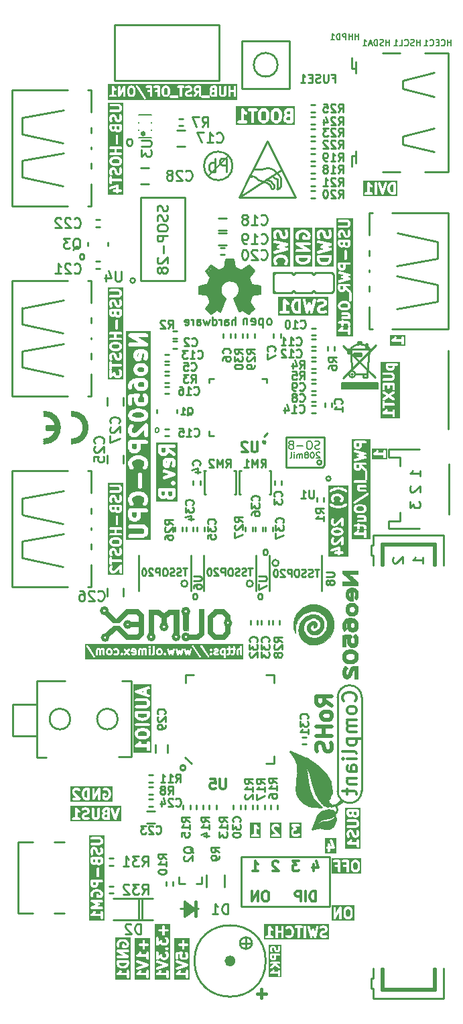
<source format=gbr>
%TF.GenerationSoftware,KiCad,Pcbnew,7.0.11-7.0.11~ubuntu22.04.1*%
%TF.CreationDate,2024-05-21T14:55:31+03:00*%
%TF.ProjectId,Neo6502PC-CPU_Rev_B,4e656f36-3530-4325-9043-2d4350555f52,B*%
%TF.SameCoordinates,PX365c040PY8f0d180*%
%TF.FileFunction,Legend,Bot*%
%TF.FilePolarity,Positive*%
%FSLAX46Y46*%
G04 Gerber Fmt 4.6, Leading zero omitted, Abs format (unit mm)*
G04 Created by KiCad (PCBNEW 7.0.11-7.0.11~ubuntu22.04.1) date 2024-05-21 14:55:31*
%MOMM*%
%LPD*%
G01*
G04 APERTURE LIST*
%ADD10C,0.381000*%
%ADD11C,0.317500*%
%ADD12C,0.444500*%
%ADD13C,0.254000*%
%ADD14C,0.508000*%
%ADD15C,0.222250*%
%ADD16C,0.200000*%
%ADD17C,0.203200*%
%ADD18C,0.190500*%
%ADD19C,0.225000*%
%ADD20C,0.250000*%
%ADD21C,0.285750*%
%ADD22C,0.500000*%
%ADD23C,0.350000*%
%ADD24C,0.228600*%
%ADD25C,0.300000*%
%ADD26C,0.150000*%
%ADD27C,0.127000*%
%ADD28C,0.762000*%
%ADD29C,0.700000*%
%ADD30C,0.100000*%
%ADD31C,0.400000*%
%ADD32C,0.370000*%
%ADD33C,0.380000*%
%ADD34C,1.000000*%
%ADD35C,0.420000*%
%ADD36C,0.010000*%
G04 APERTURE END LIST*
D10*
G36*
X33093433Y93024698D02*
G01*
X30753005Y93024698D01*
X30753005Y93722000D01*
X30970719Y93722000D01*
X30977523Y93692189D01*
X30980495Y93661759D01*
X31053066Y93444044D01*
X31053817Y93442807D01*
X31053980Y93441368D01*
X31075786Y93406663D01*
X31097100Y93371597D01*
X31098315Y93370808D01*
X31099086Y93369582D01*
X31171658Y93297010D01*
X31243443Y93251904D01*
X31327691Y93242412D01*
X31407714Y93270413D01*
X31467663Y93330362D01*
X31495664Y93410385D01*
X31486172Y93494633D01*
X31441066Y93566418D01*
X31400292Y93607192D01*
X31351719Y93752913D01*
X31351719Y93836231D01*
X31400292Y93981952D01*
X31491777Y94073437D01*
X31590565Y94122831D01*
X31837813Y94184643D01*
X32008625Y94184643D01*
X32255869Y94122832D01*
X32354660Y94073437D01*
X32446145Y93981952D01*
X32494719Y93836230D01*
X32494719Y93752914D01*
X32446145Y93607192D01*
X32405372Y93566418D01*
X32360266Y93494632D01*
X32350774Y93410385D01*
X32378775Y93330362D01*
X32438724Y93270413D01*
X32518747Y93242412D01*
X32602994Y93251904D01*
X32674780Y93297010D01*
X32747352Y93369582D01*
X32748122Y93370808D01*
X32749338Y93371597D01*
X32770632Y93406633D01*
X32792458Y93441367D01*
X32792620Y93442809D01*
X32793372Y93444045D01*
X32865943Y93661759D01*
X32868914Y93692189D01*
X32875719Y93722000D01*
X32875719Y93867143D01*
X32868914Y93896955D01*
X32865943Y93927384D01*
X32793372Y94145098D01*
X32792620Y94146335D01*
X32792458Y94147776D01*
X32770632Y94182511D01*
X32749338Y94217546D01*
X32748122Y94218336D01*
X32747352Y94219561D01*
X32602209Y94364704D01*
X32576317Y94380973D01*
X32552699Y94400388D01*
X32407556Y94472960D01*
X32387225Y94477919D01*
X32368565Y94487383D01*
X32078279Y94559955D01*
X32054887Y94560437D01*
X32032076Y94565643D01*
X31814362Y94565643D01*
X31791550Y94560437D01*
X31768159Y94559955D01*
X31477873Y94487383D01*
X31459213Y94477920D01*
X31438883Y94472960D01*
X31293739Y94400389D01*
X31270118Y94380972D01*
X31244229Y94364704D01*
X31099086Y94219561D01*
X31098315Y94218336D01*
X31097100Y94217546D01*
X31075786Y94182481D01*
X31053980Y94147775D01*
X31053817Y94146337D01*
X31053066Y94145099D01*
X30980495Y93927384D01*
X30977523Y93896955D01*
X30970719Y93867143D01*
X30970719Y93722000D01*
X30753005Y93722000D01*
X30753005Y94881362D01*
X30970727Y94881362D01*
X30990364Y94798887D01*
X31043841Y94733100D01*
X31120566Y94697030D01*
X31205343Y94697822D01*
X32729343Y95060680D01*
X32763569Y95077559D01*
X32798525Y95092859D01*
X32801408Y95096219D01*
X32805381Y95098177D01*
X32828899Y95128240D01*
X32853750Y95157187D01*
X32854890Y95161465D01*
X32857619Y95164952D01*
X32865764Y95202242D01*
X32875594Y95239105D01*
X32874765Y95243454D01*
X32875711Y95247780D01*
X32866871Y95284906D01*
X32859733Y95322389D01*
X32857099Y95325949D01*
X32856074Y95330255D01*
X32832010Y95359858D01*
X32809307Y95390543D01*
X32805388Y95392609D01*
X32802597Y95396042D01*
X32768073Y95412273D01*
X32734304Y95430068D01*
X32335988Y95536286D01*
X32734304Y95642503D01*
X32768073Y95660299D01*
X32802597Y95676529D01*
X32805388Y95679963D01*
X32809307Y95682028D01*
X32832010Y95712714D01*
X32856074Y95742316D01*
X32857099Y95746623D01*
X32859733Y95750182D01*
X32866871Y95787666D01*
X32875711Y95824791D01*
X32874765Y95829118D01*
X32875594Y95833466D01*
X32865766Y95870321D01*
X32857619Y95907619D01*
X32854889Y95911109D01*
X32853749Y95915384D01*
X32828904Y95944325D01*
X32805381Y95974394D01*
X32801408Y95976353D01*
X32798525Y95979712D01*
X32763569Y95995013D01*
X32729343Y96011891D01*
X31205343Y96374748D01*
X31120566Y96375540D01*
X31043841Y96339470D01*
X30990364Y96273683D01*
X30970727Y96191208D01*
X30988819Y96108380D01*
X31041058Y96041605D01*
X31117095Y96004108D01*
X31906668Y95816115D01*
X31547563Y95720353D01*
X31516012Y95703727D01*
X31483342Y95689426D01*
X31478770Y95684101D01*
X31472560Y95680828D01*
X31451348Y95652159D01*
X31428117Y95625098D01*
X31426308Y95618315D01*
X31422134Y95612673D01*
X31415462Y95577643D01*
X31406273Y95543180D01*
X31407586Y95536285D01*
X31406273Y95529389D01*
X31415462Y95494929D01*
X31422134Y95459896D01*
X31426308Y95454254D01*
X31428117Y95447472D01*
X31451346Y95420414D01*
X31472560Y95391742D01*
X31478770Y95388470D01*
X31483342Y95383144D01*
X31516012Y95368844D01*
X31547563Y95352217D01*
X31906667Y95256456D01*
X31117095Y95068462D01*
X31041057Y95030965D01*
X30988819Y94964190D01*
X30970727Y94881362D01*
X30753005Y94881362D01*
X30753005Y96915143D01*
X30970719Y96915143D01*
X30977523Y96885332D01*
X30980495Y96854902D01*
X31053066Y96637187D01*
X31097100Y96564740D01*
X31168209Y96518573D01*
X31252306Y96507830D01*
X31332736Y96534640D01*
X31393568Y96593692D01*
X31422755Y96673291D01*
X31414514Y96757670D01*
X31351719Y96946056D01*
X31351719Y97233029D01*
X31390353Y97310299D01*
X31419205Y97339151D01*
X31496476Y97377786D01*
X31551676Y97377786D01*
X31628945Y97339152D01*
X31657798Y97310299D01*
X31707192Y97211511D01*
X31774693Y96941511D01*
X31784157Y96922851D01*
X31789116Y96902520D01*
X31861688Y96757377D01*
X31881102Y96733760D01*
X31897373Y96707866D01*
X31969945Y96635295D01*
X31995837Y96619026D01*
X32019454Y96599612D01*
X32164596Y96527040D01*
X32166002Y96526697D01*
X32167135Y96525794D01*
X32207087Y96516676D01*
X32246962Y96506949D01*
X32248380Y96507251D01*
X32249790Y96506929D01*
X32394933Y96506929D01*
X32396344Y96507252D01*
X32397761Y96506950D01*
X32437602Y96516668D01*
X32477588Y96525794D01*
X32478720Y96526697D01*
X32480127Y96527040D01*
X32625270Y96599612D01*
X32648886Y96619026D01*
X32674779Y96635295D01*
X32747351Y96707867D01*
X32763616Y96733754D01*
X32783037Y96757377D01*
X32855608Y96902521D01*
X32855950Y96903927D01*
X32856854Y96905059D01*
X32865974Y96945019D01*
X32875699Y96984886D01*
X32875397Y96986305D01*
X32875719Y96987714D01*
X32875719Y97350571D01*
X32868914Y97380383D01*
X32865943Y97410811D01*
X32793372Y97628527D01*
X32749338Y97700975D01*
X32678230Y97747142D01*
X32594132Y97757884D01*
X32513703Y97731075D01*
X32452870Y97672022D01*
X32423683Y97592424D01*
X32431924Y97508045D01*
X32494719Y97319659D01*
X32494719Y97032685D01*
X32456084Y96955416D01*
X32427231Y96926564D01*
X32349962Y96887929D01*
X32294760Y96887929D01*
X32217492Y96926563D01*
X32188639Y96955416D01*
X32139244Y97054207D01*
X32071745Y97324203D01*
X32062281Y97342863D01*
X32057322Y97363193D01*
X31984751Y97508337D01*
X31965330Y97531961D01*
X31949065Y97557847D01*
X31876493Y97630419D01*
X31850602Y97646687D01*
X31826985Y97666102D01*
X31681843Y97738674D01*
X31680436Y97739018D01*
X31679303Y97739921D01*
X31639310Y97749049D01*
X31599478Y97758765D01*
X31598060Y97758464D01*
X31596648Y97758786D01*
X31451505Y97758786D01*
X31450092Y97758464D01*
X31448676Y97758765D01*
X31408850Y97749051D01*
X31368850Y97739921D01*
X31367716Y97739018D01*
X31366310Y97738674D01*
X31221167Y97666102D01*
X31197549Y97646687D01*
X31171659Y97630419D01*
X31099087Y97557848D01*
X31082816Y97531955D01*
X31063402Y97508337D01*
X30990830Y97363194D01*
X30990486Y97361788D01*
X30989584Y97360655D01*
X30980457Y97320670D01*
X30970740Y97280828D01*
X30971041Y97279412D01*
X30970719Y97278000D01*
X30970719Y96915143D01*
X30753005Y96915143D01*
X30753005Y97976500D01*
X33093433Y97976500D01*
X33093433Y93024698D01*
G37*
G36*
X35296720Y94006914D02*
G01*
X35248146Y93861192D01*
X35156661Y93769707D01*
X35057870Y93720312D01*
X34810626Y93658500D01*
X34639814Y93658500D01*
X34392566Y93720313D01*
X34293778Y93769707D01*
X34202293Y93861192D01*
X34153720Y94006913D01*
X34153720Y94148357D01*
X35296720Y94148357D01*
X35296720Y94006914D01*
G37*
G36*
X35895434Y93059786D02*
G01*
X33555006Y93059786D01*
X33555006Y93976000D01*
X33772720Y93976000D01*
X33779524Y93946189D01*
X33782496Y93915759D01*
X33855067Y93698044D01*
X33855818Y93696807D01*
X33855981Y93695368D01*
X33877787Y93660663D01*
X33899101Y93625597D01*
X33900316Y93624808D01*
X33901087Y93623582D01*
X34046230Y93478439D01*
X34072119Y93462172D01*
X34095740Y93442754D01*
X34240884Y93370183D01*
X34261214Y93365224D01*
X34279874Y93355760D01*
X34570160Y93283188D01*
X34593551Y93282707D01*
X34616363Y93277500D01*
X34834077Y93277500D01*
X34856888Y93282707D01*
X34880280Y93283188D01*
X35170566Y93355760D01*
X35189226Y93365225D01*
X35209557Y93370183D01*
X35354700Y93442755D01*
X35378318Y93462171D01*
X35404210Y93478439D01*
X35549353Y93623582D01*
X35550123Y93624808D01*
X35551339Y93625597D01*
X35572633Y93660633D01*
X35594459Y93695367D01*
X35594621Y93696809D01*
X35595373Y93698045D01*
X35667944Y93915759D01*
X35670915Y93946189D01*
X35677720Y93976000D01*
X35677720Y94338857D01*
X35672944Y94359783D01*
X35672944Y94381247D01*
X35663631Y94400585D01*
X35658855Y94421512D01*
X35645471Y94438295D01*
X35636159Y94457632D01*
X35619377Y94471015D01*
X35605995Y94487796D01*
X35586657Y94497109D01*
X35569875Y94510492D01*
X35548947Y94515269D01*
X35529610Y94524581D01*
X35508146Y94524581D01*
X35487220Y94529357D01*
X33963220Y94529357D01*
X33942294Y94524581D01*
X33920830Y94524581D01*
X33901492Y94515269D01*
X33880565Y94510492D01*
X33863782Y94497109D01*
X33844445Y94487796D01*
X33831062Y94471015D01*
X33814281Y94457632D01*
X33804968Y94438295D01*
X33791585Y94421512D01*
X33786808Y94400585D01*
X33777496Y94381247D01*
X33777496Y94359783D01*
X33772720Y94338857D01*
X33772720Y93976000D01*
X33555006Y93976000D01*
X33555006Y95906197D01*
X33774976Y95906197D01*
X33777496Y95899860D01*
X33777496Y95893038D01*
X33793053Y95860734D01*
X33806301Y95827415D01*
X33811321Y95822798D01*
X33814281Y95816653D01*
X33842318Y95794295D01*
X33868706Y95770028D01*
X34769880Y95255071D01*
X33963220Y95255071D01*
X33880565Y95236206D01*
X33814281Y95183346D01*
X33777496Y95106961D01*
X33777496Y95022181D01*
X33814281Y94945796D01*
X33880565Y94892936D01*
X33963220Y94874071D01*
X35487220Y94874071D01*
X35522175Y94882050D01*
X35557607Y94887551D01*
X35563225Y94891419D01*
X35569875Y94892936D01*
X35597904Y94915289D01*
X35627443Y94935621D01*
X35630827Y94941545D01*
X35636159Y94945796D01*
X35651713Y94978095D01*
X35669505Y95009231D01*
X35669984Y95016036D01*
X35672944Y95022181D01*
X35672944Y95058038D01*
X35675464Y95093802D01*
X35672944Y95100140D01*
X35672944Y95106961D01*
X35657388Y95139262D01*
X35644140Y95172583D01*
X35639118Y95177202D01*
X35636159Y95183346D01*
X35608125Y95205702D01*
X35581735Y95229971D01*
X34680560Y95744928D01*
X35487220Y95744928D01*
X35569875Y95763793D01*
X35636159Y95816653D01*
X35672944Y95893038D01*
X35672944Y95977818D01*
X35636159Y96054203D01*
X35569875Y96107063D01*
X35487220Y96125928D01*
X33963220Y96125928D01*
X33928263Y96117950D01*
X33892834Y96112448D01*
X33887216Y96108582D01*
X33880565Y96107063D01*
X33852529Y96084706D01*
X33822998Y96064378D01*
X33819613Y96058456D01*
X33814281Y96054203D01*
X33798724Y96021900D01*
X33780935Y95990768D01*
X33780455Y95983964D01*
X33777496Y95977818D01*
X33777496Y95941962D01*
X33774976Y95906197D01*
X33555006Y95906197D01*
X33555006Y96806285D01*
X33772720Y96806285D01*
X33773042Y96804873D01*
X33772741Y96803456D01*
X33782453Y96763639D01*
X33791585Y96723630D01*
X33792489Y96722497D01*
X33792832Y96721091D01*
X33865403Y96575949D01*
X33919241Y96510456D01*
X33996163Y96474810D01*
X34080935Y96476069D01*
X34156764Y96513984D01*
X34208634Y96581045D01*
X34226271Y96663971D01*
X34206180Y96746337D01*
X34153720Y96851256D01*
X34153720Y96993088D01*
X34202293Y97138809D01*
X34293778Y97230294D01*
X34392566Y97279688D01*
X34639814Y97341500D01*
X34810626Y97341500D01*
X35057870Y97279689D01*
X35156661Y97230294D01*
X35248146Y97138809D01*
X35296720Y96993087D01*
X35296720Y96909771D01*
X35253154Y96779071D01*
X35024577Y96779071D01*
X35024577Y96878857D01*
X35005712Y96961512D01*
X34952852Y97027796D01*
X34876467Y97064581D01*
X34791687Y97064581D01*
X34715302Y97027796D01*
X34662442Y96961512D01*
X34643577Y96878857D01*
X34643577Y96588571D01*
X34648353Y96567646D01*
X34648353Y96546181D01*
X34657665Y96526844D01*
X34662442Y96505916D01*
X34675825Y96489134D01*
X34685138Y96469796D01*
X34701919Y96456414D01*
X34715302Y96439632D01*
X34734639Y96430320D01*
X34751422Y96416936D01*
X34772349Y96412160D01*
X34791687Y96402847D01*
X34813151Y96402847D01*
X34834077Y96398071D01*
X35342077Y96398071D01*
X35373236Y96405183D01*
X35404995Y96408761D01*
X35414168Y96414525D01*
X35424732Y96416936D01*
X35449720Y96436864D01*
X35476781Y96453867D01*
X35549353Y96526439D01*
X35550123Y96527665D01*
X35551339Y96528454D01*
X35572633Y96563490D01*
X35594459Y96598224D01*
X35594621Y96599666D01*
X35595373Y96600902D01*
X35667944Y96818616D01*
X35670915Y96849046D01*
X35677720Y96878857D01*
X35677720Y97024000D01*
X35670915Y97053812D01*
X35667944Y97084241D01*
X35595373Y97301955D01*
X35594621Y97303192D01*
X35594459Y97304633D01*
X35572633Y97339368D01*
X35551339Y97374403D01*
X35550123Y97375193D01*
X35549353Y97376418D01*
X35404210Y97521561D01*
X35378318Y97537830D01*
X35354700Y97557245D01*
X35209557Y97629817D01*
X35189226Y97634776D01*
X35170566Y97644240D01*
X34880280Y97716812D01*
X34856888Y97717294D01*
X34834077Y97722500D01*
X34616363Y97722500D01*
X34593551Y97717294D01*
X34570160Y97716812D01*
X34279874Y97644240D01*
X34261214Y97634777D01*
X34240884Y97629817D01*
X34095740Y97557246D01*
X34072119Y97537829D01*
X34046230Y97521561D01*
X33901087Y97376418D01*
X33900316Y97375193D01*
X33899101Y97374403D01*
X33877787Y97339338D01*
X33855981Y97304632D01*
X33855818Y97303194D01*
X33855067Y97301956D01*
X33782496Y97084241D01*
X33779524Y97053812D01*
X33772720Y97024000D01*
X33772720Y96806285D01*
X33555006Y96806285D01*
X33555006Y97940214D01*
X35895434Y97940214D01*
X35895434Y93059786D01*
G37*
G36*
X37994719Y93970628D02*
G01*
X37946145Y93824906D01*
X37854660Y93733421D01*
X37755869Y93684026D01*
X37508625Y93622214D01*
X37337813Y93622214D01*
X37090565Y93684027D01*
X36991777Y93733421D01*
X36900292Y93824906D01*
X36851719Y93970627D01*
X36851719Y94112071D01*
X37994719Y94112071D01*
X37994719Y93970628D01*
G37*
G36*
X38593433Y93023500D02*
G01*
X36253005Y93023500D01*
X36253005Y93939714D01*
X36470719Y93939714D01*
X36477523Y93909903D01*
X36480495Y93879473D01*
X36553066Y93661758D01*
X36553817Y93660521D01*
X36553980Y93659082D01*
X36575786Y93624377D01*
X36597100Y93589311D01*
X36598315Y93588522D01*
X36599086Y93587296D01*
X36744229Y93442153D01*
X36770118Y93425886D01*
X36793739Y93406468D01*
X36938883Y93333897D01*
X36959213Y93328938D01*
X36977873Y93319474D01*
X37268159Y93246902D01*
X37291550Y93246421D01*
X37314362Y93241214D01*
X37532076Y93241214D01*
X37554887Y93246421D01*
X37578279Y93246902D01*
X37868565Y93319474D01*
X37887225Y93328939D01*
X37907556Y93333897D01*
X38052699Y93406469D01*
X38076317Y93425885D01*
X38102209Y93442153D01*
X38247352Y93587296D01*
X38248122Y93588522D01*
X38249338Y93589311D01*
X38270632Y93624347D01*
X38292458Y93659081D01*
X38292620Y93660523D01*
X38293372Y93661759D01*
X38365943Y93879473D01*
X38368914Y93909903D01*
X38375719Y93939714D01*
X38375719Y94302571D01*
X38370943Y94323497D01*
X38370943Y94344961D01*
X38361630Y94364299D01*
X38356854Y94385226D01*
X38343470Y94402009D01*
X38334158Y94421346D01*
X38317376Y94434729D01*
X38303994Y94451510D01*
X38284656Y94460823D01*
X38267874Y94474206D01*
X38246946Y94478983D01*
X38227609Y94488295D01*
X38206145Y94488295D01*
X38185219Y94493071D01*
X36661219Y94493071D01*
X36640293Y94488295D01*
X36618829Y94488295D01*
X36599491Y94478983D01*
X36578564Y94474206D01*
X36561781Y94460823D01*
X36542444Y94451510D01*
X36529061Y94434729D01*
X36512280Y94421346D01*
X36502967Y94402009D01*
X36489584Y94385226D01*
X36484807Y94364299D01*
X36475495Y94344961D01*
X36475495Y94323497D01*
X36470719Y94302571D01*
X36470719Y93939714D01*
X36253005Y93939714D01*
X36253005Y94881362D01*
X36470727Y94881362D01*
X36490364Y94798887D01*
X36543841Y94733100D01*
X36620566Y94697030D01*
X36705343Y94697822D01*
X38229343Y95060680D01*
X38263569Y95077559D01*
X38298525Y95092859D01*
X38301408Y95096219D01*
X38305381Y95098177D01*
X38328899Y95128240D01*
X38353750Y95157187D01*
X38354890Y95161465D01*
X38357619Y95164952D01*
X38365764Y95202242D01*
X38375594Y95239105D01*
X38374765Y95243454D01*
X38375711Y95247780D01*
X38366871Y95284906D01*
X38359733Y95322389D01*
X38357099Y95325949D01*
X38356074Y95330255D01*
X38332010Y95359858D01*
X38309307Y95390543D01*
X38305388Y95392609D01*
X38302597Y95396042D01*
X38268073Y95412273D01*
X38234304Y95430068D01*
X37835988Y95536286D01*
X38234304Y95642503D01*
X38268073Y95660299D01*
X38302597Y95676529D01*
X38305388Y95679963D01*
X38309307Y95682028D01*
X38332010Y95712714D01*
X38356074Y95742316D01*
X38357099Y95746623D01*
X38359733Y95750182D01*
X38366871Y95787666D01*
X38375711Y95824791D01*
X38374765Y95829118D01*
X38375594Y95833466D01*
X38365766Y95870321D01*
X38357619Y95907619D01*
X38354889Y95911109D01*
X38353749Y95915384D01*
X38328904Y95944325D01*
X38305381Y95974394D01*
X38301408Y95976353D01*
X38298525Y95979712D01*
X38263569Y95995013D01*
X38229343Y96011891D01*
X36705343Y96374748D01*
X36620566Y96375540D01*
X36543841Y96339470D01*
X36490364Y96273683D01*
X36470727Y96191208D01*
X36488819Y96108380D01*
X36541058Y96041605D01*
X36617095Y96004108D01*
X37406668Y95816115D01*
X37047563Y95720353D01*
X37016012Y95703727D01*
X36983342Y95689426D01*
X36978770Y95684101D01*
X36972560Y95680828D01*
X36951348Y95652159D01*
X36928117Y95625098D01*
X36926308Y95618315D01*
X36922134Y95612673D01*
X36915462Y95577643D01*
X36906273Y95543180D01*
X36907586Y95536285D01*
X36906273Y95529389D01*
X36915462Y95494929D01*
X36922134Y95459896D01*
X36926308Y95454254D01*
X36928117Y95447472D01*
X36951346Y95420414D01*
X36972560Y95391742D01*
X36978770Y95388470D01*
X36983342Y95383144D01*
X37016012Y95368844D01*
X37047563Y95352217D01*
X37406667Y95256456D01*
X36617095Y95068462D01*
X36541057Y95030965D01*
X36488819Y94964190D01*
X36470727Y94881362D01*
X36253005Y94881362D01*
X36253005Y96915143D01*
X36470719Y96915143D01*
X36477523Y96885332D01*
X36480495Y96854902D01*
X36553066Y96637187D01*
X36597100Y96564740D01*
X36668209Y96518573D01*
X36752306Y96507830D01*
X36832736Y96534640D01*
X36893568Y96593692D01*
X36922755Y96673291D01*
X36914514Y96757670D01*
X36851719Y96946056D01*
X36851719Y97233029D01*
X36890353Y97310299D01*
X36919205Y97339151D01*
X36996476Y97377786D01*
X37051676Y97377786D01*
X37128945Y97339152D01*
X37157798Y97310299D01*
X37207192Y97211511D01*
X37274693Y96941511D01*
X37284157Y96922851D01*
X37289116Y96902520D01*
X37361688Y96757377D01*
X37381102Y96733760D01*
X37397373Y96707866D01*
X37469945Y96635295D01*
X37495837Y96619026D01*
X37519454Y96599612D01*
X37664596Y96527040D01*
X37666002Y96526697D01*
X37667135Y96525794D01*
X37707087Y96516676D01*
X37746962Y96506949D01*
X37748380Y96507251D01*
X37749790Y96506929D01*
X37894933Y96506929D01*
X37896344Y96507252D01*
X37897761Y96506950D01*
X37937602Y96516668D01*
X37977588Y96525794D01*
X37978720Y96526697D01*
X37980127Y96527040D01*
X38125270Y96599612D01*
X38148886Y96619026D01*
X38174779Y96635295D01*
X38247351Y96707867D01*
X38263616Y96733754D01*
X38283037Y96757377D01*
X38355608Y96902521D01*
X38355950Y96903927D01*
X38356854Y96905059D01*
X38365974Y96945019D01*
X38375699Y96984886D01*
X38375397Y96986305D01*
X38375719Y96987714D01*
X38375719Y97350571D01*
X38368914Y97380383D01*
X38365943Y97410811D01*
X38293372Y97628527D01*
X38249338Y97700975D01*
X38178230Y97747142D01*
X38094132Y97757884D01*
X38013703Y97731075D01*
X37952870Y97672022D01*
X37923683Y97592424D01*
X37931924Y97508045D01*
X37994719Y97319659D01*
X37994719Y97032685D01*
X37956084Y96955416D01*
X37927231Y96926564D01*
X37849962Y96887929D01*
X37794760Y96887929D01*
X37717492Y96926563D01*
X37688639Y96955416D01*
X37639244Y97054207D01*
X37571745Y97324203D01*
X37562281Y97342863D01*
X37557322Y97363193D01*
X37484751Y97508337D01*
X37465330Y97531961D01*
X37449065Y97557847D01*
X37376493Y97630419D01*
X37350602Y97646687D01*
X37326985Y97666102D01*
X37181843Y97738674D01*
X37180436Y97739018D01*
X37179303Y97739921D01*
X37139310Y97749049D01*
X37099478Y97758765D01*
X37098060Y97758464D01*
X37096648Y97758786D01*
X36951505Y97758786D01*
X36950092Y97758464D01*
X36948676Y97758765D01*
X36908850Y97749051D01*
X36868850Y97739921D01*
X36867716Y97739018D01*
X36866310Y97738674D01*
X36721167Y97666102D01*
X36697549Y97646687D01*
X36671659Y97630419D01*
X36599087Y97557848D01*
X36582816Y97531955D01*
X36563402Y97508337D01*
X36490830Y97363194D01*
X36490486Y97361788D01*
X36489584Y97360655D01*
X36480457Y97320670D01*
X36470740Y97280828D01*
X36471041Y97279412D01*
X36470719Y97278000D01*
X36470719Y96915143D01*
X36253005Y96915143D01*
X36253005Y97976500D01*
X38593433Y97976500D01*
X38593433Y93023500D01*
G37*
D11*
G36*
X39373700Y59791885D02*
G01*
X39456027Y59750721D01*
X39480070Y59726677D01*
X39512266Y59662286D01*
X39512266Y59616286D01*
X39480070Y59551895D01*
X39456027Y59527852D01*
X39373703Y59486689D01*
X39167663Y59435178D01*
X38904368Y59435178D01*
X38698330Y59486689D01*
X38616004Y59527851D01*
X38591961Y59551894D01*
X38559766Y59616285D01*
X38559766Y59662287D01*
X38591961Y59726678D01*
X38616004Y59750721D01*
X38698330Y59791885D01*
X38904367Y59843393D01*
X39167664Y59843393D01*
X39373700Y59791885D01*
G37*
G36*
X40489596Y56456725D02*
G01*
X37884817Y56456725D01*
X37884817Y57312540D01*
X38185013Y57312540D01*
X38189937Y57230513D01*
X38235214Y57161937D01*
X38308714Y57125187D01*
X38390741Y57130111D01*
X39088932Y57362842D01*
X39088932Y57137083D01*
X38824349Y57137083D01*
X38744974Y57115815D01*
X38686867Y57057708D01*
X38665599Y56978333D01*
X38686867Y56898958D01*
X38744974Y56840851D01*
X38824349Y56819583D01*
X39088932Y56819583D01*
X39088932Y56796904D01*
X39110200Y56717529D01*
X39168307Y56659422D01*
X39247682Y56638154D01*
X39327057Y56659422D01*
X39385164Y56717529D01*
X39406432Y56796904D01*
X39406432Y56819583D01*
X39671016Y56819583D01*
X39750391Y56840851D01*
X39808498Y56898958D01*
X39829766Y56978333D01*
X39808498Y57057708D01*
X39750391Y57115815D01*
X39671016Y57137083D01*
X39406432Y57137083D01*
X39406432Y57583095D01*
X39399817Y57607781D01*
X39398286Y57633296D01*
X39389357Y57646819D01*
X39385164Y57662470D01*
X39367092Y57680542D01*
X39353009Y57701872D01*
X39338514Y57709120D01*
X39327057Y57720577D01*
X39302370Y57727192D01*
X39279508Y57738623D01*
X39263331Y57737652D01*
X39247682Y57741845D01*
X39222996Y57735231D01*
X39197481Y57733699D01*
X38290339Y57431317D01*
X38221763Y57386040D01*
X38185013Y57312540D01*
X37884817Y57312540D01*
X37884817Y58308809D01*
X38242266Y58308809D01*
X38251711Y58273559D01*
X38259026Y58237814D01*
X38319501Y58116862D01*
X38336460Y58097737D01*
X38349239Y58075604D01*
X38409715Y58015128D01*
X38431847Y58002350D01*
X38450972Y57985391D01*
X38571924Y57924914D01*
X38607672Y57917599D01*
X38642920Y57908154D01*
X38763873Y57908154D01*
X38788561Y57914770D01*
X38814075Y57916301D01*
X38995503Y57976778D01*
X39025956Y57996885D01*
X39057554Y58015128D01*
X39512266Y58469840D01*
X39512266Y58066904D01*
X39533534Y57987529D01*
X39591641Y57929422D01*
X39671016Y57908154D01*
X39750391Y57929422D01*
X39808498Y57987529D01*
X39829766Y58066904D01*
X39829766Y58853095D01*
X39824357Y58873283D01*
X39824357Y58894183D01*
X39813907Y58912283D01*
X39808498Y58932470D01*
X39793718Y58947250D01*
X39783269Y58965348D01*
X39765170Y58975798D01*
X39750391Y58990577D01*
X39730203Y58995987D01*
X39712104Y59006436D01*
X39691203Y59006436D01*
X39671016Y59011845D01*
X39650829Y59006436D01*
X39629928Y59006436D01*
X39611828Y58995987D01*
X39591641Y58990577D01*
X39576861Y58975798D01*
X39558763Y58965348D01*
X38859547Y58266134D01*
X38738112Y58225654D01*
X38680397Y58225654D01*
X38616004Y58257851D01*
X38591961Y58281894D01*
X38559766Y58346285D01*
X38559766Y58573714D01*
X38591961Y58638107D01*
X38634221Y58680366D01*
X38675309Y58751531D01*
X38675309Y58833707D01*
X38634221Y58904872D01*
X38563056Y58945960D01*
X38480880Y58945960D01*
X38409715Y58904872D01*
X38349239Y58844396D01*
X38336459Y58822262D01*
X38319501Y58803137D01*
X38259025Y58682185D01*
X38251709Y58646434D01*
X38242266Y58611190D01*
X38242266Y58308809D01*
X37884817Y58308809D01*
X37884817Y59578809D01*
X38242266Y59578809D01*
X38251711Y59543559D01*
X38259026Y59507814D01*
X38319501Y59386862D01*
X38336460Y59367737D01*
X38349239Y59345604D01*
X38409715Y59285128D01*
X38431849Y59272349D01*
X38450973Y59255391D01*
X38571924Y59194915D01*
X38589093Y59191402D01*
X38604417Y59182895D01*
X38846322Y59122418D01*
X38865905Y59122748D01*
X38884825Y59117678D01*
X39187206Y59117678D01*
X39206124Y59122748D01*
X39225709Y59122418D01*
X39467614Y59182895D01*
X39482937Y59191402D01*
X39500106Y59194915D01*
X39621058Y59255390D01*
X39640183Y59272350D01*
X39662315Y59285127D01*
X39722792Y59345603D01*
X39735572Y59367739D01*
X39752530Y59386862D01*
X39813006Y59507813D01*
X39820321Y59543561D01*
X39829766Y59578809D01*
X39829766Y59699762D01*
X39820321Y59735011D01*
X39813006Y59770758D01*
X39752530Y59891709D01*
X39735572Y59910833D01*
X39722792Y59932968D01*
X39662315Y59993444D01*
X39640182Y60006223D01*
X39621059Y60023180D01*
X39500107Y60083657D01*
X39482935Y60087171D01*
X39467613Y60095677D01*
X39225708Y60156153D01*
X39206125Y60155824D01*
X39187206Y60160893D01*
X38884825Y60160893D01*
X38865905Y60155824D01*
X38846323Y60156153D01*
X38604418Y60095677D01*
X38589095Y60087171D01*
X38571924Y60083657D01*
X38450972Y60023180D01*
X38431847Y60006222D01*
X38409715Y59993443D01*
X38349239Y59932967D01*
X38336460Y59910835D01*
X38319501Y59891709D01*
X38259026Y59770757D01*
X38251711Y59735013D01*
X38242266Y59699762D01*
X38242266Y59578809D01*
X37884817Y59578809D01*
X37884817Y60727857D01*
X38242266Y60727857D01*
X38251711Y60692607D01*
X38259026Y60656862D01*
X38319501Y60535910D01*
X38336460Y60516785D01*
X38349239Y60494652D01*
X38409715Y60434176D01*
X38431847Y60421398D01*
X38450972Y60404439D01*
X38571924Y60343962D01*
X38607672Y60336647D01*
X38642920Y60327202D01*
X38763873Y60327202D01*
X38788561Y60333818D01*
X38814075Y60335349D01*
X38995503Y60395826D01*
X39025956Y60415933D01*
X39057554Y60434176D01*
X39512266Y60888888D01*
X39512266Y60485952D01*
X39533534Y60406577D01*
X39591641Y60348470D01*
X39671016Y60327202D01*
X39750391Y60348470D01*
X39808498Y60406577D01*
X39829766Y60485952D01*
X39829766Y61272143D01*
X39824357Y61292331D01*
X39824357Y61313231D01*
X39813907Y61331331D01*
X39808498Y61351518D01*
X39793718Y61366298D01*
X39783269Y61384396D01*
X39765170Y61394846D01*
X39750391Y61409625D01*
X39730203Y61415035D01*
X39712104Y61425484D01*
X39691203Y61425484D01*
X39671016Y61430893D01*
X39650829Y61425484D01*
X39629928Y61425484D01*
X39611828Y61415035D01*
X39591641Y61409625D01*
X39576861Y61394846D01*
X39558763Y61384396D01*
X38859547Y60685182D01*
X38738112Y60644702D01*
X38680397Y60644702D01*
X38616004Y60676899D01*
X38591961Y60700942D01*
X38559766Y60765333D01*
X38559766Y60992762D01*
X38591961Y61057155D01*
X38634221Y61099414D01*
X38675309Y61170579D01*
X38675309Y61252755D01*
X38634221Y61323920D01*
X38563056Y61365008D01*
X38480880Y61365008D01*
X38409715Y61323920D01*
X38349239Y61263444D01*
X38336459Y61241310D01*
X38319501Y61222185D01*
X38259025Y61101233D01*
X38251709Y61065482D01*
X38242266Y61030238D01*
X38242266Y60727857D01*
X37884817Y60727857D01*
X37884817Y63045341D01*
X38066246Y63045341D01*
X38107334Y62974176D01*
X38167810Y62913700D01*
X38181538Y62905774D01*
X38192004Y62893865D01*
X38373433Y62772912D01*
X38382967Y62769687D01*
X38390497Y62763010D01*
X38511448Y62702534D01*
X38522676Y62700237D01*
X38532243Y62693920D01*
X38713672Y62633444D01*
X38723719Y62632841D01*
X38732740Y62628381D01*
X39035120Y62567905D01*
X39050940Y62568926D01*
X39066254Y62564822D01*
X39308159Y62564822D01*
X39323472Y62568926D01*
X39339292Y62567905D01*
X39641673Y62628381D01*
X39650695Y62632842D01*
X39660741Y62633445D01*
X39842169Y62693921D01*
X39851733Y62700236D01*
X39862963Y62702534D01*
X39983915Y62763009D01*
X39991445Y62769688D01*
X40000979Y62772912D01*
X40182408Y62893865D01*
X40192874Y62905774D01*
X40206602Y62913700D01*
X40267078Y62974176D01*
X40308166Y63045341D01*
X40308166Y63127517D01*
X40267078Y63198682D01*
X40195913Y63239770D01*
X40113737Y63239770D01*
X40042572Y63198682D01*
X39993212Y63149323D01*
X39833083Y63042570D01*
X39731068Y62991562D01*
X39569718Y62937778D01*
X39292441Y62882322D01*
X39081972Y62882322D01*
X38804703Y62937776D01*
X38643348Y62991561D01*
X38541330Y63042569D01*
X38381199Y63149323D01*
X38331840Y63198682D01*
X38260675Y63239770D01*
X38178499Y63239770D01*
X38107334Y63198682D01*
X38066246Y63127517D01*
X38066246Y63045341D01*
X37884817Y63045341D01*
X37884817Y63751667D01*
X38242266Y63751667D01*
X38248880Y63726980D01*
X38250412Y63701466D01*
X38310888Y63520037D01*
X38330995Y63489584D01*
X38349239Y63457985D01*
X38409715Y63397509D01*
X38480880Y63356421D01*
X38563056Y63356421D01*
X38634221Y63397509D01*
X38675309Y63468674D01*
X38675309Y63550850D01*
X38634221Y63622015D01*
X38600245Y63655991D01*
X38559766Y63777430D01*
X38559766Y63846857D01*
X38600245Y63968296D01*
X38676480Y64044531D01*
X38758806Y64085694D01*
X38964844Y64137203D01*
X39107188Y64137203D01*
X39313224Y64085695D01*
X39395548Y64044532D01*
X39471787Y63968294D01*
X39512266Y63846857D01*
X39512266Y63777430D01*
X39471786Y63655992D01*
X39437811Y63622016D01*
X39396722Y63550851D01*
X39396722Y63468675D01*
X39437809Y63397510D01*
X39508974Y63356421D01*
X39591150Y63356421D01*
X39662315Y63397508D01*
X39722792Y63457984D01*
X39741037Y63489585D01*
X39761144Y63520037D01*
X39821620Y63701466D01*
X39823151Y63726980D01*
X39829766Y63751667D01*
X39829766Y63872619D01*
X39823151Y63897307D01*
X39821620Y63922820D01*
X39761144Y64104249D01*
X39741036Y64134703D01*
X39722793Y64166301D01*
X39601840Y64287254D01*
X39579705Y64300034D01*
X39560583Y64316990D01*
X39439631Y64377467D01*
X39422459Y64380981D01*
X39407137Y64389487D01*
X39165232Y64449963D01*
X39145649Y64449634D01*
X39126730Y64454703D01*
X38945301Y64454703D01*
X38926381Y64449634D01*
X38906799Y64449963D01*
X38664894Y64389487D01*
X38649570Y64380981D01*
X38632402Y64377467D01*
X38511448Y64316990D01*
X38492323Y64300032D01*
X38470191Y64287253D01*
X38349239Y64166301D01*
X38330995Y64134703D01*
X38310888Y64104249D01*
X38250412Y63922820D01*
X38248880Y63897307D01*
X38242266Y63872619D01*
X38242266Y63751667D01*
X37884817Y63751667D01*
X37884817Y64678197D01*
X38066246Y64678197D01*
X38107335Y64607032D01*
X38178500Y64565945D01*
X38260676Y64565945D01*
X38331841Y64607034D01*
X38381201Y64656396D01*
X38541326Y64763145D01*
X38643348Y64814155D01*
X38804702Y64867940D01*
X39081972Y64923394D01*
X39292440Y64923394D01*
X39569717Y64867938D01*
X39731068Y64814154D01*
X39833087Y64763144D01*
X39993210Y64656396D01*
X40042571Y64607034D01*
X40113736Y64565945D01*
X40195912Y64565944D01*
X40267077Y64607032D01*
X40308166Y64678197D01*
X40308167Y64760372D01*
X40267079Y64831538D01*
X40206603Y64892015D01*
X40192872Y64899943D01*
X40182407Y64911851D01*
X40000978Y65032803D01*
X39991446Y65036028D01*
X39983915Y65042706D01*
X39862963Y65103181D01*
X39851733Y65105480D01*
X39842169Y65111794D01*
X39660741Y65172270D01*
X39650695Y65172874D01*
X39641673Y65177334D01*
X39339293Y65237811D01*
X39323472Y65236791D01*
X39308159Y65240894D01*
X39066254Y65240894D01*
X39050940Y65236791D01*
X39035120Y65237811D01*
X38732739Y65177334D01*
X38723718Y65172874D01*
X38713672Y65172271D01*
X38532243Y65111795D01*
X38522676Y65105479D01*
X38511448Y65103181D01*
X38390497Y65042705D01*
X38382967Y65036028D01*
X38373434Y65032803D01*
X38192005Y64911851D01*
X38181539Y64899943D01*
X38167809Y64892015D01*
X38107333Y64831538D01*
X38066246Y64760373D01*
X38066246Y64678197D01*
X37884817Y64678197D01*
X37884817Y65422323D01*
X40489596Y65422323D01*
X40489596Y56456725D01*
G37*
D12*
G36*
X18177173Y64289134D02*
G01*
X18132099Y64198986D01*
X18098438Y64165325D01*
X18008291Y64120250D01*
X17859223Y64120250D01*
X17769075Y64165324D01*
X17747011Y64187388D01*
X17690340Y64357401D01*
X17690340Y64691750D01*
X18177173Y64691750D01*
X18177173Y64289134D01*
G37*
G36*
X17245840Y64373799D02*
G01*
X17200766Y64283652D01*
X17167104Y64249991D01*
X17076958Y64204917D01*
X17012557Y64204917D01*
X16922407Y64249992D01*
X16888747Y64283651D01*
X16843673Y64373800D01*
X16843673Y64691750D01*
X17245840Y64691750D01*
X17245840Y64373799D01*
G37*
G36*
X17461857Y68132765D02*
G01*
X17436340Y68183801D01*
X17436340Y68417535D01*
X17464412Y68473680D01*
X17520556Y68501751D01*
X17535655Y68501751D01*
X17461857Y68132765D01*
G37*
G36*
X17330507Y69792468D02*
G01*
X17285433Y69702321D01*
X17251771Y69668659D01*
X17161624Y69623584D01*
X17012556Y69623584D01*
X16922408Y69668658D01*
X16888745Y69702321D01*
X16843673Y69792466D01*
X16843673Y70195084D01*
X17330507Y70195084D01*
X17330507Y69792468D01*
G37*
G36*
X18875673Y63421750D02*
G01*
X16145173Y63421750D01*
X16145173Y64321333D01*
X16399173Y64321333D01*
X16405050Y64293681D01*
X16406316Y64265441D01*
X16417246Y64236308D01*
X16418388Y64230936D01*
X16420194Y64228450D01*
X16422637Y64221939D01*
X16507304Y64052607D01*
X16515172Y64042739D01*
X16519696Y64030954D01*
X16548936Y63994846D01*
X16633602Y63910179D01*
X16644189Y63903304D01*
X16652207Y63893555D01*
X16691364Y63868546D01*
X16860697Y63783880D01*
X16888060Y63776771D01*
X16913882Y63765274D01*
X16944827Y63762022D01*
X16950144Y63760640D01*
X16953175Y63761144D01*
X16960090Y63760417D01*
X17129423Y63760417D01*
X17157076Y63766296D01*
X17185313Y63767560D01*
X17214447Y63778491D01*
X17219820Y63779632D01*
X17222305Y63781439D01*
X17228815Y63783880D01*
X17398150Y63868546D01*
X17408022Y63876418D01*
X17419804Y63880940D01*
X17422587Y63883195D01*
X17480269Y63825512D01*
X17490855Y63818637D01*
X17498872Y63808890D01*
X17538030Y63783881D01*
X17707364Y63699214D01*
X17734723Y63692106D01*
X17760549Y63680607D01*
X17791493Y63677355D01*
X17796810Y63675973D01*
X17799841Y63676477D01*
X17806757Y63675750D01*
X18060757Y63675750D01*
X18088409Y63681628D01*
X18116649Y63682893D01*
X18145782Y63693824D01*
X18151154Y63694965D01*
X18153640Y63696772D01*
X18160151Y63699214D01*
X18329483Y63783881D01*
X18339350Y63791749D01*
X18351135Y63796272D01*
X18387244Y63825512D01*
X18471911Y63910178D01*
X18478786Y63920766D01*
X18488535Y63928783D01*
X18513544Y63967941D01*
X18598210Y64137275D01*
X18605318Y64164636D01*
X18616816Y64190459D01*
X18620068Y64221407D01*
X18621450Y64226722D01*
X18620946Y64229754D01*
X18621673Y64236667D01*
X18621673Y64914000D01*
X18619224Y64925521D01*
X18620455Y64937231D01*
X18609696Y64970342D01*
X18602458Y65004397D01*
X18595536Y65013924D01*
X18591897Y65025125D01*
X18568600Y65050999D01*
X18548137Y65079164D01*
X18537938Y65085053D01*
X18530058Y65093804D01*
X18498253Y65107965D01*
X18468102Y65125372D01*
X18456389Y65126604D01*
X18445631Y65131393D01*
X18399423Y65136250D01*
X16621423Y65136250D01*
X16609902Y65133802D01*
X16598192Y65135032D01*
X16565081Y65124274D01*
X16531026Y65117035D01*
X16521499Y65110114D01*
X16510298Y65106474D01*
X16484424Y65083178D01*
X16456259Y65062714D01*
X16450370Y65052516D01*
X16441619Y65044635D01*
X16427458Y65012831D01*
X16410051Y64982679D01*
X16408819Y64970967D01*
X16404030Y64960208D01*
X16399173Y64914000D01*
X16399173Y64321333D01*
X16145173Y64321333D01*
X16145173Y65749035D01*
X18008145Y65749035D01*
X18009676Y65743320D01*
X18009058Y65737436D01*
X18010885Y65731811D01*
X18010576Y65725899D01*
X18023054Y65693394D01*
X18032064Y65659768D01*
X18035787Y65655171D01*
X18037616Y65649542D01*
X18041575Y65645145D01*
X18043696Y65639621D01*
X18072936Y65603513D01*
X18157602Y65518846D01*
X18167481Y65512431D01*
X18174892Y65503279D01*
X18205909Y65487475D01*
X18235110Y65468512D01*
X18246742Y65466670D01*
X18257236Y65461323D01*
X18292002Y65459502D01*
X18326389Y65454055D01*
X18337765Y65457104D01*
X18349526Y65456487D01*
X18382025Y65468963D01*
X18415656Y65477974D01*
X18424809Y65485387D01*
X18435804Y65489607D01*
X18471912Y65518846D01*
X18556579Y65603514D01*
X18559801Y65608477D01*
X18564587Y65611953D01*
X18567544Y65617076D01*
X18572143Y65620799D01*
X18587950Y65651823D01*
X18606912Y65681021D01*
X18607837Y65686866D01*
X18610795Y65691988D01*
X18611413Y65697870D01*
X18614100Y65703143D01*
X18615922Y65737911D01*
X18621369Y65772301D01*
X18619837Y65778019D01*
X18620455Y65783898D01*
X18618627Y65789524D01*
X18618937Y65795433D01*
X18606462Y65827931D01*
X18597449Y65861568D01*
X18593724Y65866168D01*
X18591897Y65871792D01*
X18587938Y65876189D01*
X18585818Y65881712D01*
X18556579Y65917820D01*
X18471912Y66002488D01*
X18462033Y66008904D01*
X18454623Y66018054D01*
X18423603Y66033860D01*
X18394405Y66052821D01*
X18382774Y66054664D01*
X18372279Y66060011D01*
X18337509Y66061833D01*
X18303126Y66067279D01*
X18291749Y66064231D01*
X18279989Y66064847D01*
X18247491Y66052373D01*
X18213859Y66043361D01*
X18204705Y66035949D01*
X18193711Y66031728D01*
X18157602Y66002488D01*
X18072936Y65917821D01*
X18069714Y65912860D01*
X18064926Y65909381D01*
X18061966Y65904256D01*
X18057370Y65900533D01*
X18041564Y65869514D01*
X18022602Y65840314D01*
X18021676Y65834471D01*
X18018718Y65829346D01*
X18018099Y65823462D01*
X18015413Y65818189D01*
X18013590Y65783418D01*
X18008145Y65749035D01*
X16145173Y65749035D01*
X16145173Y66431587D01*
X16991933Y66431587D01*
X17013748Y66341782D01*
X17070205Y66268614D01*
X17151540Y66224735D01*
X17243691Y66217731D01*
X17288841Y66228699D01*
X18474174Y66652032D01*
X18488640Y66660951D01*
X18504947Y66665733D01*
X18527572Y66684953D01*
X18552842Y66700531D01*
X18562429Y66714562D01*
X18575382Y66725564D01*
X18588232Y66752322D01*
X18604983Y66776834D01*
X18608035Y66793556D01*
X18615391Y66808871D01*
X18616247Y66838541D01*
X18621580Y66867748D01*
X18617568Y66884263D01*
X18618059Y66901249D01*
X18606772Y66928706D01*
X18599765Y66957553D01*
X18589383Y66971008D01*
X18582922Y66986726D01*
X18561441Y67007220D01*
X18543308Y67030721D01*
X18528352Y67038790D01*
X18516056Y67050521D01*
X18474174Y67070636D01*
X17288841Y67493969D01*
X17197247Y67506277D01*
X17108566Y67480268D01*
X17038131Y67420437D01*
X16998121Y67337130D01*
X16995454Y67244752D01*
X17030591Y67159275D01*
X17097457Y67095480D01*
X17139339Y67075365D01*
X17738626Y66861334D01*
X17139339Y66647303D01*
X17060671Y66598804D01*
X17008530Y66522501D01*
X16991933Y66431587D01*
X16145173Y66431587D01*
X16145173Y68131334D01*
X16991840Y68131334D01*
X16997717Y68103682D01*
X16998983Y68075442D01*
X17009913Y68046309D01*
X17011055Y68040937D01*
X17012861Y68038451D01*
X17015304Y68031940D01*
X17099971Y67862608D01*
X17101043Y67861263D01*
X17101502Y67859602D01*
X17129812Y67825180D01*
X17157584Y67790347D01*
X17159112Y67789554D01*
X17160206Y67788224D01*
X17199363Y67763215D01*
X17368696Y67678548D01*
X17396057Y67671439D01*
X17421882Y67659941D01*
X17452826Y67656689D01*
X17458143Y67655307D01*
X17461175Y67655811D01*
X17468090Y67655084D01*
X17637423Y67655084D01*
X17672758Y67662596D01*
X17708643Y67666804D01*
X17717616Y67672131D01*
X17727820Y67674299D01*
X17757042Y67695530D01*
X17788116Y67713973D01*
X17794147Y67722489D01*
X17802587Y67728620D01*
X17820650Y67759908D01*
X17841532Y67789389D01*
X17846060Y67803919D01*
X17848795Y67808655D01*
X17849435Y67814747D01*
X17855357Y67833747D01*
X17988958Y68501751D01*
X18092958Y68501751D01*
X18149100Y68473680D01*
X18177173Y68417535D01*
X18177173Y68183801D01*
X18115970Y68061394D01*
X18092730Y67971947D01*
X18107880Y67880780D01*
X18158801Y67803658D01*
X18236687Y67753915D01*
X18328074Y67740150D01*
X18417157Y67764747D01*
X18488535Y67823451D01*
X18513544Y67862608D01*
X18598210Y68031941D01*
X18605319Y68059305D01*
X18616816Y68085126D01*
X18620068Y68116072D01*
X18621450Y68121388D01*
X18620946Y68124420D01*
X18621673Y68131334D01*
X18621673Y68470001D01*
X18615795Y68497654D01*
X18614530Y68525892D01*
X18603599Y68555029D01*
X18602458Y68560398D01*
X18600652Y68562883D01*
X18598210Y68569394D01*
X18513544Y68738727D01*
X18512468Y68740076D01*
X18512011Y68741734D01*
X18483723Y68776129D01*
X18455931Y68810987D01*
X18454402Y68811781D01*
X18453308Y68813111D01*
X18414150Y68838121D01*
X18244816Y68922787D01*
X18217456Y68929896D01*
X18191631Y68941394D01*
X18160684Y68944647D01*
X18155369Y68946028D01*
X18152337Y68945525D01*
X18145423Y68946251D01*
X17468090Y68946251D01*
X17440437Y68940374D01*
X17412198Y68939108D01*
X17383064Y68928178D01*
X17377693Y68927036D01*
X17375206Y68925230D01*
X17368696Y68922787D01*
X17199363Y68838120D01*
X17198015Y68837046D01*
X17196358Y68836588D01*
X17161971Y68808308D01*
X17127103Y68780507D01*
X17126309Y68778979D01*
X17124980Y68777885D01*
X17099971Y68738727D01*
X17015304Y68569395D01*
X17008194Y68542034D01*
X16996697Y68516209D01*
X16993444Y68485265D01*
X16992063Y68479948D01*
X16992566Y68476916D01*
X16991840Y68470001D01*
X16991840Y68131334D01*
X16145173Y68131334D01*
X16145173Y69740001D01*
X16399173Y69740001D01*
X16405050Y69712349D01*
X16406316Y69684110D01*
X16417245Y69654979D01*
X16418388Y69649604D01*
X16420195Y69647117D01*
X16422637Y69640608D01*
X16507303Y69471274D01*
X16515174Y69461402D01*
X16519697Y69449620D01*
X16548936Y69413512D01*
X16633604Y69328845D01*
X16644190Y69321971D01*
X16652206Y69312224D01*
X16691363Y69287215D01*
X16860696Y69202548D01*
X16888057Y69195439D01*
X16913882Y69183941D01*
X16944826Y69180689D01*
X16950143Y69179307D01*
X16953175Y69179811D01*
X16960090Y69179084D01*
X17214090Y69179084D01*
X17241742Y69184962D01*
X17269982Y69186227D01*
X17299115Y69197158D01*
X17304487Y69198299D01*
X17306973Y69200106D01*
X17313484Y69202548D01*
X17482816Y69287215D01*
X17492683Y69295083D01*
X17504468Y69299606D01*
X17540577Y69328846D01*
X17625244Y69413512D01*
X17632119Y69424100D01*
X17641867Y69432116D01*
X17666876Y69471274D01*
X17730414Y69598351D01*
X18271971Y69219260D01*
X18357046Y69183162D01*
X18449449Y69184787D01*
X18533201Y69223856D01*
X18593821Y69293612D01*
X18620830Y69381994D01*
X18609554Y69473721D01*
X18561945Y69552931D01*
X18526875Y69583408D01*
X17775007Y70109717D01*
X17775007Y70195084D01*
X18399423Y70195084D01*
X18489820Y70214299D01*
X18564587Y70268620D01*
X18610795Y70348655D01*
X18620455Y70440565D01*
X18591897Y70528459D01*
X18530058Y70597138D01*
X18445631Y70634727D01*
X18399423Y70639584D01*
X16621423Y70639584D01*
X16609902Y70637136D01*
X16598192Y70638366D01*
X16565081Y70627608D01*
X16531026Y70620369D01*
X16521499Y70613448D01*
X16510298Y70609808D01*
X16484424Y70586512D01*
X16456259Y70566048D01*
X16450370Y70555850D01*
X16441619Y70547969D01*
X16427458Y70516165D01*
X16410051Y70486013D01*
X16408819Y70474301D01*
X16404030Y70463542D01*
X16399173Y70417334D01*
X16399173Y69740001D01*
X16145173Y69740001D01*
X16145173Y70893584D01*
X18875673Y70893584D01*
X18875673Y63421750D01*
G37*
D13*
G36*
X24694620Y44270188D02*
G01*
X24561314Y44270188D01*
X24509802Y44295944D01*
X24490565Y44315181D01*
X24464810Y44366691D01*
X24464810Y44597017D01*
X24490565Y44648527D01*
X24509804Y44667766D01*
X24561314Y44693521D01*
X24694620Y44693521D01*
X24694620Y44270188D01*
G37*
G36*
X10328863Y44667766D02*
G01*
X10348102Y44648527D01*
X10373857Y44597017D01*
X10373857Y44366691D01*
X10348102Y44315181D01*
X10328864Y44295944D01*
X10277353Y44270188D01*
X10192170Y44270188D01*
X10140658Y44295944D01*
X10121421Y44315181D01*
X10095666Y44366691D01*
X10095666Y44597017D01*
X10121421Y44648527D01*
X10140660Y44667766D01*
X10192170Y44693521D01*
X10277353Y44693521D01*
X10328863Y44667766D01*
G37*
G36*
X13405816Y44677480D02*
G01*
X13421857Y44645398D01*
X13421857Y44636770D01*
X13211006Y44678940D01*
X13240170Y44693521D01*
X13373734Y44693521D01*
X13405816Y44677480D01*
G37*
G36*
X16666768Y44667766D02*
G01*
X16686007Y44648527D01*
X16711762Y44597017D01*
X16711762Y44366691D01*
X16686007Y44315181D01*
X16666769Y44295944D01*
X16615258Y44270188D01*
X16530075Y44270188D01*
X16478563Y44295944D01*
X16459326Y44315181D01*
X16433571Y44366691D01*
X16433571Y44597017D01*
X16459326Y44648527D01*
X16478565Y44667766D01*
X16530075Y44693521D01*
X16615258Y44693521D01*
X16666768Y44667766D01*
G37*
G36*
X27174143Y43533671D02*
G01*
X7185274Y43533671D01*
X7185274Y45241295D01*
X7330417Y45241295D01*
X7331619Y45169745D01*
X7347186Y45137121D01*
X8218044Y43830836D01*
X8272905Y43784890D01*
X8343897Y43775897D01*
X8408482Y43806714D01*
X8446153Y43867556D01*
X8444952Y43939106D01*
X8429384Y43971730D01*
X8315078Y44143188D01*
X8535381Y44143188D01*
X8555542Y44074527D01*
X8609623Y44027665D01*
X8680455Y44017481D01*
X8745548Y44047208D01*
X8784237Y44107408D01*
X8789381Y44143188D01*
X8789381Y44645398D01*
X8805421Y44677480D01*
X8837504Y44693521D01*
X8922686Y44693521D01*
X8954768Y44677480D01*
X8970809Y44645398D01*
X8970809Y44143188D01*
X8990970Y44074527D01*
X9045051Y44027665D01*
X9115883Y44017481D01*
X9180976Y44047208D01*
X9219665Y44107408D01*
X9224809Y44143188D01*
X9224809Y44645398D01*
X9240850Y44677480D01*
X9272932Y44693521D01*
X9358115Y44693521D01*
X9406238Y44669460D01*
X9406238Y44143188D01*
X9426399Y44074527D01*
X9480480Y44027665D01*
X9551312Y44017481D01*
X9616405Y44047208D01*
X9655094Y44107408D01*
X9660238Y44143188D01*
X9660238Y44336711D01*
X9841666Y44336711D01*
X9844909Y44325666D01*
X9843673Y44314218D01*
X9855074Y44279915D01*
X9903455Y44183153D01*
X9905075Y44181411D01*
X9905582Y44179084D01*
X9927244Y44150146D01*
X9975625Y44101765D01*
X9977715Y44100624D01*
X9978931Y44098577D01*
X10008633Y44077975D01*
X10105395Y44029595D01*
X10116725Y44027557D01*
X10126410Y44021332D01*
X10162190Y44016188D01*
X10307333Y44016188D01*
X10318377Y44019432D01*
X10329825Y44018195D01*
X10364128Y44029595D01*
X10460890Y44077975D01*
X10462633Y44079597D01*
X10464960Y44080103D01*
X10493898Y44101765D01*
X10542279Y44150146D01*
X10543420Y44152236D01*
X10545466Y44153451D01*
X10566068Y44183153D01*
X10614449Y44279915D01*
X10616487Y44291245D01*
X10622713Y44300931D01*
X10627857Y44336711D01*
X10627857Y44626997D01*
X10624613Y44638043D01*
X10625850Y44649490D01*
X10614449Y44683793D01*
X10572513Y44767665D01*
X10760983Y44767665D01*
X10783551Y44699756D01*
X10839250Y44654830D01*
X10910397Y44647147D01*
X10944700Y44658548D01*
X11014646Y44693521D01*
X11148210Y44693521D01*
X11199720Y44667766D01*
X11218959Y44648527D01*
X11244714Y44597017D01*
X11244714Y44366691D01*
X11218959Y44315181D01*
X11199721Y44295944D01*
X11148210Y44270188D01*
X11014646Y44270188D01*
X10944699Y44305161D01*
X10874271Y44317834D01*
X10808170Y44290419D01*
X10767385Y44231619D01*
X10764864Y44160104D01*
X10801407Y44098577D01*
X10831109Y44077975D01*
X10927871Y44029595D01*
X10939201Y44027557D01*
X10948886Y44021332D01*
X10984666Y44016188D01*
X11178190Y44016188D01*
X11189234Y44019432D01*
X11200682Y44018195D01*
X11234985Y44029595D01*
X11331747Y44077975D01*
X11333490Y44079597D01*
X11335817Y44080103D01*
X11364755Y44101765D01*
X11413136Y44150146D01*
X11414277Y44152236D01*
X11416323Y44153451D01*
X11436925Y44183153D01*
X11445662Y44200627D01*
X11632086Y44200627D01*
X11637838Y44174183D01*
X11639769Y44147186D01*
X11645325Y44139763D01*
X11647297Y44130702D01*
X11668960Y44101765D01*
X11717341Y44053385D01*
X11725478Y44048942D01*
X11731034Y44041520D01*
X11743959Y44036700D01*
X11754385Y44027665D01*
X11768041Y44025702D01*
X11780148Y44019091D01*
X11789394Y44019753D01*
X11798082Y44016512D01*
X11811562Y44019445D01*
X11825217Y44017481D01*
X11837765Y44023212D01*
X11851526Y44024196D01*
X11858946Y44029752D01*
X11868007Y44031722D01*
X11886164Y44045315D01*
X11890310Y44047208D01*
X11891808Y44049540D01*
X11896945Y44053385D01*
X11945325Y44101764D01*
X11949769Y44109904D01*
X11957192Y44115460D01*
X11966649Y44140816D01*
X11974507Y44155206D01*
X12067760Y44155206D01*
X12081333Y44084945D01*
X12130737Y44033176D01*
X12200287Y44016335D01*
X12267902Y44039768D01*
X12294052Y44064725D01*
X12460285Y44276295D01*
X12626518Y44064725D01*
X12684792Y44023191D01*
X12756269Y44019755D01*
X12818257Y44055509D01*
X12851075Y44119100D01*
X12844304Y44190339D01*
X12826243Y44221652D01*
X12621797Y44481855D01*
X12697824Y44578616D01*
X12938047Y44578616D01*
X12947190Y44547477D01*
X12954620Y44515887D01*
X12957198Y44513394D01*
X12958208Y44509955D01*
X12982725Y44488710D01*
X13006064Y44466143D01*
X13010637Y44464525D01*
X13012289Y44463093D01*
X13016317Y44462514D01*
X13040140Y44454082D01*
X13421857Y44377739D01*
X13421857Y44318310D01*
X13405816Y44286230D01*
X13373734Y44270188D01*
X13240170Y44270188D01*
X13170223Y44305161D01*
X13099795Y44317834D01*
X13033694Y44290419D01*
X12992909Y44231619D01*
X12990388Y44160104D01*
X13026931Y44098577D01*
X13056633Y44077975D01*
X13153395Y44029595D01*
X13164725Y44027557D01*
X13174410Y44021332D01*
X13210190Y44016188D01*
X13403714Y44016188D01*
X13414758Y44019432D01*
X13426206Y44018195D01*
X13460509Y44029595D01*
X13557271Y44077975D01*
X13573917Y44093460D01*
X13593466Y44105070D01*
X13606316Y44123597D01*
X13609668Y44126714D01*
X13610362Y44129430D01*
X13614068Y44134772D01*
X13618276Y44143188D01*
X13857286Y44143188D01*
X13877447Y44074527D01*
X13931528Y44027665D01*
X14002360Y44017481D01*
X14067453Y44047208D01*
X14106142Y44107408D01*
X14111286Y44143188D01*
X14111286Y44645398D01*
X14127326Y44677480D01*
X14159409Y44693521D01*
X14244591Y44693521D01*
X14276673Y44677480D01*
X14292714Y44645398D01*
X14292714Y44143188D01*
X14312875Y44074527D01*
X14366956Y44027665D01*
X14437788Y44017481D01*
X14502881Y44047208D01*
X14541570Y44107408D01*
X14546714Y44143188D01*
X14546714Y44645398D01*
X14562755Y44677480D01*
X14594837Y44693521D01*
X14680020Y44693521D01*
X14728143Y44669460D01*
X14728143Y44143188D01*
X14748304Y44074527D01*
X14802385Y44027665D01*
X14873217Y44017481D01*
X14938310Y44047208D01*
X14976999Y44107408D01*
X14982143Y44143188D01*
X14982143Y44820521D01*
X14961982Y44889182D01*
X14907901Y44936044D01*
X14837069Y44946228D01*
X14787678Y44923672D01*
X14766796Y44934113D01*
X14755466Y44936152D01*
X14745780Y44942377D01*
X14710000Y44947521D01*
X14564857Y44947521D01*
X14553811Y44944278D01*
X14542364Y44945514D01*
X14508061Y44934113D01*
X14419714Y44889940D01*
X14331367Y44934113D01*
X14320037Y44936152D01*
X14310351Y44942377D01*
X14274571Y44947521D01*
X14129428Y44947521D01*
X14118380Y44944278D01*
X14106934Y44945513D01*
X14072631Y44934113D01*
X13975870Y44885732D01*
X13959223Y44870247D01*
X13939677Y44858638D01*
X13926825Y44840110D01*
X13923475Y44836993D01*
X13922780Y44834279D01*
X13919075Y44828936D01*
X13870694Y44732174D01*
X13868655Y44720845D01*
X13862430Y44711158D01*
X13857286Y44675378D01*
X13857286Y44143188D01*
X13618276Y44143188D01*
X13662449Y44231534D01*
X13664487Y44242864D01*
X13670713Y44252550D01*
X13675857Y44288330D01*
X13675857Y44675378D01*
X13672613Y44686424D01*
X13673850Y44697871D01*
X13662449Y44732174D01*
X13614068Y44828936D01*
X13598583Y44845583D01*
X13586974Y44865130D01*
X13568447Y44877981D01*
X13565330Y44881332D01*
X13562614Y44882027D01*
X13557272Y44885732D01*
X13460510Y44934113D01*
X13449180Y44936152D01*
X13439494Y44942377D01*
X13403714Y44947521D01*
X13210190Y44947521D01*
X13199144Y44944278D01*
X13187697Y44945514D01*
X13153394Y44934113D01*
X13056632Y44885732D01*
X13039985Y44870248D01*
X13020438Y44858638D01*
X13007587Y44840112D01*
X13004236Y44836994D01*
X13003541Y44834279D01*
X12999836Y44828936D01*
X12951455Y44732174D01*
X12949416Y44720845D01*
X12943191Y44711158D01*
X12938047Y44675378D01*
X12938047Y44578616D01*
X12697824Y44578616D01*
X12826243Y44742057D01*
X12852810Y44808503D01*
X12839238Y44878763D01*
X12789833Y44930533D01*
X12720284Y44947374D01*
X12652669Y44923940D01*
X12626518Y44898984D01*
X12460285Y44687415D01*
X12294052Y44898984D01*
X12235779Y44940518D01*
X12164302Y44943954D01*
X12102314Y44908200D01*
X12069496Y44844609D01*
X12076267Y44773370D01*
X12094328Y44742058D01*
X12298773Y44481855D01*
X12094328Y44221651D01*
X12067760Y44155206D01*
X11974507Y44155206D01*
X11979621Y44164571D01*
X11978959Y44173821D01*
X11982200Y44182508D01*
X11976447Y44208953D01*
X11974517Y44235948D01*
X11968960Y44243371D01*
X11966989Y44252433D01*
X11945327Y44281371D01*
X11896946Y44329752D01*
X11888805Y44334197D01*
X11883251Y44341617D01*
X11870327Y44346438D01*
X11859901Y44355472D01*
X11846246Y44357436D01*
X11834139Y44364046D01*
X11824890Y44363385D01*
X11816203Y44366625D01*
X11802723Y44363693D01*
X11789069Y44365656D01*
X11776522Y44359927D01*
X11762761Y44358942D01*
X11755337Y44353385D01*
X11746278Y44351414D01*
X11728119Y44337822D01*
X11723976Y44335929D01*
X11722478Y44333599D01*
X11717340Y44329752D01*
X11668959Y44281371D01*
X11664514Y44273231D01*
X11657093Y44267675D01*
X11647636Y44242321D01*
X11634665Y44218564D01*
X11635326Y44209315D01*
X11632086Y44200627D01*
X11445662Y44200627D01*
X11485306Y44279915D01*
X11487344Y44291245D01*
X11493570Y44300931D01*
X11498714Y44336711D01*
X11498714Y44626997D01*
X11495470Y44638043D01*
X11496707Y44649490D01*
X11485306Y44683793D01*
X11436925Y44780555D01*
X11435304Y44782298D01*
X11434798Y44784624D01*
X11413136Y44813562D01*
X11364755Y44861943D01*
X11362665Y44863085D01*
X11361450Y44865130D01*
X11331748Y44885732D01*
X11234986Y44934113D01*
X11223656Y44936152D01*
X11213970Y44942377D01*
X11178190Y44947521D01*
X10984666Y44947521D01*
X10973620Y44944278D01*
X10962173Y44945514D01*
X10927870Y44934113D01*
X10831108Y44885732D01*
X10778712Y44836994D01*
X10760983Y44767665D01*
X10572513Y44767665D01*
X10566068Y44780555D01*
X10564447Y44782298D01*
X10563941Y44784624D01*
X10542279Y44813562D01*
X10493898Y44861943D01*
X10491808Y44863085D01*
X10490593Y44865130D01*
X10460891Y44885732D01*
X10364129Y44934113D01*
X10352799Y44936152D01*
X10343113Y44942377D01*
X10307333Y44947521D01*
X10162190Y44947521D01*
X10151144Y44944278D01*
X10139697Y44945514D01*
X10105394Y44934113D01*
X10008632Y44885732D01*
X10006889Y44884112D01*
X10004563Y44883605D01*
X9975625Y44861943D01*
X9927244Y44813562D01*
X9926102Y44811473D01*
X9924057Y44810257D01*
X9903455Y44780555D01*
X9855074Y44683793D01*
X9853035Y44672464D01*
X9846810Y44662777D01*
X9841666Y44626997D01*
X9841666Y44336711D01*
X9660238Y44336711D01*
X9660238Y44820521D01*
X9640077Y44889182D01*
X9585996Y44936044D01*
X9515164Y44946228D01*
X9465773Y44923672D01*
X9444891Y44934113D01*
X9433561Y44936152D01*
X9423875Y44942377D01*
X9388095Y44947521D01*
X9242952Y44947521D01*
X9231906Y44944278D01*
X9220459Y44945514D01*
X9186156Y44934113D01*
X9097809Y44889940D01*
X9009462Y44934113D01*
X8998132Y44936152D01*
X8988446Y44942377D01*
X8952666Y44947521D01*
X8807523Y44947521D01*
X8796475Y44944278D01*
X8785029Y44945513D01*
X8750726Y44934113D01*
X8653965Y44885732D01*
X8637318Y44870247D01*
X8617772Y44858638D01*
X8604920Y44840110D01*
X8601570Y44836993D01*
X8600875Y44834279D01*
X8597170Y44828936D01*
X8548789Y44732174D01*
X8546750Y44720845D01*
X8540525Y44711158D01*
X8535381Y44675378D01*
X8535381Y44143188D01*
X8315078Y44143188D01*
X7663958Y45119867D01*
X15163896Y45119867D01*
X15169648Y45093423D01*
X15171579Y45066425D01*
X15177136Y45059002D01*
X15179107Y45049942D01*
X15200769Y45021004D01*
X15249150Y44972623D01*
X15257288Y44968179D01*
X15262845Y44960757D01*
X15275770Y44955937D01*
X15286195Y44946903D01*
X15299849Y44944940D01*
X15308142Y44940412D01*
X15255786Y44916501D01*
X15217097Y44856301D01*
X15211953Y44820521D01*
X15211953Y44143188D01*
X15232114Y44074527D01*
X15286195Y44027665D01*
X15357027Y44017481D01*
X15422120Y44047208D01*
X15460809Y44107408D01*
X15465310Y44138714D01*
X15599079Y44138714D01*
X15621647Y44070805D01*
X15677345Y44025878D01*
X15748492Y44018195D01*
X15782795Y44029595D01*
X15879557Y44077975D01*
X15896203Y44093460D01*
X15915752Y44105070D01*
X15928602Y44123597D01*
X15931954Y44126714D01*
X15932648Y44129430D01*
X15936354Y44134772D01*
X15984735Y44231534D01*
X15986773Y44242864D01*
X15992999Y44252550D01*
X15998143Y44288330D01*
X15998143Y44336711D01*
X16179571Y44336711D01*
X16182814Y44325666D01*
X16181578Y44314218D01*
X16192979Y44279915D01*
X16241360Y44183153D01*
X16242980Y44181411D01*
X16243487Y44179084D01*
X16265149Y44150146D01*
X16313530Y44101765D01*
X16315620Y44100624D01*
X16316836Y44098577D01*
X16346538Y44077975D01*
X16443300Y44029595D01*
X16454630Y44027557D01*
X16464315Y44021332D01*
X16500095Y44016188D01*
X16645238Y44016188D01*
X16656282Y44019432D01*
X16667730Y44018195D01*
X16702033Y44029595D01*
X16798795Y44077975D01*
X16800538Y44079597D01*
X16802865Y44080103D01*
X16831803Y44101765D01*
X16880184Y44150146D01*
X16881325Y44152236D01*
X16883371Y44153451D01*
X16903973Y44183153D01*
X16912710Y44200627D01*
X17099134Y44200627D01*
X17104886Y44174183D01*
X17106817Y44147186D01*
X17112373Y44139763D01*
X17114345Y44130702D01*
X17136008Y44101765D01*
X17184389Y44053385D01*
X17192526Y44048942D01*
X17198082Y44041520D01*
X17211007Y44036700D01*
X17221433Y44027665D01*
X17235089Y44025702D01*
X17247196Y44019091D01*
X17256442Y44019753D01*
X17265130Y44016512D01*
X17278610Y44019445D01*
X17292265Y44017481D01*
X17304813Y44023212D01*
X17318574Y44024196D01*
X17325994Y44029752D01*
X17335055Y44031722D01*
X17353212Y44045315D01*
X17357358Y44047208D01*
X17358856Y44049540D01*
X17363993Y44053385D01*
X17412373Y44101764D01*
X17416817Y44109904D01*
X17424240Y44115460D01*
X17433697Y44140816D01*
X17446669Y44164571D01*
X17446007Y44173821D01*
X17449248Y44182508D01*
X17443495Y44208953D01*
X17441565Y44235948D01*
X17436008Y44243371D01*
X17434037Y44252433D01*
X17412375Y44281371D01*
X17363994Y44329752D01*
X17355853Y44334197D01*
X17350299Y44341617D01*
X17337375Y44346438D01*
X17326949Y44355472D01*
X17313294Y44357436D01*
X17301187Y44364046D01*
X17291938Y44363385D01*
X17283251Y44366625D01*
X17269771Y44363693D01*
X17256117Y44365656D01*
X17243570Y44359927D01*
X17229809Y44358942D01*
X17222385Y44353385D01*
X17213326Y44351414D01*
X17195167Y44337822D01*
X17191024Y44335929D01*
X17189526Y44333599D01*
X17184388Y44329752D01*
X17136007Y44281371D01*
X17131562Y44273231D01*
X17124141Y44267675D01*
X17114684Y44242321D01*
X17101713Y44218564D01*
X17102374Y44209315D01*
X17099134Y44200627D01*
X16912710Y44200627D01*
X16952354Y44279915D01*
X16954392Y44291245D01*
X16960618Y44300931D01*
X16965762Y44336711D01*
X16965762Y44626997D01*
X16962518Y44638043D01*
X16963755Y44649490D01*
X16952354Y44683793D01*
X16903973Y44780555D01*
X16902352Y44782298D01*
X16901846Y44784624D01*
X16880184Y44813562D01*
X16872298Y44821448D01*
X17534241Y44821448D01*
X17539124Y44785631D01*
X17732648Y44108298D01*
X17748918Y44082571D01*
X17762873Y44055521D01*
X17767835Y44052659D01*
X17770896Y44047818D01*
X17798487Y44034973D01*
X17824857Y44019759D01*
X17830578Y44020034D01*
X17835771Y44017616D01*
X17865928Y44021728D01*
X17896334Y44023185D01*
X17900999Y44026510D01*
X17906675Y44027283D01*
X17929821Y44047046D01*
X17954614Y44064711D01*
X17958597Y44071615D01*
X17961097Y44073749D01*
X17962485Y44078355D01*
X17972679Y44096021D01*
X18048285Y44285039D01*
X18123893Y44096022D01*
X18142703Y44072088D01*
X18159345Y44046604D01*
X18164572Y44044263D01*
X18168112Y44039759D01*
X18196871Y44029796D01*
X18224654Y44017352D01*
X18230318Y44018209D01*
X18235730Y44016334D01*
X18265307Y44023501D01*
X18295409Y44028053D01*
X18299711Y44031837D01*
X18305278Y44033185D01*
X18326284Y44055203D01*
X18349148Y44075308D01*
X18352406Y44082584D01*
X18354675Y44084961D01*
X18355586Y44089684D01*
X18363924Y44108298D01*
X18557448Y44785631D01*
X18557186Y44821448D01*
X18598622Y44821448D01*
X18603505Y44785631D01*
X18797029Y44108298D01*
X18813299Y44082571D01*
X18827254Y44055521D01*
X18832216Y44052659D01*
X18835277Y44047818D01*
X18862868Y44034973D01*
X18889238Y44019759D01*
X18894959Y44020034D01*
X18900152Y44017616D01*
X18930309Y44021728D01*
X18960715Y44023185D01*
X18965380Y44026510D01*
X18971056Y44027283D01*
X18994202Y44047046D01*
X19018995Y44064711D01*
X19022978Y44071615D01*
X19025478Y44073749D01*
X19026866Y44078355D01*
X19037060Y44096021D01*
X19112666Y44285039D01*
X19188274Y44096022D01*
X19207084Y44072088D01*
X19223726Y44046604D01*
X19228953Y44044263D01*
X19232493Y44039759D01*
X19261252Y44029796D01*
X19289035Y44017352D01*
X19294699Y44018209D01*
X19300111Y44016334D01*
X19329688Y44023501D01*
X19359790Y44028053D01*
X19364092Y44031837D01*
X19369659Y44033185D01*
X19390665Y44055203D01*
X19413529Y44075308D01*
X19416787Y44082584D01*
X19419056Y44084961D01*
X19419967Y44089684D01*
X19428305Y44108298D01*
X19621829Y44785631D01*
X19621567Y44821448D01*
X19663003Y44821448D01*
X19667886Y44785631D01*
X19861410Y44108298D01*
X19877680Y44082571D01*
X19891635Y44055521D01*
X19896597Y44052659D01*
X19899658Y44047818D01*
X19927249Y44034973D01*
X19953619Y44019759D01*
X19959340Y44020034D01*
X19964533Y44017616D01*
X19994690Y44021728D01*
X20025096Y44023185D01*
X20029761Y44026510D01*
X20035437Y44027283D01*
X20058583Y44047046D01*
X20083376Y44064711D01*
X20087359Y44071615D01*
X20089859Y44073749D01*
X20091247Y44078355D01*
X20101441Y44096021D01*
X20177047Y44285039D01*
X20252655Y44096022D01*
X20271465Y44072088D01*
X20288107Y44046604D01*
X20293334Y44044263D01*
X20296874Y44039759D01*
X20325633Y44029796D01*
X20353416Y44017352D01*
X20359080Y44018209D01*
X20364492Y44016334D01*
X20394069Y44023501D01*
X20424171Y44028053D01*
X20428473Y44031837D01*
X20434040Y44033185D01*
X20455046Y44055203D01*
X20477910Y44075308D01*
X20481168Y44082584D01*
X20483437Y44084961D01*
X20484348Y44089684D01*
X20492686Y44108298D01*
X20686210Y44785631D01*
X20685687Y44857189D01*
X20646561Y44917105D01*
X20581252Y44946357D01*
X20510497Y44935656D01*
X20456758Y44888401D01*
X20441982Y44855411D01*
X20350516Y44535284D01*
X20294965Y44674164D01*
X20280021Y44693178D01*
X20268937Y44714663D01*
X20258319Y44720789D01*
X20250745Y44730426D01*
X20227896Y44738342D01*
X20206953Y44750425D01*
X20194710Y44749839D01*
X20183128Y44753851D01*
X20159625Y44748157D01*
X20135475Y44746999D01*
X20125492Y44739887D01*
X20113580Y44737000D01*
X20096889Y44719507D01*
X20077196Y44705474D01*
X20067548Y44688753D01*
X20064183Y44685225D01*
X20063514Y44681760D01*
X20059131Y44674163D01*
X20003579Y44535284D01*
X19912114Y44855411D01*
X19873866Y44915891D01*
X19808991Y44946093D01*
X19738087Y44936426D01*
X19683665Y44889960D01*
X19663003Y44821448D01*
X19621567Y44821448D01*
X19621306Y44857189D01*
X19582180Y44917105D01*
X19516871Y44946357D01*
X19446116Y44935656D01*
X19392377Y44888401D01*
X19377601Y44855411D01*
X19286135Y44535284D01*
X19230584Y44674164D01*
X19215640Y44693178D01*
X19204556Y44714663D01*
X19193938Y44720789D01*
X19186364Y44730426D01*
X19163515Y44738342D01*
X19142572Y44750425D01*
X19130329Y44749839D01*
X19118747Y44753851D01*
X19095244Y44748157D01*
X19071094Y44746999D01*
X19061111Y44739887D01*
X19049199Y44737000D01*
X19032508Y44719507D01*
X19012815Y44705474D01*
X19003167Y44688753D01*
X18999802Y44685225D01*
X18999133Y44681760D01*
X18994750Y44674163D01*
X18939198Y44535284D01*
X18847733Y44855411D01*
X18809485Y44915891D01*
X18744610Y44946093D01*
X18673706Y44936426D01*
X18619284Y44889960D01*
X18598622Y44821448D01*
X18557186Y44821448D01*
X18556925Y44857189D01*
X18517799Y44917105D01*
X18452490Y44946357D01*
X18381735Y44935656D01*
X18327996Y44888401D01*
X18313220Y44855411D01*
X18221754Y44535284D01*
X18166203Y44674164D01*
X18151259Y44693178D01*
X18140175Y44714663D01*
X18129557Y44720789D01*
X18121983Y44730426D01*
X18099134Y44738342D01*
X18078191Y44750425D01*
X18065948Y44749839D01*
X18054366Y44753851D01*
X18030863Y44748157D01*
X18006713Y44746999D01*
X17996730Y44739887D01*
X17984818Y44737000D01*
X17968127Y44719507D01*
X17948434Y44705474D01*
X17938786Y44688753D01*
X17935421Y44685225D01*
X17934752Y44681760D01*
X17930369Y44674163D01*
X17874817Y44535284D01*
X17783352Y44855411D01*
X17745104Y44915891D01*
X17680229Y44946093D01*
X17609325Y44936426D01*
X17554903Y44889960D01*
X17534241Y44821448D01*
X16872298Y44821448D01*
X16831803Y44861943D01*
X16829713Y44863085D01*
X16828498Y44865130D01*
X16798796Y44885732D01*
X16702034Y44934113D01*
X16690704Y44936152D01*
X16681018Y44942377D01*
X16645238Y44947521D01*
X16500095Y44947521D01*
X16489049Y44944278D01*
X16477602Y44945514D01*
X16443299Y44934113D01*
X16346537Y44885732D01*
X16344794Y44884112D01*
X16342468Y44883605D01*
X16313530Y44861943D01*
X16265149Y44813562D01*
X16264007Y44811473D01*
X16261962Y44810257D01*
X16241360Y44780555D01*
X16192979Y44683793D01*
X16190940Y44672464D01*
X16184715Y44662777D01*
X16179571Y44626997D01*
X16179571Y44336711D01*
X15998143Y44336711D01*
X15998143Y45159188D01*
X15977982Y45227849D01*
X15962465Y45241295D01*
X20683561Y45241295D01*
X20684763Y45169745D01*
X20700330Y45137121D01*
X21571188Y43830836D01*
X21626049Y43784890D01*
X21697041Y43775897D01*
X21761626Y43806714D01*
X21799297Y43867556D01*
X21798096Y43939106D01*
X21782528Y43971730D01*
X20936150Y45241295D01*
X21747942Y45241295D01*
X21749144Y45169745D01*
X21764711Y45137121D01*
X22635569Y43830836D01*
X22690430Y43784890D01*
X22761422Y43775897D01*
X22826007Y43806714D01*
X22863678Y43867556D01*
X22862477Y43939106D01*
X22846909Y43971730D01*
X22694311Y44200627D01*
X22904849Y44200627D01*
X22910601Y44174183D01*
X22912532Y44147186D01*
X22918088Y44139763D01*
X22920060Y44130702D01*
X22941723Y44101765D01*
X22990104Y44053385D01*
X22998241Y44048942D01*
X23003797Y44041520D01*
X23016722Y44036700D01*
X23027148Y44027665D01*
X23040804Y44025702D01*
X23052911Y44019091D01*
X23062157Y44019753D01*
X23070845Y44016512D01*
X23084325Y44019445D01*
X23097980Y44017481D01*
X23110528Y44023212D01*
X23124289Y44024196D01*
X23131709Y44029752D01*
X23140770Y44031722D01*
X23158927Y44045315D01*
X23163073Y44047208D01*
X23164571Y44049540D01*
X23169708Y44053385D01*
X23218088Y44101764D01*
X23222532Y44109904D01*
X23229955Y44115460D01*
X23239412Y44140816D01*
X23252384Y44164571D01*
X23251722Y44173821D01*
X23254963Y44182508D01*
X23249210Y44208953D01*
X23247280Y44235948D01*
X23241723Y44243371D01*
X23239752Y44252433D01*
X23218090Y44281371D01*
X23211131Y44288330D01*
X23388334Y44288330D01*
X23391577Y44277285D01*
X23390341Y44265837D01*
X23401742Y44231534D01*
X23450123Y44134772D01*
X23465607Y44118126D01*
X23477218Y44098577D01*
X23495744Y44085727D01*
X23498861Y44082376D01*
X23501576Y44081682D01*
X23506920Y44077975D01*
X23603682Y44029595D01*
X23615012Y44027557D01*
X23624697Y44021332D01*
X23660477Y44016188D01*
X23854001Y44016188D01*
X23865045Y44019432D01*
X23876493Y44018195D01*
X23910796Y44029595D01*
X24007558Y44077975D01*
X24059955Y44126714D01*
X24077684Y44196042D01*
X24055117Y44263951D01*
X23999418Y44308878D01*
X23928271Y44316561D01*
X23893968Y44305161D01*
X23824021Y44270188D01*
X23690457Y44270188D01*
X23658374Y44286230D01*
X23645228Y44312521D01*
X23657324Y44336711D01*
X24210810Y44336711D01*
X24214053Y44325666D01*
X24212817Y44314218D01*
X24224218Y44279915D01*
X24272599Y44183153D01*
X24274219Y44181411D01*
X24274726Y44179084D01*
X24296388Y44150146D01*
X24344769Y44101765D01*
X24346859Y44100624D01*
X24348075Y44098577D01*
X24377777Y44077975D01*
X24474539Y44029595D01*
X24485869Y44027557D01*
X24495554Y44021332D01*
X24531334Y44016188D01*
X24694620Y44016188D01*
X24694620Y43804521D01*
X24714781Y43735860D01*
X24768862Y43688998D01*
X24839694Y43678814D01*
X24904787Y43708541D01*
X24943476Y43768741D01*
X24948620Y43804521D01*
X24948620Y44125114D01*
X25034579Y44125114D01*
X25064306Y44060021D01*
X25124506Y44021332D01*
X25160286Y44016188D01*
X25257048Y44016188D01*
X25268092Y44019432D01*
X25279540Y44018195D01*
X25313843Y44029595D01*
X25410605Y44077975D01*
X25427251Y44093460D01*
X25446800Y44105070D01*
X25459650Y44123597D01*
X25463002Y44126714D01*
X25463696Y44129430D01*
X25467402Y44134772D01*
X25515783Y44231534D01*
X25517821Y44242864D01*
X25524047Y44252550D01*
X25529191Y44288330D01*
X25529191Y44693521D01*
X25547334Y44693521D01*
X25615995Y44713682D01*
X25641988Y44743680D01*
X25644877Y44737354D01*
X25705077Y44698665D01*
X25740857Y44693521D01*
X25855762Y44693521D01*
X25855762Y44318310D01*
X25839721Y44286230D01*
X25807639Y44270188D01*
X25740857Y44270188D01*
X25672196Y44250027D01*
X25625334Y44195946D01*
X25615150Y44125114D01*
X25644877Y44060021D01*
X25705077Y44021332D01*
X25740857Y44016188D01*
X25837619Y44016188D01*
X25848663Y44019432D01*
X25860111Y44018195D01*
X25894414Y44029595D01*
X25991176Y44077975D01*
X26007822Y44093460D01*
X26027371Y44105070D01*
X26040221Y44123597D01*
X26043573Y44126714D01*
X26044267Y44129430D01*
X26047973Y44134772D01*
X26052181Y44143188D01*
X26339571Y44143188D01*
X26359732Y44074527D01*
X26413813Y44027665D01*
X26484645Y44017481D01*
X26549738Y44047208D01*
X26588427Y44107408D01*
X26593571Y44143188D01*
X26593571Y44645398D01*
X26609612Y44677480D01*
X26641694Y44693521D01*
X26726877Y44693521D01*
X26775000Y44669460D01*
X26775000Y44143188D01*
X26795161Y44074527D01*
X26849242Y44027665D01*
X26920074Y44017481D01*
X26985167Y44047208D01*
X27023856Y44107408D01*
X27029000Y44143188D01*
X27029000Y45159188D01*
X27008839Y45227849D01*
X26954758Y45274711D01*
X26883926Y45284895D01*
X26818833Y45255168D01*
X26780144Y45194968D01*
X26775000Y45159188D01*
X26775000Y44944913D01*
X26756857Y44947521D01*
X26611714Y44947521D01*
X26600668Y44944278D01*
X26589221Y44945514D01*
X26554918Y44934113D01*
X26458156Y44885732D01*
X26441509Y44870248D01*
X26421962Y44858638D01*
X26409111Y44840112D01*
X26405760Y44836994D01*
X26405065Y44834279D01*
X26401360Y44828936D01*
X26352979Y44732174D01*
X26350940Y44720845D01*
X26344715Y44711158D01*
X26339571Y44675378D01*
X26339571Y44143188D01*
X26052181Y44143188D01*
X26096354Y44231534D01*
X26098392Y44242864D01*
X26104618Y44252550D01*
X26109762Y44288330D01*
X26109762Y44693521D01*
X26127905Y44693521D01*
X26196566Y44713682D01*
X26243428Y44767763D01*
X26253612Y44838595D01*
X26223885Y44903688D01*
X26163685Y44942377D01*
X26127905Y44947521D01*
X26109762Y44947521D01*
X26109762Y45159188D01*
X26089601Y45227849D01*
X26035520Y45274711D01*
X25964688Y45284895D01*
X25899595Y45255168D01*
X25860906Y45194968D01*
X25855762Y45159188D01*
X25855762Y44947521D01*
X25740857Y44947521D01*
X25672196Y44927360D01*
X25646202Y44897363D01*
X25643314Y44903688D01*
X25583114Y44942377D01*
X25547334Y44947521D01*
X25529191Y44947521D01*
X25529191Y45159188D01*
X25509030Y45227849D01*
X25454949Y45274711D01*
X25384117Y45284895D01*
X25319024Y45255168D01*
X25280335Y45194968D01*
X25275191Y45159188D01*
X25275191Y44947521D01*
X25160286Y44947521D01*
X25091625Y44927360D01*
X25044763Y44873279D01*
X25034579Y44802447D01*
X25064306Y44737354D01*
X25124506Y44698665D01*
X25160286Y44693521D01*
X25275191Y44693521D01*
X25275191Y44318310D01*
X25259150Y44286230D01*
X25227068Y44270188D01*
X25160286Y44270188D01*
X25091625Y44250027D01*
X25044763Y44195946D01*
X25034579Y44125114D01*
X24948620Y44125114D01*
X24948620Y44820521D01*
X24928459Y44889182D01*
X24874378Y44936044D01*
X24803546Y44946228D01*
X24778328Y44934712D01*
X24770324Y44936152D01*
X24760638Y44942377D01*
X24724858Y44947521D01*
X24531334Y44947521D01*
X24520288Y44944278D01*
X24508841Y44945514D01*
X24474538Y44934113D01*
X24377776Y44885732D01*
X24376033Y44884112D01*
X24373707Y44883605D01*
X24344769Y44861943D01*
X24296388Y44813562D01*
X24295246Y44811473D01*
X24293201Y44810257D01*
X24272599Y44780555D01*
X24224218Y44683793D01*
X24222179Y44672464D01*
X24215954Y44662777D01*
X24210810Y44626997D01*
X24210810Y44336711D01*
X23657324Y44336711D01*
X23658375Y44338813D01*
X23690457Y44354854D01*
X23805620Y44354854D01*
X23816665Y44358098D01*
X23828113Y44356861D01*
X23862416Y44368262D01*
X23959178Y44416643D01*
X23975823Y44432127D01*
X23995372Y44443737D01*
X24008222Y44462264D01*
X24011574Y44465381D01*
X24012268Y44468097D01*
X24015974Y44473439D01*
X24064355Y44570201D01*
X24066393Y44581531D01*
X24072619Y44591217D01*
X24077763Y44626997D01*
X24077763Y44675378D01*
X24074519Y44686424D01*
X24075756Y44697871D01*
X24064355Y44732174D01*
X24015974Y44828936D01*
X24000489Y44845583D01*
X23988880Y44865130D01*
X23970353Y44877981D01*
X23967236Y44881332D01*
X23964520Y44882027D01*
X23959178Y44885732D01*
X23862416Y44934113D01*
X23851086Y44936152D01*
X23841400Y44942377D01*
X23805620Y44947521D01*
X23660477Y44947521D01*
X23649431Y44944278D01*
X23637984Y44945514D01*
X23603681Y44934113D01*
X23506919Y44885732D01*
X23454523Y44836994D01*
X23436794Y44767665D01*
X23459362Y44699756D01*
X23515061Y44654830D01*
X23586208Y44647147D01*
X23620511Y44658548D01*
X23690457Y44693521D01*
X23775640Y44693521D01*
X23807722Y44677480D01*
X23820868Y44651188D01*
X23807722Y44624895D01*
X23775640Y44608854D01*
X23660477Y44608854D01*
X23649431Y44605611D01*
X23637984Y44606847D01*
X23603681Y44595446D01*
X23506919Y44547065D01*
X23490272Y44531581D01*
X23470725Y44519971D01*
X23457874Y44501445D01*
X23454523Y44498327D01*
X23453828Y44495612D01*
X23450123Y44490269D01*
X23401742Y44393507D01*
X23399703Y44382178D01*
X23393478Y44372491D01*
X23388334Y44336711D01*
X23388334Y44288330D01*
X23211131Y44288330D01*
X23169709Y44329752D01*
X23161568Y44334197D01*
X23156014Y44341617D01*
X23143090Y44346438D01*
X23132664Y44355472D01*
X23119009Y44357436D01*
X23106902Y44364046D01*
X23097653Y44363385D01*
X23088966Y44366625D01*
X23075486Y44363693D01*
X23061832Y44365656D01*
X23049285Y44359927D01*
X23035524Y44358942D01*
X23028100Y44353385D01*
X23019041Y44351414D01*
X23000882Y44337822D01*
X22996739Y44335929D01*
X22995241Y44333599D01*
X22990103Y44329752D01*
X22941722Y44281371D01*
X22937277Y44273231D01*
X22929856Y44267675D01*
X22920399Y44242321D01*
X22907428Y44218564D01*
X22908089Y44209315D01*
X22904849Y44200627D01*
X22694311Y44200627D01*
X22339516Y44732819D01*
X22904849Y44732819D01*
X22910601Y44706375D01*
X22912532Y44679377D01*
X22918089Y44671954D01*
X22920060Y44662894D01*
X22941722Y44633956D01*
X22990103Y44585575D01*
X22998241Y44581131D01*
X23003798Y44573709D01*
X23016723Y44568889D01*
X23027148Y44559855D01*
X23040802Y44557892D01*
X23052910Y44551281D01*
X23062158Y44551943D01*
X23070846Y44548702D01*
X23084325Y44551635D01*
X23097980Y44549671D01*
X23110526Y44555401D01*
X23124288Y44556385D01*
X23131711Y44561943D01*
X23140771Y44563913D01*
X23158929Y44577506D01*
X23163073Y44579398D01*
X23164570Y44581729D01*
X23169709Y44585575D01*
X23218090Y44633956D01*
X23222534Y44642097D01*
X23229955Y44647651D01*
X23239411Y44673006D01*
X23252384Y44696763D01*
X23251722Y44706012D01*
X23254963Y44714699D01*
X23249210Y44741144D01*
X23247280Y44768141D01*
X23241722Y44775565D01*
X23239752Y44784624D01*
X23218090Y44813562D01*
X23169709Y44861943D01*
X23161568Y44866388D01*
X23156014Y44873808D01*
X23143090Y44878629D01*
X23132664Y44887663D01*
X23119009Y44889627D01*
X23106902Y44896237D01*
X23097653Y44895576D01*
X23088966Y44898816D01*
X23075486Y44895884D01*
X23061832Y44897847D01*
X23049285Y44892118D01*
X23035524Y44891133D01*
X23028100Y44885576D01*
X23019041Y44883605D01*
X23000882Y44870013D01*
X22996739Y44868120D01*
X22995241Y44865790D01*
X22990103Y44861943D01*
X22941722Y44813562D01*
X22937277Y44805424D01*
X22929856Y44799867D01*
X22920398Y44774509D01*
X22907428Y44750755D01*
X22908089Y44741507D01*
X22904849Y44732819D01*
X22339516Y44732819D01*
X21976051Y45278015D01*
X21921190Y45323961D01*
X21850198Y45332954D01*
X21785613Y45302137D01*
X21747942Y45241295D01*
X20936150Y45241295D01*
X20911670Y45278015D01*
X20856809Y45323961D01*
X20785817Y45332954D01*
X20721232Y45302137D01*
X20683561Y45241295D01*
X15962465Y45241295D01*
X15923901Y45274711D01*
X15853069Y45284895D01*
X15787976Y45255168D01*
X15749287Y45194968D01*
X15744143Y45159188D01*
X15744143Y44318310D01*
X15728102Y44286230D01*
X15669205Y44256781D01*
X15616808Y44208042D01*
X15599079Y44138714D01*
X15465310Y44138714D01*
X15465953Y44143188D01*
X15465953Y44820521D01*
X15445792Y44889182D01*
X15391711Y44936044D01*
X15364207Y44939999D01*
X15369573Y44942449D01*
X15383335Y44943433D01*
X15390758Y44948991D01*
X15399818Y44950961D01*
X15417976Y44964554D01*
X15422120Y44966446D01*
X15423617Y44968777D01*
X15428756Y44972623D01*
X15477137Y45021004D01*
X15481581Y45029145D01*
X15489002Y45034699D01*
X15498458Y45060054D01*
X15511431Y45083811D01*
X15510769Y45093060D01*
X15514010Y45101747D01*
X15508257Y45128192D01*
X15506327Y45155189D01*
X15500769Y45162613D01*
X15498799Y45171672D01*
X15477137Y45200610D01*
X15428756Y45248991D01*
X15420615Y45253436D01*
X15415061Y45260856D01*
X15402137Y45265677D01*
X15391711Y45274711D01*
X15378056Y45276675D01*
X15365949Y45283285D01*
X15356700Y45282624D01*
X15348013Y45285864D01*
X15334533Y45282932D01*
X15320879Y45284895D01*
X15308332Y45279166D01*
X15294571Y45278181D01*
X15287147Y45272624D01*
X15278088Y45270653D01*
X15259929Y45257061D01*
X15255786Y45255168D01*
X15254288Y45252838D01*
X15249150Y45248991D01*
X15200769Y45200610D01*
X15196324Y45192472D01*
X15188903Y45186915D01*
X15179445Y45161557D01*
X15166475Y45137803D01*
X15167136Y45128555D01*
X15163896Y45119867D01*
X7663958Y45119867D01*
X7558526Y45278015D01*
X7503665Y45323961D01*
X7432673Y45332954D01*
X7368088Y45302137D01*
X7330417Y45241295D01*
X7185274Y45241295D01*
X7185274Y45478097D01*
X27174143Y45478097D01*
X27174143Y43533671D01*
G37*
D11*
G36*
X32013512Y20988805D02*
G01*
X30546963Y20988805D01*
X30546963Y21328984D01*
X30728392Y21328984D01*
X30749660Y21249609D01*
X30807767Y21191502D01*
X30887142Y21170234D01*
X31673333Y21170234D01*
X31693520Y21175643D01*
X31714421Y21175643D01*
X31732520Y21186093D01*
X31752708Y21191502D01*
X31767487Y21206282D01*
X31785586Y21216731D01*
X31796035Y21234830D01*
X31810815Y21249609D01*
X31816224Y21269797D01*
X31826674Y21287896D01*
X31826674Y21308797D01*
X31832083Y21328984D01*
X31826674Y21349172D01*
X31826674Y21370072D01*
X31816224Y21388172D01*
X31810815Y21408359D01*
X31796035Y21423139D01*
X31785586Y21441237D01*
X31086371Y22140453D01*
X31045892Y22261889D01*
X31045892Y22319604D01*
X31078088Y22383996D01*
X31102131Y22408039D01*
X31166523Y22440234D01*
X31393952Y22440234D01*
X31458344Y22408039D01*
X31500604Y22365779D01*
X31571769Y22324691D01*
X31653945Y22324691D01*
X31725110Y22365779D01*
X31766198Y22436944D01*
X31766198Y22519120D01*
X31725110Y22590285D01*
X31664634Y22650761D01*
X31642499Y22663541D01*
X31623375Y22680499D01*
X31502423Y22740975D01*
X31466671Y22748291D01*
X31431428Y22757734D01*
X31129047Y22757734D01*
X31093798Y22748290D01*
X31058051Y22740974D01*
X30937100Y22680498D01*
X30917976Y22663541D01*
X30895842Y22650761D01*
X30835366Y22590285D01*
X30822587Y22568153D01*
X30805629Y22549028D01*
X30745152Y22428076D01*
X30737836Y22392328D01*
X30728392Y22357080D01*
X30728392Y22236127D01*
X30735007Y22211439D01*
X30736539Y22185925D01*
X30797016Y22004497D01*
X30817122Y21974044D01*
X30835366Y21942446D01*
X31290077Y21487734D01*
X30887142Y21487734D01*
X30807767Y21466466D01*
X30749660Y21408359D01*
X30728392Y21328984D01*
X30546963Y21328984D01*
X30546963Y22939163D01*
X32013512Y22939163D01*
X32013512Y20988805D01*
G37*
G36*
X34513512Y20988805D02*
G01*
X33046963Y20988805D01*
X33046963Y21570889D01*
X33228392Y21570889D01*
X33237836Y21535642D01*
X33245152Y21499893D01*
X33305629Y21378941D01*
X33322586Y21359818D01*
X33335365Y21337685D01*
X33395841Y21277208D01*
X33417976Y21264428D01*
X33437100Y21247470D01*
X33558051Y21186994D01*
X33593798Y21179679D01*
X33629047Y21170234D01*
X33991904Y21170234D01*
X34027147Y21179678D01*
X34062899Y21186993D01*
X34183851Y21247469D01*
X34202975Y21264428D01*
X34225111Y21277208D01*
X34285587Y21337685D01*
X34326675Y21408851D01*
X34326674Y21491026D01*
X34285585Y21562191D01*
X34214420Y21603279D01*
X34132244Y21603278D01*
X34061079Y21562189D01*
X34018819Y21519930D01*
X33954428Y21487734D01*
X33666523Y21487734D01*
X33602132Y21519930D01*
X33578088Y21543973D01*
X33545892Y21608366D01*
X33545892Y21835794D01*
X33578088Y21900187D01*
X33602132Y21924230D01*
X33666523Y21956425D01*
X33810476Y21956425D01*
X33825622Y21960484D01*
X33841273Y21959440D01*
X33864670Y21970947D01*
X33889851Y21977693D01*
X33900939Y21988782D01*
X33915014Y21995703D01*
X33929524Y22017367D01*
X33947958Y22035800D01*
X33952016Y22050947D01*
X33960745Y22063978D01*
X33962479Y22089996D01*
X33969226Y22115175D01*
X33965167Y22130322D01*
X33966211Y22145972D01*
X33954704Y22169370D01*
X33947958Y22194550D01*
X33936869Y22205639D01*
X33929948Y22219713D01*
X33736991Y22440234D01*
X34173333Y22440234D01*
X34252708Y22461502D01*
X34310815Y22519609D01*
X34332083Y22598984D01*
X34310815Y22678359D01*
X34252708Y22736466D01*
X34173333Y22757734D01*
X33387142Y22757734D01*
X33371995Y22753676D01*
X33356345Y22754719D01*
X33332948Y22743214D01*
X33307767Y22736466D01*
X33296676Y22725376D01*
X33282604Y22718455D01*
X33268096Y22696796D01*
X33249660Y22678359D01*
X33245600Y22663211D01*
X33236874Y22650181D01*
X33235139Y22624167D01*
X33228392Y22598984D01*
X33232450Y22583838D01*
X33231407Y22568187D01*
X33242912Y22544791D01*
X33249660Y22519609D01*
X33260750Y22508519D01*
X33267671Y22494446D01*
X33500480Y22228380D01*
X33437100Y22196689D01*
X33417976Y22179732D01*
X33395841Y22166951D01*
X33335365Y22106474D01*
X33322586Y22084342D01*
X33305629Y22065218D01*
X33245152Y21944266D01*
X33237836Y21908518D01*
X33228392Y21873270D01*
X33228392Y21570889D01*
X33046963Y21570889D01*
X33046963Y22939163D01*
X34513512Y22939163D01*
X34513512Y20988805D01*
G37*
G36*
X41486437Y17908040D02*
G01*
X41558083Y17836394D01*
X41603154Y17656110D01*
X41603154Y17271860D01*
X41558082Y17091574D01*
X41486438Y17019930D01*
X41422048Y16987734D01*
X41255094Y16987734D01*
X41190702Y17019930D01*
X41119058Y17091574D01*
X41073987Y17271860D01*
X41073987Y17656110D01*
X41119058Y17836395D01*
X41190702Y17908039D01*
X41255094Y17940234D01*
X41422048Y17940234D01*
X41486437Y17908040D01*
G37*
G36*
X42102083Y16488805D02*
G01*
X38337440Y16488805D01*
X38337440Y18098984D01*
X38518869Y18098984D01*
X38540137Y18019609D01*
X38598244Y17961502D01*
X38677619Y17940234D01*
X39123631Y17940234D01*
X39123631Y17652972D01*
X38859047Y17652972D01*
X38779672Y17631704D01*
X38721565Y17573597D01*
X38700297Y17494222D01*
X38721565Y17414847D01*
X38779672Y17356740D01*
X38859047Y17335472D01*
X39123631Y17335472D01*
X39123631Y16828984D01*
X39144899Y16749609D01*
X39203006Y16691502D01*
X39282381Y16670234D01*
X39361756Y16691502D01*
X39419863Y16749609D01*
X39441131Y16828984D01*
X39441131Y18098984D01*
X39607440Y18098984D01*
X39628708Y18019609D01*
X39686815Y17961502D01*
X39766190Y17940234D01*
X40212202Y17940234D01*
X40212202Y17652972D01*
X39947618Y17652972D01*
X39868243Y17631704D01*
X39810136Y17573597D01*
X39788868Y17494222D01*
X39810136Y17414847D01*
X39868243Y17356740D01*
X39947618Y17335472D01*
X40212202Y17335472D01*
X40212202Y16828984D01*
X40233470Y16749609D01*
X40291577Y16691502D01*
X40370952Y16670234D01*
X40450327Y16691502D01*
X40508434Y16749609D01*
X40529702Y16828984D01*
X40529702Y17252318D01*
X40756487Y17252318D01*
X40761556Y17233399D01*
X40761227Y17213816D01*
X40821703Y16971911D01*
X40822372Y16970706D01*
X40822372Y16969325D01*
X40842273Y16934856D01*
X40861587Y16900064D01*
X40862770Y16899354D01*
X40863460Y16898160D01*
X40984413Y16777207D01*
X41006547Y16764428D01*
X41025671Y16747470D01*
X41146622Y16686994D01*
X41182369Y16679679D01*
X41217618Y16670234D01*
X41459523Y16670234D01*
X41494773Y16679680D01*
X41530518Y16686994D01*
X41651470Y16747469D01*
X41670595Y16764429D01*
X41692728Y16777207D01*
X41813681Y16898160D01*
X41814370Y16899354D01*
X41815554Y16900064D01*
X41834867Y16934856D01*
X41854769Y16969325D01*
X41854769Y16970706D01*
X41855438Y16971911D01*
X41915914Y17213816D01*
X41915584Y17233399D01*
X41920654Y17252318D01*
X41920654Y17675651D01*
X41915584Y17694571D01*
X41915914Y17714153D01*
X41855438Y17956058D01*
X41854769Y17957264D01*
X41854769Y17958644D01*
X41834867Y17993114D01*
X41815554Y18027905D01*
X41814370Y18028616D01*
X41813681Y18029809D01*
X41692728Y18150762D01*
X41670593Y18163541D01*
X41651470Y18180499D01*
X41530518Y18240974D01*
X41494773Y18248289D01*
X41459523Y18257734D01*
X41217618Y18257734D01*
X41182369Y18248290D01*
X41146622Y18240974D01*
X41025671Y18180498D01*
X41006549Y18163543D01*
X40984413Y18150762D01*
X40863460Y18029810D01*
X40862769Y18028615D01*
X40861587Y18027905D01*
X40842280Y17993127D01*
X40822372Y17958644D01*
X40822372Y17957264D01*
X40821703Y17956058D01*
X40761227Y17714153D01*
X40761556Y17694571D01*
X40756487Y17675651D01*
X40756487Y17252318D01*
X40529702Y17252318D01*
X40529702Y18098984D01*
X40508434Y18178359D01*
X40450327Y18236466D01*
X40370952Y18257734D01*
X39766190Y18257734D01*
X39686815Y18236466D01*
X39628708Y18178359D01*
X39607440Y18098984D01*
X39441131Y18098984D01*
X39419863Y18178359D01*
X39361756Y18236466D01*
X39282381Y18257734D01*
X38677619Y18257734D01*
X38598244Y18236466D01*
X38540137Y18178359D01*
X38518869Y18098984D01*
X38337440Y18098984D01*
X38337440Y18439163D01*
X42102083Y18439163D01*
X42102083Y16488805D01*
G37*
D14*
G36*
X13692006Y61601582D02*
G01*
X13640491Y61498554D01*
X13602023Y61460085D01*
X13498997Y61408572D01*
X13328635Y61408572D01*
X13225607Y61460086D01*
X13187138Y61498555D01*
X13135625Y61601582D01*
X13135625Y62061715D01*
X13692006Y62061715D01*
X13692006Y61601582D01*
G37*
G36*
X13692006Y70213392D02*
G01*
X13640491Y70110364D01*
X13602023Y70071895D01*
X13498997Y70020382D01*
X13328635Y70020382D01*
X13225607Y70071896D01*
X13187138Y70110365D01*
X13135625Y70213392D01*
X13135625Y70673525D01*
X13692006Y70673525D01*
X13692006Y70213392D01*
G37*
G36*
X14437922Y74558348D02*
G01*
X14569643Y74492488D01*
X14608112Y74454019D01*
X14659625Y74350993D01*
X14659625Y74277391D01*
X14608112Y74174365D01*
X14569643Y74135896D01*
X14437922Y74070036D01*
X14108262Y73987620D01*
X13686989Y73987620D01*
X13357329Y74070035D01*
X13225607Y74135896D01*
X13187138Y74174365D01*
X13135625Y74277392D01*
X13135625Y74350992D01*
X13187138Y74454019D01*
X13225607Y74492487D01*
X13357329Y74558348D01*
X13686989Y74640763D01*
X14108262Y74640763D01*
X14437922Y74558348D01*
G37*
G36*
X14569643Y78459726D02*
G01*
X14608112Y78421257D01*
X14659625Y78318231D01*
X14659625Y78051105D01*
X14608112Y77948079D01*
X14569643Y77909610D01*
X14466616Y77858096D01*
X14102730Y77858096D01*
X13999702Y77909610D01*
X13961234Y77948079D01*
X13909721Y78051106D01*
X13909721Y78318230D01*
X13961234Y78421257D01*
X13999702Y78459726D01*
X14102730Y78511239D01*
X14466616Y78511239D01*
X14569643Y78459726D01*
G37*
G36*
X14569643Y80298202D02*
G01*
X14608112Y80259733D01*
X14659625Y80156707D01*
X14659625Y79986343D01*
X14608112Y79883317D01*
X14569643Y79844848D01*
X14466616Y79793334D01*
X14005967Y79793334D01*
X13902942Y79844847D01*
X13864472Y79883317D01*
X13812959Y79986344D01*
X13812959Y80156706D01*
X13864472Y80259733D01*
X13902942Y80298203D01*
X14005967Y80349715D01*
X14466616Y80349715D01*
X14569643Y80298202D01*
G37*
G36*
X13842122Y81669731D02*
G01*
X13812959Y81728058D01*
X13812959Y81995182D01*
X13845041Y82059348D01*
X13909205Y82091429D01*
X13926462Y82091429D01*
X13842122Y81669731D01*
G37*
G36*
X15457911Y58578286D02*
G01*
X12337339Y58578286D01*
X12337339Y59122572D01*
X12627625Y59122572D01*
X12646960Y59025370D01*
X12702020Y58942967D01*
X12784423Y58887907D01*
X12881625Y58868572D01*
X14526578Y58868572D01*
X14535528Y58870353D01*
X14544583Y58869211D01*
X14583853Y58879965D01*
X14623780Y58887907D01*
X14631366Y58892977D01*
X14640170Y58895387D01*
X14833694Y58992149D01*
X14865860Y59017114D01*
X14899707Y59039729D01*
X14996469Y59136491D01*
X15019087Y59170342D01*
X15044049Y59202505D01*
X15140810Y59396029D01*
X15143220Y59404831D01*
X15148290Y59412418D01*
X15156232Y59452349D01*
X15166986Y59491616D01*
X15165844Y59500670D01*
X15167625Y59509620D01*
X15167625Y59896667D01*
X15165844Y59905618D01*
X15166986Y59914671D01*
X15156232Y59953939D01*
X15148290Y59993869D01*
X15143220Y60001457D01*
X15140810Y60010258D01*
X15044049Y60203782D01*
X15019087Y60235946D01*
X14996469Y60269796D01*
X14899707Y60366558D01*
X14865860Y60389174D01*
X14833694Y60414138D01*
X14640170Y60510900D01*
X14631366Y60513311D01*
X14623780Y60518380D01*
X14583853Y60526323D01*
X14544583Y60537076D01*
X14535528Y60535935D01*
X14526578Y60537715D01*
X12881625Y60537715D01*
X12784423Y60518380D01*
X12702020Y60463320D01*
X12646960Y60380917D01*
X12627625Y60283715D01*
X12646960Y60186513D01*
X12702020Y60104110D01*
X12784423Y60049050D01*
X12881625Y60029715D01*
X14466616Y60029715D01*
X14569643Y59978202D01*
X14608112Y59939733D01*
X14659625Y59836707D01*
X14659625Y59569581D01*
X14608112Y59466555D01*
X14569643Y59428086D01*
X14466616Y59376572D01*
X12881625Y59376572D01*
X12784423Y59357237D01*
X12702020Y59302177D01*
X12646960Y59219774D01*
X12627625Y59122572D01*
X12337339Y59122572D01*
X12337339Y61541620D01*
X12627625Y61541620D01*
X12629405Y61532670D01*
X12628264Y61523615D01*
X12639017Y61484345D01*
X12646960Y61444418D01*
X12652029Y61436832D01*
X12654440Y61428028D01*
X12751202Y61234504D01*
X12776166Y61202338D01*
X12798782Y61168491D01*
X12895544Y61071729D01*
X12929390Y61049114D01*
X12961557Y61024149D01*
X13155080Y60927388D01*
X13163882Y60924978D01*
X13171471Y60919907D01*
X13211399Y60911965D01*
X13250667Y60901211D01*
X13259721Y60902353D01*
X13268673Y60900572D01*
X13558959Y60900572D01*
X13567909Y60902353D01*
X13576964Y60901211D01*
X13616234Y60911965D01*
X13656161Y60919907D01*
X13663747Y60924977D01*
X13672551Y60927387D01*
X13866075Y61024149D01*
X13898240Y61049114D01*
X13932089Y61071730D01*
X14028850Y61168492D01*
X14051466Y61202341D01*
X14076429Y61234504D01*
X14173190Y61428027D01*
X14175600Y61436830D01*
X14180671Y61444418D01*
X14188613Y61484347D01*
X14199367Y61523614D01*
X14198225Y61532669D01*
X14200006Y61541620D01*
X14200006Y62061715D01*
X14913625Y62061715D01*
X15010827Y62081050D01*
X15093230Y62136110D01*
X15148290Y62218513D01*
X15167625Y62315715D01*
X15148290Y62412917D01*
X15093230Y62495320D01*
X15010827Y62550380D01*
X14913625Y62569715D01*
X12881625Y62569715D01*
X12784423Y62550380D01*
X12702020Y62495320D01*
X12646960Y62412917D01*
X12627625Y62315715D01*
X12627625Y61541620D01*
X12337339Y61541620D01*
X12337339Y63573620D01*
X12627625Y63573620D01*
X12635566Y63533696D01*
X12640659Y63493298D01*
X12737421Y63203012D01*
X12741942Y63195082D01*
X12743722Y63186133D01*
X12766337Y63152287D01*
X12786502Y63116913D01*
X12793711Y63111318D01*
X12798782Y63103729D01*
X12895544Y63006967D01*
X12977948Y62951907D01*
X13075149Y62932572D01*
X13172350Y62951907D01*
X13254754Y63006967D01*
X13309814Y63089371D01*
X13329149Y63186572D01*
X13309814Y63283773D01*
X13254754Y63366177D01*
X13200390Y63420541D01*
X13135625Y63614840D01*
X13135625Y63725927D01*
X13200390Y63920223D01*
X13322369Y64042201D01*
X13454091Y64108062D01*
X13783751Y64190477D01*
X14011500Y64190477D01*
X14341160Y64108062D01*
X14472881Y64042202D01*
X14594859Y63920224D01*
X14659625Y63725926D01*
X14659625Y63614839D01*
X14594859Y63420540D01*
X14540497Y63366177D01*
X14485437Y63283773D01*
X14466102Y63186572D01*
X14485437Y63089371D01*
X14540497Y63006967D01*
X14622901Y62951907D01*
X14720102Y62932572D01*
X14817303Y62951907D01*
X14899707Y63006967D01*
X14996469Y63103729D01*
X15001539Y63111318D01*
X15008749Y63116913D01*
X15028912Y63152285D01*
X15051529Y63186133D01*
X15053309Y63195083D01*
X15057830Y63203013D01*
X15154591Y63493299D01*
X15159683Y63533695D01*
X15167625Y63573620D01*
X15167625Y63767144D01*
X15159683Y63807070D01*
X15154591Y63847465D01*
X15057830Y64137750D01*
X15053309Y64145681D01*
X15051529Y64154630D01*
X15028912Y64188479D01*
X15008749Y64223850D01*
X15001539Y64229446D01*
X14996469Y64237034D01*
X14802945Y64430558D01*
X14769098Y64453174D01*
X14736932Y64478138D01*
X14543408Y64574900D01*
X14516573Y64582249D01*
X14491420Y64594131D01*
X14104372Y64690893D01*
X14073291Y64692406D01*
X14042768Y64698477D01*
X13752483Y64698477D01*
X13721959Y64692406D01*
X13690879Y64690893D01*
X13303831Y64594131D01*
X13278675Y64582248D01*
X13251842Y64574899D01*
X13058319Y64478138D01*
X13026152Y64453174D01*
X12992306Y64430558D01*
X12798782Y64237034D01*
X12793711Y64229446D01*
X12786502Y64223850D01*
X12766337Y64188477D01*
X12743722Y64154630D01*
X12741942Y64145682D01*
X12737421Y64137751D01*
X12640660Y63847466D01*
X12635568Y63807077D01*
X12627625Y63767144D01*
X12627625Y63573620D01*
X12337339Y63573620D01*
X12337339Y65315334D01*
X13885530Y65315334D01*
X13904865Y65218132D01*
X13959925Y65135729D01*
X14042328Y65080669D01*
X14139530Y65061334D01*
X14236732Y65080669D01*
X14319135Y65135729D01*
X14374195Y65218132D01*
X14393530Y65315334D01*
X14393530Y66863525D01*
X14374195Y66960727D01*
X14319135Y67043130D01*
X14236732Y67098190D01*
X14139530Y67117525D01*
X14042328Y67098190D01*
X13959925Y67043130D01*
X13904865Y66960727D01*
X13885530Y66863525D01*
X13885530Y65315334D01*
X12337339Y65315334D01*
X12337339Y68121430D01*
X12627625Y68121430D01*
X12635566Y68081506D01*
X12640659Y68041108D01*
X12737421Y67750822D01*
X12741942Y67742892D01*
X12743722Y67733943D01*
X12766337Y67700097D01*
X12786502Y67664723D01*
X12793711Y67659128D01*
X12798782Y67651539D01*
X12895544Y67554777D01*
X12977948Y67499717D01*
X13075149Y67480382D01*
X13172350Y67499717D01*
X13254754Y67554777D01*
X13309814Y67637181D01*
X13329149Y67734382D01*
X13309814Y67831583D01*
X13254754Y67913987D01*
X13200390Y67968351D01*
X13135625Y68162650D01*
X13135625Y68273737D01*
X13200390Y68468033D01*
X13322369Y68590011D01*
X13454091Y68655872D01*
X13783751Y68738287D01*
X14011500Y68738287D01*
X14341160Y68655872D01*
X14472881Y68590012D01*
X14594859Y68468034D01*
X14659625Y68273736D01*
X14659625Y68162649D01*
X14594859Y67968350D01*
X14540497Y67913987D01*
X14485437Y67831583D01*
X14466102Y67734382D01*
X14485437Y67637181D01*
X14540497Y67554777D01*
X14622901Y67499717D01*
X14720102Y67480382D01*
X14817303Y67499717D01*
X14899707Y67554777D01*
X14996469Y67651539D01*
X15001539Y67659128D01*
X15008749Y67664723D01*
X15028912Y67700095D01*
X15051529Y67733943D01*
X15053309Y67742893D01*
X15057830Y67750823D01*
X15154591Y68041109D01*
X15159683Y68081505D01*
X15167625Y68121430D01*
X15167625Y68314954D01*
X15159683Y68354880D01*
X15154591Y68395275D01*
X15057830Y68685560D01*
X15053309Y68693491D01*
X15051529Y68702440D01*
X15028912Y68736289D01*
X15008749Y68771660D01*
X15001539Y68777256D01*
X14996469Y68784844D01*
X14802945Y68978368D01*
X14769098Y69000984D01*
X14736932Y69025948D01*
X14543408Y69122710D01*
X14516573Y69130059D01*
X14491420Y69141941D01*
X14104372Y69238703D01*
X14073291Y69240216D01*
X14042768Y69246287D01*
X13752483Y69246287D01*
X13721959Y69240216D01*
X13690879Y69238703D01*
X13303831Y69141941D01*
X13278675Y69130058D01*
X13251842Y69122709D01*
X13058319Y69025948D01*
X13026152Y69000984D01*
X12992306Y68978368D01*
X12798782Y68784844D01*
X12793711Y68777256D01*
X12786502Y68771660D01*
X12766337Y68736287D01*
X12743722Y68702440D01*
X12741942Y68693492D01*
X12737421Y68685561D01*
X12640660Y68395276D01*
X12635568Y68354887D01*
X12627625Y68314954D01*
X12627625Y68121430D01*
X12337339Y68121430D01*
X12337339Y70153430D01*
X12627625Y70153430D01*
X12629405Y70144480D01*
X12628264Y70135425D01*
X12639017Y70096155D01*
X12646960Y70056228D01*
X12652029Y70048642D01*
X12654440Y70039838D01*
X12751202Y69846314D01*
X12776166Y69814148D01*
X12798782Y69780301D01*
X12895544Y69683539D01*
X12929390Y69660924D01*
X12961557Y69635959D01*
X13155080Y69539198D01*
X13163882Y69536788D01*
X13171471Y69531717D01*
X13211399Y69523775D01*
X13250667Y69513021D01*
X13259721Y69514163D01*
X13268673Y69512382D01*
X13558959Y69512382D01*
X13567909Y69514163D01*
X13576964Y69513021D01*
X13616234Y69523775D01*
X13656161Y69531717D01*
X13663747Y69536787D01*
X13672551Y69539197D01*
X13866075Y69635959D01*
X13898240Y69660924D01*
X13932089Y69683540D01*
X14028850Y69780302D01*
X14051466Y69814151D01*
X14076429Y69846314D01*
X14173190Y70039837D01*
X14175600Y70048640D01*
X14180671Y70056228D01*
X14188613Y70096157D01*
X14199367Y70135424D01*
X14198225Y70144479D01*
X14200006Y70153430D01*
X14200006Y70673525D01*
X14913625Y70673525D01*
X15010827Y70692860D01*
X15093230Y70747920D01*
X15148290Y70830323D01*
X15167625Y70927525D01*
X15148290Y71024727D01*
X15093230Y71107130D01*
X15010827Y71162190D01*
X14913625Y71181525D01*
X12881625Y71181525D01*
X12784423Y71162190D01*
X12702020Y71107130D01*
X12646960Y71024727D01*
X12627625Y70927525D01*
X12627625Y70153430D01*
X12337339Y70153430D01*
X12337339Y72185430D01*
X12627625Y72185430D01*
X12629405Y72176480D01*
X12628264Y72167425D01*
X12639017Y72128155D01*
X12646960Y72088228D01*
X12652029Y72080642D01*
X12654440Y72071838D01*
X12751202Y71878314D01*
X12776166Y71846148D01*
X12798782Y71812301D01*
X12895544Y71715539D01*
X12929390Y71692924D01*
X12961557Y71667959D01*
X13155080Y71571198D01*
X13163882Y71568788D01*
X13171471Y71563717D01*
X13211399Y71555775D01*
X13250667Y71545021D01*
X13259721Y71546163D01*
X13268673Y71544382D01*
X13462197Y71544382D01*
X13502121Y71552324D01*
X13542519Y71557416D01*
X13832805Y71654178D01*
X13840735Y71658700D01*
X13849684Y71660479D01*
X13883530Y71683095D01*
X13918904Y71703259D01*
X13924499Y71710469D01*
X13932088Y71715539D01*
X14659625Y72443077D01*
X14659625Y71798382D01*
X14678960Y71701180D01*
X14734020Y71618777D01*
X14816423Y71563717D01*
X14913625Y71544382D01*
X15010827Y71563717D01*
X15093230Y71618777D01*
X15148290Y71701180D01*
X15167625Y71798382D01*
X15167625Y73056287D01*
X15148290Y73153489D01*
X15093230Y73235892D01*
X15010827Y73290952D01*
X14913625Y73310287D01*
X14816423Y73290952D01*
X14775221Y73263422D01*
X14734019Y73235892D01*
X13615276Y72117148D01*
X13420977Y72052382D01*
X13328635Y72052382D01*
X13225607Y72103896D01*
X13187138Y72142365D01*
X13135625Y72245392D01*
X13135625Y72609278D01*
X13187138Y72712305D01*
X13254754Y72779920D01*
X13309814Y72862324D01*
X13329149Y72959525D01*
X13309814Y73056726D01*
X13254754Y73139130D01*
X13172350Y73194190D01*
X13075149Y73213525D01*
X12977948Y73194190D01*
X12895544Y73139130D01*
X12798782Y73042368D01*
X12776166Y73008522D01*
X12751202Y72976355D01*
X12654440Y72782831D01*
X12652029Y72774028D01*
X12646960Y72766441D01*
X12639017Y72726515D01*
X12628264Y72687244D01*
X12629405Y72678190D01*
X12627625Y72669239D01*
X12627625Y72185430D01*
X12337339Y72185430D01*
X12337339Y74217430D01*
X12627625Y74217430D01*
X12629405Y74208480D01*
X12628264Y74199425D01*
X12639017Y74160155D01*
X12646960Y74120228D01*
X12652029Y74112642D01*
X12654440Y74103838D01*
X12751202Y73910314D01*
X12776166Y73878148D01*
X12798782Y73844301D01*
X12895544Y73747539D01*
X12929390Y73724924D01*
X12961557Y73699959D01*
X13155080Y73603198D01*
X13181913Y73595850D01*
X13207069Y73583966D01*
X13594117Y73487204D01*
X13625197Y73485692D01*
X13655721Y73479620D01*
X14139530Y73479620D01*
X14170053Y73485692D01*
X14201134Y73487204D01*
X14588182Y73583966D01*
X14613335Y73595849D01*
X14640170Y73603197D01*
X14833694Y73699959D01*
X14865860Y73724924D01*
X14899707Y73747539D01*
X14996469Y73844301D01*
X15019087Y73878152D01*
X15044049Y73910315D01*
X15140810Y74103839D01*
X15143220Y74112641D01*
X15148290Y74120228D01*
X15156232Y74160159D01*
X15166986Y74199426D01*
X15165844Y74208480D01*
X15167625Y74217430D01*
X15167625Y74410953D01*
X15165844Y74419904D01*
X15166986Y74428957D01*
X15156232Y74468225D01*
X15148290Y74508155D01*
X15143220Y74515743D01*
X15140810Y74524544D01*
X15044049Y74718068D01*
X15019087Y74750232D01*
X14996469Y74784082D01*
X14899707Y74880844D01*
X14865860Y74903460D01*
X14833694Y74928424D01*
X14640170Y75025186D01*
X14613335Y75032535D01*
X14588182Y75044417D01*
X14201134Y75141179D01*
X14170053Y75142692D01*
X14139530Y75148763D01*
X13655721Y75148763D01*
X13625197Y75142692D01*
X13594117Y75141179D01*
X13207069Y75044417D01*
X13181913Y75032534D01*
X13155080Y75025185D01*
X12961557Y74928424D01*
X12929390Y74903460D01*
X12895544Y74880844D01*
X12798782Y74784082D01*
X12776166Y74750236D01*
X12751202Y74718069D01*
X12654440Y74524545D01*
X12652029Y74515742D01*
X12646960Y74508155D01*
X12639017Y74468229D01*
X12628264Y74428958D01*
X12629405Y74419904D01*
X12627625Y74410953D01*
X12627625Y74217430D01*
X12337339Y74217430D01*
X12337339Y75765620D01*
X12627625Y75765620D01*
X12646960Y75668418D01*
X12702020Y75586015D01*
X12784423Y75530955D01*
X12881625Y75511620D01*
X12978827Y75530955D01*
X13061230Y75586015D01*
X13116290Y75668418D01*
X13135625Y75765620D01*
X13135625Y76503373D01*
X13401721Y76529983D01*
X13401721Y76055906D01*
X13403501Y76046956D01*
X13402360Y76037901D01*
X13413113Y75998631D01*
X13421056Y75958704D01*
X13426125Y75951118D01*
X13428536Y75942314D01*
X13525298Y75748790D01*
X13550260Y75716627D01*
X13572877Y75682778D01*
X13669638Y75586016D01*
X13703488Y75563398D01*
X13735652Y75538435D01*
X13929175Y75441674D01*
X13937977Y75439264D01*
X13945566Y75434193D01*
X13985494Y75426251D01*
X14024762Y75415497D01*
X14033816Y75416639D01*
X14042768Y75414858D01*
X14526578Y75414858D01*
X14535528Y75416639D01*
X14544583Y75415497D01*
X14583853Y75426251D01*
X14623780Y75434193D01*
X14631366Y75439263D01*
X14640170Y75441673D01*
X14833694Y75538435D01*
X14865860Y75563400D01*
X14899707Y75586015D01*
X14996469Y75682777D01*
X15019087Y75716628D01*
X15044049Y75748791D01*
X15140810Y75942315D01*
X15143220Y75951117D01*
X15148290Y75958704D01*
X15156232Y75998635D01*
X15166986Y76037902D01*
X15165844Y76046956D01*
X15167625Y76055906D01*
X15167625Y76539715D01*
X15165844Y76548666D01*
X15166986Y76557719D01*
X15156232Y76596987D01*
X15148290Y76636917D01*
X15143220Y76644505D01*
X15140810Y76653306D01*
X15044049Y76846830D01*
X15019087Y76878994D01*
X14996469Y76912844D01*
X14899707Y77009606D01*
X14817303Y77064666D01*
X14720102Y77084001D01*
X14622901Y77064666D01*
X14540497Y77009606D01*
X14485437Y76927202D01*
X14466102Y76830001D01*
X14485437Y76732800D01*
X14540497Y76650396D01*
X14608112Y76582781D01*
X14659625Y76479755D01*
X14659625Y76115867D01*
X14608112Y76012841D01*
X14569643Y75974372D01*
X14466616Y75922858D01*
X14102730Y75922858D01*
X13999702Y75974372D01*
X13961234Y76012841D01*
X13909721Y76115868D01*
X13909721Y76479754D01*
X13961234Y76582781D01*
X14028850Y76650397D01*
X14035955Y76661032D01*
X14045829Y76669159D01*
X14063281Y76701929D01*
X14083910Y76732801D01*
X14086405Y76745345D01*
X14092416Y76756631D01*
X14095999Y76793582D01*
X14103244Y76830002D01*
X14100748Y76842548D01*
X14101983Y76855275D01*
X14091153Y76890785D01*
X14083909Y76927203D01*
X14076802Y76937839D01*
X14073072Y76950071D01*
X14049475Y76978736D01*
X14028848Y77009607D01*
X14018213Y77016713D01*
X14010086Y77026586D01*
X13977318Y77044038D01*
X13946444Y77064667D01*
X13933898Y77067163D01*
X13922613Y77073173D01*
X13885663Y77076757D01*
X13849242Y77084001D01*
X13836697Y77081506D01*
X13823970Y77082740D01*
X12856351Y76985978D01*
X12820840Y76975149D01*
X12784423Y76967904D01*
X12773787Y76960798D01*
X12761555Y76957067D01*
X12732891Y76933472D01*
X12702020Y76912844D01*
X12694913Y76902210D01*
X12685040Y76894081D01*
X12667587Y76861313D01*
X12646960Y76830441D01*
X12644464Y76817897D01*
X12638453Y76806609D01*
X12634869Y76769658D01*
X12627625Y76733239D01*
X12627625Y75765620D01*
X12337339Y75765620D01*
X12337339Y77797620D01*
X12627625Y77797620D01*
X12646960Y77700418D01*
X12702020Y77618015D01*
X12784423Y77562955D01*
X12881625Y77543620D01*
X12978827Y77562955D01*
X13061230Y77618015D01*
X13116290Y77700418D01*
X13135625Y77797620D01*
X13135625Y78124706D01*
X13187138Y78227733D01*
X13236968Y78277562D01*
X13403333Y78388473D01*
X13403501Y78387142D01*
X13401721Y78378191D01*
X13401721Y77991144D01*
X13403501Y77982194D01*
X13402360Y77973139D01*
X13413113Y77933869D01*
X13421056Y77893942D01*
X13426125Y77886356D01*
X13428536Y77877552D01*
X13525298Y77684028D01*
X13550260Y77651865D01*
X13572877Y77618016D01*
X13669638Y77521254D01*
X13703488Y77498636D01*
X13735652Y77473673D01*
X13929175Y77376912D01*
X13937977Y77374502D01*
X13945566Y77369431D01*
X13985494Y77361489D01*
X14024762Y77350735D01*
X14033816Y77351877D01*
X14042768Y77350096D01*
X14526578Y77350096D01*
X14535528Y77351877D01*
X14544583Y77350735D01*
X14583853Y77361489D01*
X14623780Y77369431D01*
X14631366Y77374501D01*
X14640170Y77376911D01*
X14833694Y77473673D01*
X14865860Y77498638D01*
X14899707Y77521253D01*
X14996469Y77618015D01*
X15019087Y77651866D01*
X15044049Y77684029D01*
X15140810Y77877553D01*
X15143220Y77886355D01*
X15148290Y77893942D01*
X15156232Y77933873D01*
X15166986Y77973140D01*
X15165844Y77982194D01*
X15167625Y77991144D01*
X15167625Y78378191D01*
X15165844Y78387142D01*
X15166986Y78396195D01*
X15156232Y78435463D01*
X15148290Y78475393D01*
X15143220Y78482981D01*
X15140810Y78491782D01*
X15044049Y78685306D01*
X15019087Y78717470D01*
X14996469Y78751320D01*
X14899707Y78848082D01*
X14865860Y78870698D01*
X14833694Y78895662D01*
X14640170Y78992424D01*
X14631366Y78994835D01*
X14623780Y78999904D01*
X14583853Y79007847D01*
X14544583Y79018600D01*
X14535528Y79017459D01*
X14526578Y79019239D01*
X13752483Y79019239D01*
X13721959Y79013168D01*
X13690879Y79011655D01*
X13303831Y78914893D01*
X13264624Y78896372D01*
X13224541Y78879818D01*
X12934255Y78686294D01*
X12916452Y78668529D01*
X12895544Y78654558D01*
X12798782Y78557796D01*
X12776166Y78523950D01*
X12751202Y78491783D01*
X12654440Y78298259D01*
X12652029Y78289456D01*
X12646960Y78281869D01*
X12639017Y78241943D01*
X12628264Y78202672D01*
X12629405Y78193618D01*
X12627625Y78184667D01*
X12627625Y77797620D01*
X12337339Y77797620D01*
X12337339Y79926382D01*
X13304959Y79926382D01*
X13306739Y79917432D01*
X13305598Y79908377D01*
X13316351Y79869107D01*
X13324294Y79829180D01*
X13329363Y79821594D01*
X13331774Y79812790D01*
X13428536Y79619266D01*
X13453500Y79587100D01*
X13476116Y79553253D01*
X13572878Y79456491D01*
X13606726Y79433875D01*
X13638890Y79408912D01*
X13832414Y79312150D01*
X13841215Y79309740D01*
X13848804Y79304669D01*
X13888736Y79296726D01*
X13928001Y79285973D01*
X13937055Y79287115D01*
X13946006Y79285334D01*
X14526578Y79285334D01*
X14535528Y79287115D01*
X14544583Y79285973D01*
X14583853Y79296727D01*
X14623780Y79304669D01*
X14631366Y79309739D01*
X14640170Y79312149D01*
X14833694Y79408911D01*
X14865860Y79433876D01*
X14899707Y79456491D01*
X14996469Y79553253D01*
X15019087Y79587104D01*
X15044049Y79619267D01*
X15140810Y79812791D01*
X15143220Y79821593D01*
X15148290Y79829180D01*
X15156232Y79869111D01*
X15166986Y79908378D01*
X15165844Y79917432D01*
X15167625Y79926382D01*
X15167625Y80216667D01*
X15165844Y80225618D01*
X15166986Y80234671D01*
X15156232Y80273939D01*
X15148290Y80313869D01*
X15143220Y80321457D01*
X15140810Y80330258D01*
X15044049Y80523782D01*
X15019087Y80555946D01*
X14996469Y80589796D01*
X14899707Y80686558D01*
X14865860Y80709174D01*
X14833694Y80734138D01*
X14640170Y80830900D01*
X14631366Y80833311D01*
X14623780Y80838380D01*
X14583853Y80846323D01*
X14544583Y80857076D01*
X14535528Y80855935D01*
X14526578Y80857715D01*
X13946006Y80857715D01*
X13937055Y80855935D01*
X13928001Y80857076D01*
X13888736Y80846324D01*
X13848804Y80838380D01*
X13841215Y80833310D01*
X13832414Y80830899D01*
X13638890Y80734137D01*
X13606726Y80709175D01*
X13572878Y80686558D01*
X13476116Y80589796D01*
X13453500Y80555950D01*
X13428536Y80523783D01*
X13331774Y80330259D01*
X13329363Y80321456D01*
X13324294Y80313869D01*
X13316351Y80273943D01*
X13305598Y80234672D01*
X13306739Y80225618D01*
X13304959Y80216667D01*
X13304959Y79926382D01*
X12337339Y79926382D01*
X12337339Y81668096D01*
X13304959Y81668096D01*
X13306739Y81659146D01*
X13305598Y81650091D01*
X13316351Y81610821D01*
X13324294Y81570894D01*
X13329363Y81563308D01*
X13331774Y81554504D01*
X13428536Y81360980D01*
X13448063Y81335820D01*
X13463835Y81308152D01*
X13478172Y81297025D01*
X13489300Y81282687D01*
X13516967Y81266916D01*
X13542128Y81247388D01*
X13735652Y81150626D01*
X13744453Y81148216D01*
X13752042Y81143145D01*
X13791974Y81135202D01*
X13831239Y81124449D01*
X13840293Y81125591D01*
X13849244Y81123810D01*
X14042768Y81123810D01*
X14067175Y81128666D01*
X14092061Y81128639D01*
X14115306Y81138240D01*
X14139970Y81143145D01*
X14160659Y81156970D01*
X14183662Y81166469D01*
X14201464Y81184235D01*
X14222373Y81198205D01*
X14236198Y81218896D01*
X14253813Y81236474D01*
X14263460Y81259698D01*
X14277433Y81280608D01*
X14282288Y81305016D01*
X14291835Y81327996D01*
X14444522Y82091429D01*
X14563378Y82091429D01*
X14627543Y82059347D01*
X14659625Y81995183D01*
X14659625Y81728057D01*
X14589679Y81588163D01*
X14563503Y81492576D01*
X14575899Y81394249D01*
X14624979Y81308151D01*
X14703273Y81247387D01*
X14798860Y81221211D01*
X14897187Y81233607D01*
X14983285Y81282687D01*
X15044049Y81360981D01*
X15140810Y81554505D01*
X15143220Y81563307D01*
X15148290Y81570894D01*
X15156232Y81610825D01*
X15166986Y81650092D01*
X15165844Y81659146D01*
X15167625Y81668096D01*
X15167625Y82055143D01*
X15165844Y82064094D01*
X15166986Y82073147D01*
X15156232Y82112415D01*
X15148290Y82152345D01*
X15143220Y82159933D01*
X15140810Y82168734D01*
X15044049Y82362258D01*
X15024521Y82387420D01*
X15008749Y82415088D01*
X14994411Y82426216D01*
X14983285Y82440552D01*
X14955617Y82456324D01*
X14930456Y82475852D01*
X14736932Y82572614D01*
X14728128Y82575025D01*
X14720542Y82580094D01*
X14680615Y82588037D01*
X14641345Y82598790D01*
X14632290Y82597649D01*
X14623340Y82599429D01*
X13849244Y82599429D01*
X13840293Y82597649D01*
X13831239Y82598790D01*
X13791974Y82588038D01*
X13752042Y82580094D01*
X13744453Y82575024D01*
X13735652Y82572613D01*
X13542128Y82475851D01*
X13516967Y82456324D01*
X13489300Y82440552D01*
X13478172Y82426215D01*
X13463835Y82415087D01*
X13448063Y82387420D01*
X13428536Y82362259D01*
X13331774Y82168735D01*
X13329363Y82159932D01*
X13324294Y82152345D01*
X13316351Y82112419D01*
X13305598Y82073148D01*
X13306739Y82064094D01*
X13304959Y82055143D01*
X13304959Y81668096D01*
X12337339Y81668096D01*
X12337339Y83216286D01*
X12627625Y83216286D01*
X12646960Y83119084D01*
X12702020Y83036681D01*
X12784423Y82981621D01*
X12881625Y82962286D01*
X14913625Y82962286D01*
X14946757Y82968877D01*
X14980456Y82971236D01*
X14994945Y82978462D01*
X15010827Y82981621D01*
X15038918Y83000391D01*
X15069145Y83015465D01*
X15079764Y83027684D01*
X15093230Y83036681D01*
X15112001Y83064775D01*
X15134158Y83090267D01*
X15139293Y83105620D01*
X15148290Y83119084D01*
X15154881Y83152220D01*
X15165597Y83184255D01*
X15164466Y83200406D01*
X15167625Y83216286D01*
X15161034Y83249418D01*
X15158675Y83283118D01*
X15151448Y83297609D01*
X15148290Y83313488D01*
X15129522Y83341577D01*
X15114446Y83371807D01*
X15102225Y83382429D01*
X15093230Y83395891D01*
X15065141Y83414659D01*
X15039644Y83436820D01*
X13838078Y84123429D01*
X14913625Y84123429D01*
X15010827Y84142764D01*
X15093230Y84197824D01*
X15148290Y84280227D01*
X15167625Y84377429D01*
X15148290Y84474631D01*
X15093230Y84557034D01*
X15010827Y84612094D01*
X14913625Y84631429D01*
X12881625Y84631429D01*
X12848493Y84624839D01*
X12814793Y84622479D01*
X12800302Y84615253D01*
X12784423Y84612094D01*
X12756334Y84593327D01*
X12726104Y84578250D01*
X12715482Y84566030D01*
X12702020Y84557034D01*
X12683252Y84528946D01*
X12661091Y84503448D01*
X12655954Y84488093D01*
X12646960Y84474631D01*
X12640369Y84441498D01*
X12629653Y84409460D01*
X12630783Y84393310D01*
X12627625Y84377429D01*
X12634215Y84344298D01*
X12636575Y84310597D01*
X12643801Y84296107D01*
X12646960Y84280227D01*
X12665727Y84252139D01*
X12680804Y84221908D01*
X12693024Y84211287D01*
X12702020Y84197824D01*
X12730108Y84179057D01*
X12755606Y84156895D01*
X13957171Y83470286D01*
X12881625Y83470286D01*
X12784423Y83450951D01*
X12702020Y83395891D01*
X12646960Y83313488D01*
X12627625Y83216286D01*
X12337339Y83216286D01*
X12337339Y84921715D01*
X15457911Y84921715D01*
X15457911Y58578286D01*
G37*
D13*
X35260051Y36053143D02*
X35308432Y36101524D01*
X35308432Y36101524D02*
X35356812Y36246667D01*
X35356812Y36246667D02*
X35356812Y36343429D01*
X35356812Y36343429D02*
X35308432Y36488572D01*
X35308432Y36488572D02*
X35211670Y36585334D01*
X35211670Y36585334D02*
X35114908Y36633715D01*
X35114908Y36633715D02*
X34921384Y36682096D01*
X34921384Y36682096D02*
X34776241Y36682096D01*
X34776241Y36682096D02*
X34582717Y36633715D01*
X34582717Y36633715D02*
X34485955Y36585334D01*
X34485955Y36585334D02*
X34389193Y36488572D01*
X34389193Y36488572D02*
X34340812Y36343429D01*
X34340812Y36343429D02*
X34340812Y36246667D01*
X34340812Y36246667D02*
X34389193Y36101524D01*
X34389193Y36101524D02*
X34437574Y36053143D01*
X34340812Y35714477D02*
X34340812Y35085524D01*
X34340812Y35085524D02*
X34727860Y35424191D01*
X34727860Y35424191D02*
X34727860Y35279048D01*
X34727860Y35279048D02*
X34776241Y35182286D01*
X34776241Y35182286D02*
X34824622Y35133905D01*
X34824622Y35133905D02*
X34921384Y35085524D01*
X34921384Y35085524D02*
X35163289Y35085524D01*
X35163289Y35085524D02*
X35260051Y35133905D01*
X35260051Y35133905D02*
X35308432Y35182286D01*
X35308432Y35182286D02*
X35356812Y35279048D01*
X35356812Y35279048D02*
X35356812Y35569334D01*
X35356812Y35569334D02*
X35308432Y35666096D01*
X35308432Y35666096D02*
X35260051Y35714477D01*
X35356812Y34117905D02*
X35356812Y34698477D01*
X35356812Y34408191D02*
X34340812Y34408191D01*
X34340812Y34408191D02*
X34485955Y34504953D01*
X34485955Y34504953D02*
X34582717Y34601715D01*
X34582717Y34601715D02*
X34631098Y34698477D01*
X28607812Y82082403D02*
X28124003Y82421070D01*
X28607812Y82662975D02*
X27591812Y82662975D01*
X27591812Y82662975D02*
X27591812Y82275927D01*
X27591812Y82275927D02*
X27640193Y82179165D01*
X27640193Y82179165D02*
X27688574Y82130784D01*
X27688574Y82130784D02*
X27785336Y82082403D01*
X27785336Y82082403D02*
X27930479Y82082403D01*
X27930479Y82082403D02*
X28027241Y82130784D01*
X28027241Y82130784D02*
X28075622Y82179165D01*
X28075622Y82179165D02*
X28124003Y82275927D01*
X28124003Y82275927D02*
X28124003Y82662975D01*
X27688574Y81695356D02*
X27640193Y81646975D01*
X27640193Y81646975D02*
X27591812Y81550213D01*
X27591812Y81550213D02*
X27591812Y81308308D01*
X27591812Y81308308D02*
X27640193Y81211546D01*
X27640193Y81211546D02*
X27688574Y81163165D01*
X27688574Y81163165D02*
X27785336Y81114784D01*
X27785336Y81114784D02*
X27882098Y81114784D01*
X27882098Y81114784D02*
X28027241Y81163165D01*
X28027241Y81163165D02*
X28607812Y81743737D01*
X28607812Y81743737D02*
X28607812Y81114784D01*
X28607812Y80630975D02*
X28607812Y80437451D01*
X28607812Y80437451D02*
X28559432Y80340689D01*
X28559432Y80340689D02*
X28511051Y80292308D01*
X28511051Y80292308D02*
X28365908Y80195546D01*
X28365908Y80195546D02*
X28172384Y80147165D01*
X28172384Y80147165D02*
X27785336Y80147165D01*
X27785336Y80147165D02*
X27688574Y80195546D01*
X27688574Y80195546D02*
X27640193Y80243927D01*
X27640193Y80243927D02*
X27591812Y80340689D01*
X27591812Y80340689D02*
X27591812Y80534213D01*
X27591812Y80534213D02*
X27640193Y80630975D01*
X27640193Y80630975D02*
X27688574Y80679356D01*
X27688574Y80679356D02*
X27785336Y80727737D01*
X27785336Y80727737D02*
X28027241Y80727737D01*
X28027241Y80727737D02*
X28124003Y80679356D01*
X28124003Y80679356D02*
X28172384Y80630975D01*
X28172384Y80630975D02*
X28220765Y80534213D01*
X28220765Y80534213D02*
X28220765Y80340689D01*
X28220765Y80340689D02*
X28172384Y80243927D01*
X28172384Y80243927D02*
X28124003Y80195546D01*
X28124003Y80195546D02*
X28027241Y80147165D01*
X27083812Y82082403D02*
X26600003Y82421070D01*
X27083812Y82662975D02*
X26067812Y82662975D01*
X26067812Y82662975D02*
X26067812Y82275927D01*
X26067812Y82275927D02*
X26116193Y82179165D01*
X26116193Y82179165D02*
X26164574Y82130784D01*
X26164574Y82130784D02*
X26261336Y82082403D01*
X26261336Y82082403D02*
X26406479Y82082403D01*
X26406479Y82082403D02*
X26503241Y82130784D01*
X26503241Y82130784D02*
X26551622Y82179165D01*
X26551622Y82179165D02*
X26600003Y82275927D01*
X26600003Y82275927D02*
X26600003Y82662975D01*
X26067812Y81743737D02*
X26067812Y81114784D01*
X26067812Y81114784D02*
X26454860Y81453451D01*
X26454860Y81453451D02*
X26454860Y81308308D01*
X26454860Y81308308D02*
X26503241Y81211546D01*
X26503241Y81211546D02*
X26551622Y81163165D01*
X26551622Y81163165D02*
X26648384Y81114784D01*
X26648384Y81114784D02*
X26890289Y81114784D01*
X26890289Y81114784D02*
X26987051Y81163165D01*
X26987051Y81163165D02*
X27035432Y81211546D01*
X27035432Y81211546D02*
X27083812Y81308308D01*
X27083812Y81308308D02*
X27083812Y81598594D01*
X27083812Y81598594D02*
X27035432Y81695356D01*
X27035432Y81695356D02*
X26987051Y81743737D01*
X26067812Y80485832D02*
X26067812Y80389070D01*
X26067812Y80389070D02*
X26116193Y80292308D01*
X26116193Y80292308D02*
X26164574Y80243927D01*
X26164574Y80243927D02*
X26261336Y80195546D01*
X26261336Y80195546D02*
X26454860Y80147165D01*
X26454860Y80147165D02*
X26696765Y80147165D01*
X26696765Y80147165D02*
X26890289Y80195546D01*
X26890289Y80195546D02*
X26987051Y80243927D01*
X26987051Y80243927D02*
X27035432Y80292308D01*
X27035432Y80292308D02*
X27083812Y80389070D01*
X27083812Y80389070D02*
X27083812Y80485832D01*
X27083812Y80485832D02*
X27035432Y80582594D01*
X27035432Y80582594D02*
X26987051Y80630975D01*
X26987051Y80630975D02*
X26890289Y80679356D01*
X26890289Y80679356D02*
X26696765Y80727737D01*
X26696765Y80727737D02*
X26454860Y80727737D01*
X26454860Y80727737D02*
X26261336Y80679356D01*
X26261336Y80679356D02*
X26164574Y80630975D01*
X26164574Y80630975D02*
X26116193Y80582594D01*
X26116193Y80582594D02*
X26067812Y80485832D01*
X17669332Y26511188D02*
X18007999Y26994997D01*
X18249904Y26511188D02*
X18249904Y27527188D01*
X18249904Y27527188D02*
X17862856Y27527188D01*
X17862856Y27527188D02*
X17766094Y27478807D01*
X17766094Y27478807D02*
X17717713Y27430426D01*
X17717713Y27430426D02*
X17669332Y27333664D01*
X17669332Y27333664D02*
X17669332Y27188521D01*
X17669332Y27188521D02*
X17717713Y27091759D01*
X17717713Y27091759D02*
X17766094Y27043378D01*
X17766094Y27043378D02*
X17862856Y26994997D01*
X17862856Y26994997D02*
X18249904Y26994997D01*
X17088761Y27091759D02*
X17185523Y27140140D01*
X17185523Y27140140D02*
X17233904Y27188521D01*
X17233904Y27188521D02*
X17282285Y27285283D01*
X17282285Y27285283D02*
X17282285Y27333664D01*
X17282285Y27333664D02*
X17233904Y27430426D01*
X17233904Y27430426D02*
X17185523Y27478807D01*
X17185523Y27478807D02*
X17088761Y27527188D01*
X17088761Y27527188D02*
X16895237Y27527188D01*
X16895237Y27527188D02*
X16798475Y27478807D01*
X16798475Y27478807D02*
X16750094Y27430426D01*
X16750094Y27430426D02*
X16701713Y27333664D01*
X16701713Y27333664D02*
X16701713Y27285283D01*
X16701713Y27285283D02*
X16750094Y27188521D01*
X16750094Y27188521D02*
X16798475Y27140140D01*
X16798475Y27140140D02*
X16895237Y27091759D01*
X16895237Y27091759D02*
X17088761Y27091759D01*
X17088761Y27091759D02*
X17185523Y27043378D01*
X17185523Y27043378D02*
X17233904Y26994997D01*
X17233904Y26994997D02*
X17282285Y26898235D01*
X17282285Y26898235D02*
X17282285Y26704711D01*
X17282285Y26704711D02*
X17233904Y26607949D01*
X17233904Y26607949D02*
X17185523Y26559568D01*
X17185523Y26559568D02*
X17088761Y26511188D01*
X17088761Y26511188D02*
X16895237Y26511188D01*
X16895237Y26511188D02*
X16798475Y26559568D01*
X16798475Y26559568D02*
X16750094Y26607949D01*
X16750094Y26607949D02*
X16701713Y26704711D01*
X16701713Y26704711D02*
X16701713Y26898235D01*
X16701713Y26898235D02*
X16750094Y26994997D01*
X16750094Y26994997D02*
X16798475Y27043378D01*
X16798475Y27043378D02*
X16895237Y27091759D01*
X18653142Y28035188D02*
X18991809Y28518997D01*
X19233714Y28035188D02*
X19233714Y29051188D01*
X19233714Y29051188D02*
X18846666Y29051188D01*
X18846666Y29051188D02*
X18749904Y29002807D01*
X18749904Y29002807D02*
X18701523Y28954426D01*
X18701523Y28954426D02*
X18653142Y28857664D01*
X18653142Y28857664D02*
X18653142Y28712521D01*
X18653142Y28712521D02*
X18701523Y28615759D01*
X18701523Y28615759D02*
X18749904Y28567378D01*
X18749904Y28567378D02*
X18846666Y28518997D01*
X18846666Y28518997D02*
X19233714Y28518997D01*
X17685523Y28035188D02*
X18266095Y28035188D01*
X17975809Y28035188D02*
X17975809Y29051188D01*
X17975809Y29051188D02*
X18072571Y28906045D01*
X18072571Y28906045D02*
X18169333Y28809283D01*
X18169333Y28809283D02*
X18266095Y28760902D01*
X16717904Y28035188D02*
X17298476Y28035188D01*
X17008190Y28035188D02*
X17008190Y29051188D01*
X17008190Y29051188D02*
X17104952Y28906045D01*
X17104952Y28906045D02*
X17201714Y28809283D01*
X17201714Y28809283D02*
X17298476Y28760902D01*
X16153142Y21639949D02*
X16201523Y21591568D01*
X16201523Y21591568D02*
X16346666Y21543188D01*
X16346666Y21543188D02*
X16443428Y21543188D01*
X16443428Y21543188D02*
X16588571Y21591568D01*
X16588571Y21591568D02*
X16685333Y21688330D01*
X16685333Y21688330D02*
X16733714Y21785092D01*
X16733714Y21785092D02*
X16782095Y21978616D01*
X16782095Y21978616D02*
X16782095Y22123759D01*
X16782095Y22123759D02*
X16733714Y22317283D01*
X16733714Y22317283D02*
X16685333Y22414045D01*
X16685333Y22414045D02*
X16588571Y22510807D01*
X16588571Y22510807D02*
X16443428Y22559188D01*
X16443428Y22559188D02*
X16346666Y22559188D01*
X16346666Y22559188D02*
X16201523Y22510807D01*
X16201523Y22510807D02*
X16153142Y22462426D01*
X15766095Y22462426D02*
X15717714Y22510807D01*
X15717714Y22510807D02*
X15620952Y22559188D01*
X15620952Y22559188D02*
X15379047Y22559188D01*
X15379047Y22559188D02*
X15282285Y22510807D01*
X15282285Y22510807D02*
X15233904Y22462426D01*
X15233904Y22462426D02*
X15185523Y22365664D01*
X15185523Y22365664D02*
X15185523Y22268902D01*
X15185523Y22268902D02*
X15233904Y22123759D01*
X15233904Y22123759D02*
X15814476Y21543188D01*
X15814476Y21543188D02*
X15185523Y21543188D01*
X14846857Y22559188D02*
X14217904Y22559188D01*
X14217904Y22559188D02*
X14556571Y22172140D01*
X14556571Y22172140D02*
X14411428Y22172140D01*
X14411428Y22172140D02*
X14314666Y22123759D01*
X14314666Y22123759D02*
X14266285Y22075378D01*
X14266285Y22075378D02*
X14217904Y21978616D01*
X14217904Y21978616D02*
X14217904Y21736711D01*
X14217904Y21736711D02*
X14266285Y21639949D01*
X14266285Y21639949D02*
X14314666Y21591568D01*
X14314666Y21591568D02*
X14411428Y21543188D01*
X14411428Y21543188D02*
X14701714Y21543188D01*
X14701714Y21543188D02*
X14798476Y21591568D01*
X14798476Y21591568D02*
X14846857Y21639949D01*
X18653142Y25083950D02*
X18701523Y25035569D01*
X18701523Y25035569D02*
X18846666Y24987189D01*
X18846666Y24987189D02*
X18943428Y24987189D01*
X18943428Y24987189D02*
X19088571Y25035569D01*
X19088571Y25035569D02*
X19185333Y25132331D01*
X19185333Y25132331D02*
X19233714Y25229093D01*
X19233714Y25229093D02*
X19282095Y25422617D01*
X19282095Y25422617D02*
X19282095Y25567760D01*
X19282095Y25567760D02*
X19233714Y25761284D01*
X19233714Y25761284D02*
X19185333Y25858046D01*
X19185333Y25858046D02*
X19088571Y25954808D01*
X19088571Y25954808D02*
X18943428Y26003189D01*
X18943428Y26003189D02*
X18846666Y26003189D01*
X18846666Y26003189D02*
X18701523Y25954808D01*
X18701523Y25954808D02*
X18653142Y25906427D01*
X18266095Y25906427D02*
X18217714Y25954808D01*
X18217714Y25954808D02*
X18120952Y26003189D01*
X18120952Y26003189D02*
X17879047Y26003189D01*
X17879047Y26003189D02*
X17782285Y25954808D01*
X17782285Y25954808D02*
X17733904Y25906427D01*
X17733904Y25906427D02*
X17685523Y25809665D01*
X17685523Y25809665D02*
X17685523Y25712903D01*
X17685523Y25712903D02*
X17733904Y25567760D01*
X17733904Y25567760D02*
X18314476Y24987189D01*
X18314476Y24987189D02*
X17685523Y24987189D01*
X16814666Y25664522D02*
X16814666Y24987189D01*
X17056571Y26051569D02*
X17298476Y25325855D01*
X17298476Y25325855D02*
X16669523Y25325855D01*
X25071428Y105023745D02*
X25071428Y106723745D01*
X25071428Y106723745D02*
X24499999Y106723745D01*
X24499999Y106723745D02*
X24357142Y106642793D01*
X24357142Y106642793D02*
X24285713Y106561840D01*
X24285713Y106561840D02*
X24214285Y106399936D01*
X24214285Y106399936D02*
X24214285Y106157078D01*
X24214285Y106157078D02*
X24285713Y105995174D01*
X24285713Y105995174D02*
X24357142Y105914221D01*
X24357142Y105914221D02*
X24499999Y105833269D01*
X24499999Y105833269D02*
X25071428Y105833269D01*
X23571428Y105023745D02*
X23571428Y106723745D01*
X23571428Y106076126D02*
X23428571Y106157078D01*
X23428571Y106157078D02*
X23142856Y106157078D01*
X23142856Y106157078D02*
X22999999Y106076126D01*
X22999999Y106076126D02*
X22928571Y105995174D01*
X22928571Y105995174D02*
X22857142Y105833269D01*
X22857142Y105833269D02*
X22857142Y105347555D01*
X22857142Y105347555D02*
X22928571Y105185650D01*
X22928571Y105185650D02*
X22999999Y105104697D01*
X22999999Y105104697D02*
X23142856Y105023745D01*
X23142856Y105023745D02*
X23428571Y105023745D01*
X23428571Y105023745D02*
X23571428Y105104697D01*
D10*
G36*
X14870111Y34412843D02*
G01*
X14956086Y34326868D01*
X14994719Y34249602D01*
X14994719Y34049257D01*
X14956084Y33971988D01*
X14870111Y33886015D01*
X14653768Y33831929D01*
X14192670Y33831929D01*
X13976326Y33886015D01*
X13890353Y33971988D01*
X13851719Y34049258D01*
X13851719Y34249602D01*
X13890353Y34326870D01*
X13976326Y34412843D01*
X14192670Y34466929D01*
X14653768Y34466929D01*
X14870111Y34412843D01*
G37*
G36*
X14994719Y36502628D02*
G01*
X14946145Y36356906D01*
X14854660Y36265421D01*
X14755869Y36216026D01*
X14508625Y36154214D01*
X14337813Y36154214D01*
X14090565Y36216027D01*
X13991777Y36265421D01*
X13900292Y36356906D01*
X13851719Y36502627D01*
X13851719Y36644071D01*
X14994719Y36644071D01*
X14994719Y36502628D01*
G37*
G36*
X14559290Y39348591D02*
G01*
X14263632Y39447143D01*
X14559290Y39545696D01*
X14559290Y39348591D01*
G37*
G36*
X15593433Y31786563D02*
G01*
X13253005Y31786563D01*
X13253005Y32641639D01*
X13471410Y32641639D01*
X13475495Y32612484D01*
X13475495Y32583039D01*
X13481313Y32570957D01*
X13483174Y32557678D01*
X13499505Y32533181D01*
X13512280Y32506654D01*
X13522763Y32498295D01*
X13530201Y32487137D01*
X13555543Y32472153D01*
X13578564Y32453794D01*
X13591638Y32450810D01*
X13603179Y32443986D01*
X13632514Y32441481D01*
X13661219Y32434929D01*
X14994719Y32434929D01*
X14994719Y32190001D01*
X15013584Y32107346D01*
X15066444Y32041062D01*
X15142829Y32004277D01*
X15227609Y32004277D01*
X15303994Y32041062D01*
X15356854Y32107346D01*
X15375719Y32190001D01*
X15375719Y33060858D01*
X15356854Y33143513D01*
X15303994Y33209797D01*
X15227609Y33246582D01*
X15142829Y33246582D01*
X15066444Y33209797D01*
X15013584Y33143513D01*
X14994719Y33060858D01*
X14994719Y32815929D01*
X14182469Y32815929D01*
X14194464Y32830520D01*
X14267036Y32975663D01*
X14287127Y33058029D01*
X14269491Y33140955D01*
X14217621Y33208017D01*
X14141792Y33245932D01*
X14057020Y33247191D01*
X13980098Y33211545D01*
X13926260Y33146053D01*
X13867513Y33028561D01*
X13757566Y32918614D01*
X13555548Y32783934D01*
X13535300Y32762562D01*
X13512280Y32744204D01*
X13506462Y32732124D01*
X13497240Y32722389D01*
X13488269Y32694347D01*
X13475495Y32667819D01*
X13475495Y32654410D01*
X13471410Y32641639D01*
X13253005Y32641639D01*
X13253005Y34004286D01*
X13470719Y34004286D01*
X13471041Y34002875D01*
X13470740Y34001458D01*
X13480457Y33961617D01*
X13489584Y33921631D01*
X13490486Y33920499D01*
X13490830Y33919092D01*
X13563402Y33773949D01*
X13582817Y33750331D01*
X13599086Y33724439D01*
X13744229Y33579296D01*
X13751735Y33574580D01*
X13757119Y33567536D01*
X13787328Y33552215D01*
X13816014Y33534190D01*
X13824824Y33533198D01*
X13832730Y33529188D01*
X14123016Y33456617D01*
X14146407Y33456136D01*
X14169219Y33450929D01*
X14677219Y33450929D01*
X14700030Y33456136D01*
X14723422Y33456617D01*
X15013708Y33529188D01*
X15021613Y33533198D01*
X15030423Y33534190D01*
X15059103Y33552212D01*
X15089320Y33567536D01*
X15094704Y33574581D01*
X15102209Y33579296D01*
X15247352Y33724439D01*
X15263619Y33750329D01*
X15283037Y33773949D01*
X15355608Y33919093D01*
X15355950Y33920499D01*
X15356854Y33921631D01*
X15365974Y33961591D01*
X15375699Y34001458D01*
X15375397Y34002877D01*
X15375719Y34004286D01*
X15375719Y34294572D01*
X15375397Y34295982D01*
X15375699Y34297400D01*
X15365972Y34337275D01*
X15356854Y34377227D01*
X15355951Y34378360D01*
X15355608Y34379766D01*
X15283036Y34524908D01*
X15263621Y34548526D01*
X15247352Y34574418D01*
X15102209Y34719561D01*
X15094702Y34724278D01*
X15089320Y34731320D01*
X15059108Y34746643D01*
X15030423Y34764667D01*
X15021613Y34765660D01*
X15013708Y34769669D01*
X14723422Y34842241D01*
X14700030Y34842723D01*
X14677219Y34847929D01*
X14169219Y34847929D01*
X14146407Y34842723D01*
X14123016Y34842241D01*
X13832730Y34769669D01*
X13824824Y34765660D01*
X13816014Y34764667D01*
X13787325Y34746641D01*
X13757118Y34731320D01*
X13751735Y34724278D01*
X13744229Y34719561D01*
X13599086Y34574418D01*
X13582817Y34548527D01*
X13563402Y34524908D01*
X13490831Y34379766D01*
X13490488Y34378361D01*
X13489584Y34377227D01*
X13480452Y34337219D01*
X13470740Y34297401D01*
X13471041Y34295985D01*
X13470719Y34294572D01*
X13470719Y34004286D01*
X13253005Y34004286D01*
X13253005Y35268181D01*
X13475495Y35268181D01*
X13512280Y35191796D01*
X13578564Y35138936D01*
X13661219Y35120071D01*
X15185219Y35120071D01*
X15267874Y35138936D01*
X15334158Y35191796D01*
X15370943Y35268181D01*
X15370943Y35352961D01*
X15334158Y35429346D01*
X15267874Y35482206D01*
X15185219Y35501071D01*
X13661219Y35501071D01*
X13578564Y35482206D01*
X13512280Y35429346D01*
X13475495Y35352961D01*
X13475495Y35268181D01*
X13253005Y35268181D01*
X13253005Y36471714D01*
X13470719Y36471714D01*
X13477523Y36441903D01*
X13480495Y36411473D01*
X13553066Y36193758D01*
X13553817Y36192521D01*
X13553980Y36191082D01*
X13575786Y36156377D01*
X13597100Y36121311D01*
X13598315Y36120522D01*
X13599086Y36119296D01*
X13744229Y35974153D01*
X13770118Y35957886D01*
X13793739Y35938468D01*
X13938883Y35865897D01*
X13959213Y35860938D01*
X13977873Y35851474D01*
X14268159Y35778902D01*
X14291550Y35778421D01*
X14314362Y35773214D01*
X14532076Y35773214D01*
X14554887Y35778421D01*
X14578279Y35778902D01*
X14868565Y35851474D01*
X14887225Y35860939D01*
X14907556Y35865897D01*
X15052699Y35938469D01*
X15076317Y35957885D01*
X15102209Y35974153D01*
X15247352Y36119296D01*
X15248122Y36120522D01*
X15249338Y36121311D01*
X15270632Y36156347D01*
X15292458Y36191081D01*
X15292620Y36192523D01*
X15293372Y36193759D01*
X15365943Y36411473D01*
X15368914Y36441903D01*
X15375719Y36471714D01*
X15375719Y36834571D01*
X15370943Y36855497D01*
X15370943Y36876961D01*
X15361630Y36896299D01*
X15356854Y36917226D01*
X15343470Y36934009D01*
X15334158Y36953346D01*
X15317376Y36966729D01*
X15303994Y36983510D01*
X15284656Y36992823D01*
X15267874Y37006206D01*
X15246946Y37010983D01*
X15227609Y37020295D01*
X15206145Y37020295D01*
X15185219Y37025071D01*
X13661219Y37025071D01*
X13640293Y37020295D01*
X13618829Y37020295D01*
X13599491Y37010983D01*
X13578564Y37006206D01*
X13561781Y36992823D01*
X13542444Y36983510D01*
X13529061Y36966729D01*
X13512280Y36953346D01*
X13502967Y36934009D01*
X13489584Y36917226D01*
X13484807Y36896299D01*
X13475495Y36876961D01*
X13475495Y36855497D01*
X13470719Y36834571D01*
X13470719Y36471714D01*
X13253005Y36471714D01*
X13253005Y37517895D01*
X13475495Y37517895D01*
X13512280Y37441510D01*
X13578564Y37388650D01*
X13661219Y37369785D01*
X14894933Y37369785D01*
X14896345Y37370108D01*
X14897762Y37369806D01*
X14937587Y37379521D01*
X14977588Y37388650D01*
X14978721Y37389554D01*
X14980128Y37389897D01*
X15125271Y37462469D01*
X15148888Y37481885D01*
X15174779Y37498152D01*
X15247351Y37570724D01*
X15263616Y37596611D01*
X15283037Y37620234D01*
X15355608Y37765378D01*
X15355950Y37766784D01*
X15356854Y37767916D01*
X15365974Y37807876D01*
X15375699Y37847743D01*
X15375397Y37849162D01*
X15375719Y37850571D01*
X15375719Y38140857D01*
X15375397Y38142267D01*
X15375699Y38143685D01*
X15365972Y38183560D01*
X15356854Y38223512D01*
X15355951Y38224645D01*
X15355608Y38226051D01*
X15283036Y38371193D01*
X15263621Y38394811D01*
X15247352Y38420703D01*
X15174780Y38493275D01*
X15148888Y38509544D01*
X15125270Y38528959D01*
X14980127Y38601531D01*
X14978720Y38601875D01*
X14977588Y38602777D01*
X14937602Y38611904D01*
X14897761Y38621621D01*
X14896344Y38621320D01*
X14894933Y38621642D01*
X13661219Y38621642D01*
X13578564Y38602777D01*
X13512280Y38549917D01*
X13475495Y38473532D01*
X13475495Y38388752D01*
X13512280Y38312367D01*
X13578564Y38259507D01*
X13661219Y38240642D01*
X14849962Y38240642D01*
X14927231Y38202008D01*
X14956086Y38173153D01*
X14994719Y38095887D01*
X14994719Y37895542D01*
X14956084Y37818273D01*
X14927231Y37789421D01*
X14849962Y37750785D01*
X13661219Y37750785D01*
X13578564Y37731920D01*
X13512280Y37679060D01*
X13475495Y37602675D01*
X13475495Y37517895D01*
X13253005Y37517895D01*
X13253005Y39428627D01*
X13471621Y39428627D01*
X13479289Y39405621D01*
X13482363Y39381562D01*
X13492528Y39365906D01*
X13498431Y39348197D01*
X13515323Y39330795D01*
X13528530Y39310454D01*
X13544479Y39300760D01*
X13557483Y39287364D01*
X13580257Y39279014D01*
X13600978Y39266419D01*
X15124978Y38758419D01*
X15209357Y38750178D01*
X15288955Y38779365D01*
X15348007Y38840197D01*
X15374817Y38920627D01*
X15364075Y39004724D01*
X15317908Y39075832D01*
X15245460Y39119867D01*
X14940290Y39221591D01*
X14940290Y39672696D01*
X15245460Y39774419D01*
X15317908Y39818454D01*
X15364075Y39889562D01*
X15374817Y39973659D01*
X15348007Y40054089D01*
X15288955Y40114921D01*
X15209357Y40144108D01*
X15124978Y40135867D01*
X13600978Y39627867D01*
X13580257Y39615273D01*
X13557483Y39606922D01*
X13544479Y39593527D01*
X13528530Y39583832D01*
X13515323Y39563492D01*
X13498431Y39546089D01*
X13492528Y39528381D01*
X13482363Y39512724D01*
X13479289Y39488666D01*
X13471621Y39465659D01*
X13473986Y39447143D01*
X13471621Y39428627D01*
X13253005Y39428627D01*
X13253005Y40361822D01*
X15593433Y40361822D01*
X15593433Y31786563D01*
G37*
D13*
X17456812Y18403143D02*
X16973003Y18741810D01*
X17456812Y18983715D02*
X16440812Y18983715D01*
X16440812Y18983715D02*
X16440812Y18596667D01*
X16440812Y18596667D02*
X16489193Y18499905D01*
X16489193Y18499905D02*
X16537574Y18451524D01*
X16537574Y18451524D02*
X16634336Y18403143D01*
X16634336Y18403143D02*
X16779479Y18403143D01*
X16779479Y18403143D02*
X16876241Y18451524D01*
X16876241Y18451524D02*
X16924622Y18499905D01*
X16924622Y18499905D02*
X16973003Y18596667D01*
X16973003Y18596667D02*
X16973003Y18983715D01*
X17456812Y17435524D02*
X17456812Y18016096D01*
X17456812Y17725810D02*
X16440812Y17725810D01*
X16440812Y17725810D02*
X16585955Y17822572D01*
X16585955Y17822572D02*
X16682717Y17919334D01*
X16682717Y17919334D02*
X16731098Y18016096D01*
X16440812Y16806572D02*
X16440812Y16709810D01*
X16440812Y16709810D02*
X16489193Y16613048D01*
X16489193Y16613048D02*
X16537574Y16564667D01*
X16537574Y16564667D02*
X16634336Y16516286D01*
X16634336Y16516286D02*
X16827860Y16467905D01*
X16827860Y16467905D02*
X17069765Y16467905D01*
X17069765Y16467905D02*
X17263289Y16516286D01*
X17263289Y16516286D02*
X17360051Y16564667D01*
X17360051Y16564667D02*
X17408432Y16613048D01*
X17408432Y16613048D02*
X17456812Y16709810D01*
X17456812Y16709810D02*
X17456812Y16806572D01*
X17456812Y16806572D02*
X17408432Y16903334D01*
X17408432Y16903334D02*
X17360051Y16951715D01*
X17360051Y16951715D02*
X17263289Y17000096D01*
X17263289Y17000096D02*
X17069765Y17048477D01*
X17069765Y17048477D02*
X16827860Y17048477D01*
X16827860Y17048477D02*
X16634336Y17000096D01*
X16634336Y17000096D02*
X16537574Y16951715D01*
X16537574Y16951715D02*
X16489193Y16903334D01*
X16489193Y16903334D02*
X16440812Y16806572D01*
X20850434Y19104762D02*
X20798053Y19209524D01*
X20798053Y19209524D02*
X20693292Y19314286D01*
X20693292Y19314286D02*
X20536149Y19471429D01*
X20536149Y19471429D02*
X20483768Y19576191D01*
X20483768Y19576191D02*
X20483768Y19680953D01*
X20745672Y19628572D02*
X20693292Y19733334D01*
X20693292Y19733334D02*
X20588530Y19838096D01*
X20588530Y19838096D02*
X20379006Y19890477D01*
X20379006Y19890477D02*
X20012339Y19890477D01*
X20012339Y19890477D02*
X19802815Y19838096D01*
X19802815Y19838096D02*
X19698053Y19733334D01*
X19698053Y19733334D02*
X19645672Y19628572D01*
X19645672Y19628572D02*
X19645672Y19419048D01*
X19645672Y19419048D02*
X19698053Y19314286D01*
X19698053Y19314286D02*
X19802815Y19209524D01*
X19802815Y19209524D02*
X20012339Y19157143D01*
X20012339Y19157143D02*
X20379006Y19157143D01*
X20379006Y19157143D02*
X20588530Y19209524D01*
X20588530Y19209524D02*
X20693292Y19314286D01*
X20693292Y19314286D02*
X20745672Y19419048D01*
X20745672Y19419048D02*
X20745672Y19628572D01*
X19750434Y18738096D02*
X19698053Y18685715D01*
X19698053Y18685715D02*
X19645672Y18580953D01*
X19645672Y18580953D02*
X19645672Y18319048D01*
X19645672Y18319048D02*
X19698053Y18214286D01*
X19698053Y18214286D02*
X19750434Y18161905D01*
X19750434Y18161905D02*
X19855196Y18109524D01*
X19855196Y18109524D02*
X19959958Y18109524D01*
X19959958Y18109524D02*
X20117101Y18161905D01*
X20117101Y18161905D02*
X20745672Y18790477D01*
X20745672Y18790477D02*
X20745672Y18109524D01*
X39560051Y75769333D02*
X39608432Y75817714D01*
X39608432Y75817714D02*
X39656812Y75962857D01*
X39656812Y75962857D02*
X39656812Y76059619D01*
X39656812Y76059619D02*
X39608432Y76204762D01*
X39608432Y76204762D02*
X39511670Y76301524D01*
X39511670Y76301524D02*
X39414908Y76349905D01*
X39414908Y76349905D02*
X39221384Y76398286D01*
X39221384Y76398286D02*
X39076241Y76398286D01*
X39076241Y76398286D02*
X38882717Y76349905D01*
X38882717Y76349905D02*
X38785955Y76301524D01*
X38785955Y76301524D02*
X38689193Y76204762D01*
X38689193Y76204762D02*
X38640812Y76059619D01*
X38640812Y76059619D02*
X38640812Y75962857D01*
X38640812Y75962857D02*
X38689193Y75817714D01*
X38689193Y75817714D02*
X38737574Y75769333D01*
X39656812Y74801714D02*
X39656812Y75382286D01*
X39656812Y75092000D02*
X38640812Y75092000D01*
X38640812Y75092000D02*
X38785955Y75188762D01*
X38785955Y75188762D02*
X38882717Y75285524D01*
X38882717Y75285524D02*
X38931098Y75382286D01*
X20669332Y83139949D02*
X20717713Y83091568D01*
X20717713Y83091568D02*
X20862856Y83043188D01*
X20862856Y83043188D02*
X20959618Y83043188D01*
X20959618Y83043188D02*
X21104761Y83091568D01*
X21104761Y83091568D02*
X21201523Y83188330D01*
X21201523Y83188330D02*
X21249904Y83285092D01*
X21249904Y83285092D02*
X21298285Y83478616D01*
X21298285Y83478616D02*
X21298285Y83623759D01*
X21298285Y83623759D02*
X21249904Y83817283D01*
X21249904Y83817283D02*
X21201523Y83914045D01*
X21201523Y83914045D02*
X21104761Y84010807D01*
X21104761Y84010807D02*
X20959618Y84059188D01*
X20959618Y84059188D02*
X20862856Y84059188D01*
X20862856Y84059188D02*
X20717713Y84010807D01*
X20717713Y84010807D02*
X20669332Y83962426D01*
X20282285Y83962426D02*
X20233904Y84010807D01*
X20233904Y84010807D02*
X20137142Y84059188D01*
X20137142Y84059188D02*
X19895237Y84059188D01*
X19895237Y84059188D02*
X19798475Y84010807D01*
X19798475Y84010807D02*
X19750094Y83962426D01*
X19750094Y83962426D02*
X19701713Y83865664D01*
X19701713Y83865664D02*
X19701713Y83768902D01*
X19701713Y83768902D02*
X19750094Y83623759D01*
X19750094Y83623759D02*
X20330666Y83043188D01*
X20330666Y83043188D02*
X19701713Y83043188D01*
X31960051Y64069333D02*
X32008432Y64117714D01*
X32008432Y64117714D02*
X32056812Y64262857D01*
X32056812Y64262857D02*
X32056812Y64359619D01*
X32056812Y64359619D02*
X32008432Y64504762D01*
X32008432Y64504762D02*
X31911670Y64601524D01*
X31911670Y64601524D02*
X31814908Y64649905D01*
X31814908Y64649905D02*
X31621384Y64698286D01*
X31621384Y64698286D02*
X31476241Y64698286D01*
X31476241Y64698286D02*
X31282717Y64649905D01*
X31282717Y64649905D02*
X31185955Y64601524D01*
X31185955Y64601524D02*
X31089193Y64504762D01*
X31089193Y64504762D02*
X31040812Y64359619D01*
X31040812Y64359619D02*
X31040812Y64262857D01*
X31040812Y64262857D02*
X31089193Y64117714D01*
X31089193Y64117714D02*
X31137574Y64069333D01*
X31040812Y63730667D02*
X31040812Y63101714D01*
X31040812Y63101714D02*
X31427860Y63440381D01*
X31427860Y63440381D02*
X31427860Y63295238D01*
X31427860Y63295238D02*
X31476241Y63198476D01*
X31476241Y63198476D02*
X31524622Y63150095D01*
X31524622Y63150095D02*
X31621384Y63101714D01*
X31621384Y63101714D02*
X31863289Y63101714D01*
X31863289Y63101714D02*
X31960051Y63150095D01*
X31960051Y63150095D02*
X32008432Y63198476D01*
X32008432Y63198476D02*
X32056812Y63295238D01*
X32056812Y63295238D02*
X32056812Y63585524D01*
X32056812Y63585524D02*
X32008432Y63682286D01*
X32008432Y63682286D02*
X31960051Y63730667D01*
X21653050Y68009593D02*
X21701431Y68057974D01*
X21701431Y68057974D02*
X21749811Y68203117D01*
X21749811Y68203117D02*
X21749811Y68299879D01*
X21749811Y68299879D02*
X21701431Y68445022D01*
X21701431Y68445022D02*
X21604669Y68541784D01*
X21604669Y68541784D02*
X21507907Y68590165D01*
X21507907Y68590165D02*
X21314383Y68638546D01*
X21314383Y68638546D02*
X21169240Y68638546D01*
X21169240Y68638546D02*
X20975716Y68590165D01*
X20975716Y68590165D02*
X20878954Y68541784D01*
X20878954Y68541784D02*
X20782192Y68445022D01*
X20782192Y68445022D02*
X20733811Y68299879D01*
X20733811Y68299879D02*
X20733811Y68203117D01*
X20733811Y68203117D02*
X20782192Y68057974D01*
X20782192Y68057974D02*
X20830573Y68009593D01*
X21072478Y67138736D02*
X21749811Y67138736D01*
X20685431Y67380641D02*
X21411145Y67622546D01*
X21411145Y67622546D02*
X21411145Y66993593D01*
X20573333Y80053209D02*
X20621714Y80004828D01*
X20621714Y80004828D02*
X20766857Y79956448D01*
X20766857Y79956448D02*
X20863619Y79956448D01*
X20863619Y79956448D02*
X21008762Y80004828D01*
X21008762Y80004828D02*
X21105524Y80101590D01*
X21105524Y80101590D02*
X21153905Y80198352D01*
X21153905Y80198352D02*
X21202286Y80391876D01*
X21202286Y80391876D02*
X21202286Y80537019D01*
X21202286Y80537019D02*
X21153905Y80730543D01*
X21153905Y80730543D02*
X21105524Y80827305D01*
X21105524Y80827305D02*
X21008762Y80924067D01*
X21008762Y80924067D02*
X20863619Y80972448D01*
X20863619Y80972448D02*
X20766857Y80972448D01*
X20766857Y80972448D02*
X20621714Y80924067D01*
X20621714Y80924067D02*
X20573333Y80875686D01*
X19654095Y80972448D02*
X20137905Y80972448D01*
X20137905Y80972448D02*
X20186286Y80488638D01*
X20186286Y80488638D02*
X20137905Y80537019D01*
X20137905Y80537019D02*
X20041143Y80585400D01*
X20041143Y80585400D02*
X19799238Y80585400D01*
X19799238Y80585400D02*
X19702476Y80537019D01*
X19702476Y80537019D02*
X19654095Y80488638D01*
X19654095Y80488638D02*
X19605714Y80391876D01*
X19605714Y80391876D02*
X19605714Y80149971D01*
X19605714Y80149971D02*
X19654095Y80053209D01*
X19654095Y80053209D02*
X19702476Y80004828D01*
X19702476Y80004828D02*
X19799238Y79956448D01*
X19799238Y79956448D02*
X20041143Y79956448D01*
X20041143Y79956448D02*
X20137905Y80004828D01*
X20137905Y80004828D02*
X20186286Y80053209D01*
X25463051Y82106593D02*
X25511432Y82154974D01*
X25511432Y82154974D02*
X25559812Y82300117D01*
X25559812Y82300117D02*
X25559812Y82396879D01*
X25559812Y82396879D02*
X25511432Y82542022D01*
X25511432Y82542022D02*
X25414670Y82638784D01*
X25414670Y82638784D02*
X25317908Y82687165D01*
X25317908Y82687165D02*
X25124384Y82735546D01*
X25124384Y82735546D02*
X24979241Y82735546D01*
X24979241Y82735546D02*
X24785717Y82687165D01*
X24785717Y82687165D02*
X24688955Y82638784D01*
X24688955Y82638784D02*
X24592193Y82542022D01*
X24592193Y82542022D02*
X24543812Y82396879D01*
X24543812Y82396879D02*
X24543812Y82300117D01*
X24543812Y82300117D02*
X24592193Y82154974D01*
X24592193Y82154974D02*
X24640574Y82106593D01*
X24543812Y81235736D02*
X24543812Y81429260D01*
X24543812Y81429260D02*
X24592193Y81526022D01*
X24592193Y81526022D02*
X24640574Y81574403D01*
X24640574Y81574403D02*
X24785717Y81671165D01*
X24785717Y81671165D02*
X24979241Y81719546D01*
X24979241Y81719546D02*
X25366289Y81719546D01*
X25366289Y81719546D02*
X25463051Y81671165D01*
X25463051Y81671165D02*
X25511432Y81622784D01*
X25511432Y81622784D02*
X25559812Y81526022D01*
X25559812Y81526022D02*
X25559812Y81332498D01*
X25559812Y81332498D02*
X25511432Y81235736D01*
X25511432Y81235736D02*
X25463051Y81187355D01*
X25463051Y81187355D02*
X25366289Y81138974D01*
X25366289Y81138974D02*
X25124384Y81138974D01*
X25124384Y81138974D02*
X25027622Y81187355D01*
X25027622Y81187355D02*
X24979241Y81235736D01*
X24979241Y81235736D02*
X24930860Y81332498D01*
X24930860Y81332498D02*
X24930860Y81526022D01*
X24930860Y81526022D02*
X24979241Y81622784D01*
X24979241Y81622784D02*
X25027622Y81671165D01*
X25027622Y81671165D02*
X25124384Y81719546D01*
X31110051Y82419333D02*
X31158432Y82467714D01*
X31158432Y82467714D02*
X31206812Y82612857D01*
X31206812Y82612857D02*
X31206812Y82709619D01*
X31206812Y82709619D02*
X31158432Y82854762D01*
X31158432Y82854762D02*
X31061670Y82951524D01*
X31061670Y82951524D02*
X30964908Y82999905D01*
X30964908Y82999905D02*
X30771384Y83048286D01*
X30771384Y83048286D02*
X30626241Y83048286D01*
X30626241Y83048286D02*
X30432717Y82999905D01*
X30432717Y82999905D02*
X30335955Y82951524D01*
X30335955Y82951524D02*
X30239193Y82854762D01*
X30239193Y82854762D02*
X30190812Y82709619D01*
X30190812Y82709619D02*
X30190812Y82612857D01*
X30190812Y82612857D02*
X30239193Y82467714D01*
X30239193Y82467714D02*
X30287574Y82419333D01*
X30190812Y82080667D02*
X30190812Y81403333D01*
X30190812Y81403333D02*
X31206812Y81838762D01*
X34289332Y76116209D02*
X34337713Y76067828D01*
X34337713Y76067828D02*
X34482856Y76019448D01*
X34482856Y76019448D02*
X34579618Y76019448D01*
X34579618Y76019448D02*
X34724761Y76067828D01*
X34724761Y76067828D02*
X34821523Y76164590D01*
X34821523Y76164590D02*
X34869904Y76261352D01*
X34869904Y76261352D02*
X34918285Y76454876D01*
X34918285Y76454876D02*
X34918285Y76600019D01*
X34918285Y76600019D02*
X34869904Y76793543D01*
X34869904Y76793543D02*
X34821523Y76890305D01*
X34821523Y76890305D02*
X34724761Y76987067D01*
X34724761Y76987067D02*
X34579618Y77035448D01*
X34579618Y77035448D02*
X34482856Y77035448D01*
X34482856Y77035448D02*
X34337713Y76987067D01*
X34337713Y76987067D02*
X34289332Y76938686D01*
X33708761Y76600019D02*
X33805523Y76648400D01*
X33805523Y76648400D02*
X33853904Y76696781D01*
X33853904Y76696781D02*
X33902285Y76793543D01*
X33902285Y76793543D02*
X33902285Y76841924D01*
X33902285Y76841924D02*
X33853904Y76938686D01*
X33853904Y76938686D02*
X33805523Y76987067D01*
X33805523Y76987067D02*
X33708761Y77035448D01*
X33708761Y77035448D02*
X33515237Y77035448D01*
X33515237Y77035448D02*
X33418475Y76987067D01*
X33418475Y76987067D02*
X33370094Y76938686D01*
X33370094Y76938686D02*
X33321713Y76841924D01*
X33321713Y76841924D02*
X33321713Y76793543D01*
X33321713Y76793543D02*
X33370094Y76696781D01*
X33370094Y76696781D02*
X33418475Y76648400D01*
X33418475Y76648400D02*
X33515237Y76600019D01*
X33515237Y76600019D02*
X33708761Y76600019D01*
X33708761Y76600019D02*
X33805523Y76551638D01*
X33805523Y76551638D02*
X33853904Y76503257D01*
X33853904Y76503257D02*
X33902285Y76406495D01*
X33902285Y76406495D02*
X33902285Y76212971D01*
X33902285Y76212971D02*
X33853904Y76116209D01*
X33853904Y76116209D02*
X33805523Y76067828D01*
X33805523Y76067828D02*
X33708761Y76019448D01*
X33708761Y76019448D02*
X33515237Y76019448D01*
X33515237Y76019448D02*
X33418475Y76067828D01*
X33418475Y76067828D02*
X33370094Y76116209D01*
X33370094Y76116209D02*
X33321713Y76212971D01*
X33321713Y76212971D02*
X33321713Y76406495D01*
X33321713Y76406495D02*
X33370094Y76503257D01*
X33370094Y76503257D02*
X33418475Y76551638D01*
X33418475Y76551638D02*
X33515237Y76600019D01*
X34289332Y77513209D02*
X34337713Y77464828D01*
X34337713Y77464828D02*
X34482856Y77416448D01*
X34482856Y77416448D02*
X34579618Y77416448D01*
X34579618Y77416448D02*
X34724761Y77464828D01*
X34724761Y77464828D02*
X34821523Y77561590D01*
X34821523Y77561590D02*
X34869904Y77658352D01*
X34869904Y77658352D02*
X34918285Y77851876D01*
X34918285Y77851876D02*
X34918285Y77997019D01*
X34918285Y77997019D02*
X34869904Y78190543D01*
X34869904Y78190543D02*
X34821523Y78287305D01*
X34821523Y78287305D02*
X34724761Y78384067D01*
X34724761Y78384067D02*
X34579618Y78432448D01*
X34579618Y78432448D02*
X34482856Y78432448D01*
X34482856Y78432448D02*
X34337713Y78384067D01*
X34337713Y78384067D02*
X34289332Y78335686D01*
X33805523Y77416448D02*
X33611999Y77416448D01*
X33611999Y77416448D02*
X33515237Y77464828D01*
X33515237Y77464828D02*
X33466856Y77513209D01*
X33466856Y77513209D02*
X33370094Y77658352D01*
X33370094Y77658352D02*
X33321713Y77851876D01*
X33321713Y77851876D02*
X33321713Y78238924D01*
X33321713Y78238924D02*
X33370094Y78335686D01*
X33370094Y78335686D02*
X33418475Y78384067D01*
X33418475Y78384067D02*
X33515237Y78432448D01*
X33515237Y78432448D02*
X33708761Y78432448D01*
X33708761Y78432448D02*
X33805523Y78384067D01*
X33805523Y78384067D02*
X33853904Y78335686D01*
X33853904Y78335686D02*
X33902285Y78238924D01*
X33902285Y78238924D02*
X33902285Y77997019D01*
X33902285Y77997019D02*
X33853904Y77900257D01*
X33853904Y77900257D02*
X33805523Y77851876D01*
X33805523Y77851876D02*
X33708761Y77803495D01*
X33708761Y77803495D02*
X33515237Y77803495D01*
X33515237Y77803495D02*
X33418475Y77851876D01*
X33418475Y77851876D02*
X33370094Y77900257D01*
X33370094Y77900257D02*
X33321713Y77997019D01*
X34392142Y85389949D02*
X34440523Y85341568D01*
X34440523Y85341568D02*
X34585666Y85293188D01*
X34585666Y85293188D02*
X34682428Y85293188D01*
X34682428Y85293188D02*
X34827571Y85341568D01*
X34827571Y85341568D02*
X34924333Y85438330D01*
X34924333Y85438330D02*
X34972714Y85535092D01*
X34972714Y85535092D02*
X35021095Y85728616D01*
X35021095Y85728616D02*
X35021095Y85873759D01*
X35021095Y85873759D02*
X34972714Y86067283D01*
X34972714Y86067283D02*
X34924333Y86164045D01*
X34924333Y86164045D02*
X34827571Y86260807D01*
X34827571Y86260807D02*
X34682428Y86309188D01*
X34682428Y86309188D02*
X34585666Y86309188D01*
X34585666Y86309188D02*
X34440523Y86260807D01*
X34440523Y86260807D02*
X34392142Y86212426D01*
X33424523Y85293188D02*
X34005095Y85293188D01*
X33714809Y85293188D02*
X33714809Y86309188D01*
X33714809Y86309188D02*
X33811571Y86164045D01*
X33811571Y86164045D02*
X33908333Y86067283D01*
X33908333Y86067283D02*
X34005095Y86018902D01*
X32795571Y86309188D02*
X32698809Y86309188D01*
X32698809Y86309188D02*
X32602047Y86260807D01*
X32602047Y86260807D02*
X32553666Y86212426D01*
X32553666Y86212426D02*
X32505285Y86115664D01*
X32505285Y86115664D02*
X32456904Y85922140D01*
X32456904Y85922140D02*
X32456904Y85680235D01*
X32456904Y85680235D02*
X32505285Y85486711D01*
X32505285Y85486711D02*
X32553666Y85389949D01*
X32553666Y85389949D02*
X32602047Y85341568D01*
X32602047Y85341568D02*
X32698809Y85293188D01*
X32698809Y85293188D02*
X32795571Y85293188D01*
X32795571Y85293188D02*
X32892333Y85341568D01*
X32892333Y85341568D02*
X32940714Y85389949D01*
X32940714Y85389949D02*
X32989095Y85486711D01*
X32989095Y85486711D02*
X33037476Y85680235D01*
X33037476Y85680235D02*
X33037476Y85922140D01*
X33037476Y85922140D02*
X32989095Y86115664D01*
X32989095Y86115664D02*
X32940714Y86212426D01*
X32940714Y86212426D02*
X32892333Y86260807D01*
X32892333Y86260807D02*
X32795571Y86309188D01*
X33884142Y83228210D02*
X33932523Y83179829D01*
X33932523Y83179829D02*
X34077666Y83131449D01*
X34077666Y83131449D02*
X34174428Y83131449D01*
X34174428Y83131449D02*
X34319571Y83179829D01*
X34319571Y83179829D02*
X34416333Y83276591D01*
X34416333Y83276591D02*
X34464714Y83373353D01*
X34464714Y83373353D02*
X34513095Y83566877D01*
X34513095Y83566877D02*
X34513095Y83712020D01*
X34513095Y83712020D02*
X34464714Y83905544D01*
X34464714Y83905544D02*
X34416333Y84002306D01*
X34416333Y84002306D02*
X34319571Y84099068D01*
X34319571Y84099068D02*
X34174428Y84147449D01*
X34174428Y84147449D02*
X34077666Y84147449D01*
X34077666Y84147449D02*
X33932523Y84099068D01*
X33932523Y84099068D02*
X33884142Y84050687D01*
X32916523Y83131449D02*
X33497095Y83131449D01*
X33206809Y83131449D02*
X33206809Y84147449D01*
X33206809Y84147449D02*
X33303571Y84002306D01*
X33303571Y84002306D02*
X33400333Y83905544D01*
X33400333Y83905544D02*
X33497095Y83857163D01*
X31948904Y83131449D02*
X32529476Y83131449D01*
X32239190Y83131449D02*
X32239190Y84147449D01*
X32239190Y84147449D02*
X32335952Y84002306D01*
X32335952Y84002306D02*
X32432714Y83905544D01*
X32432714Y83905544D02*
X32529476Y83857163D01*
X33884142Y81704208D02*
X33932523Y81655827D01*
X33932523Y81655827D02*
X34077666Y81607447D01*
X34077666Y81607447D02*
X34174428Y81607447D01*
X34174428Y81607447D02*
X34319571Y81655827D01*
X34319571Y81655827D02*
X34416333Y81752589D01*
X34416333Y81752589D02*
X34464714Y81849351D01*
X34464714Y81849351D02*
X34513095Y82042875D01*
X34513095Y82042875D02*
X34513095Y82188018D01*
X34513095Y82188018D02*
X34464714Y82381542D01*
X34464714Y82381542D02*
X34416333Y82478304D01*
X34416333Y82478304D02*
X34319571Y82575066D01*
X34319571Y82575066D02*
X34174428Y82623447D01*
X34174428Y82623447D02*
X34077666Y82623447D01*
X34077666Y82623447D02*
X33932523Y82575066D01*
X33932523Y82575066D02*
X33884142Y82526685D01*
X32916523Y81607447D02*
X33497095Y81607447D01*
X33206809Y81607447D02*
X33206809Y82623447D01*
X33206809Y82623447D02*
X33303571Y82478304D01*
X33303571Y82478304D02*
X33400333Y82381542D01*
X33400333Y82381542D02*
X33497095Y82333161D01*
X32529476Y82526685D02*
X32481095Y82575066D01*
X32481095Y82575066D02*
X32384333Y82623447D01*
X32384333Y82623447D02*
X32142428Y82623447D01*
X32142428Y82623447D02*
X32045666Y82575066D01*
X32045666Y82575066D02*
X31997285Y82526685D01*
X31997285Y82526685D02*
X31948904Y82429923D01*
X31948904Y82429923D02*
X31948904Y82333161D01*
X31948904Y82333161D02*
X31997285Y82188018D01*
X31997285Y82188018D02*
X32577857Y81607447D01*
X32577857Y81607447D02*
X31948904Y81607447D01*
X34265142Y74719210D02*
X34313523Y74670829D01*
X34313523Y74670829D02*
X34458666Y74622449D01*
X34458666Y74622449D02*
X34555428Y74622449D01*
X34555428Y74622449D02*
X34700571Y74670829D01*
X34700571Y74670829D02*
X34797333Y74767591D01*
X34797333Y74767591D02*
X34845714Y74864353D01*
X34845714Y74864353D02*
X34894095Y75057877D01*
X34894095Y75057877D02*
X34894095Y75203020D01*
X34894095Y75203020D02*
X34845714Y75396544D01*
X34845714Y75396544D02*
X34797333Y75493306D01*
X34797333Y75493306D02*
X34700571Y75590068D01*
X34700571Y75590068D02*
X34555428Y75638449D01*
X34555428Y75638449D02*
X34458666Y75638449D01*
X34458666Y75638449D02*
X34313523Y75590068D01*
X34313523Y75590068D02*
X34265142Y75541687D01*
X33297523Y74622449D02*
X33878095Y74622449D01*
X33587809Y74622449D02*
X33587809Y75638449D01*
X33587809Y75638449D02*
X33684571Y75493306D01*
X33684571Y75493306D02*
X33781333Y75396544D01*
X33781333Y75396544D02*
X33878095Y75348163D01*
X32426666Y75299782D02*
X32426666Y74622449D01*
X32668571Y75686829D02*
X32910476Y74961115D01*
X32910476Y74961115D02*
X32281523Y74961115D01*
X20953142Y71739949D02*
X21001523Y71691568D01*
X21001523Y71691568D02*
X21146666Y71643188D01*
X21146666Y71643188D02*
X21243428Y71643188D01*
X21243428Y71643188D02*
X21388571Y71691568D01*
X21388571Y71691568D02*
X21485333Y71788330D01*
X21485333Y71788330D02*
X21533714Y71885092D01*
X21533714Y71885092D02*
X21582095Y72078616D01*
X21582095Y72078616D02*
X21582095Y72223759D01*
X21582095Y72223759D02*
X21533714Y72417283D01*
X21533714Y72417283D02*
X21485333Y72514045D01*
X21485333Y72514045D02*
X21388571Y72610807D01*
X21388571Y72610807D02*
X21243428Y72659188D01*
X21243428Y72659188D02*
X21146666Y72659188D01*
X21146666Y72659188D02*
X21001523Y72610807D01*
X21001523Y72610807D02*
X20953142Y72562426D01*
X19985523Y71643188D02*
X20566095Y71643188D01*
X20275809Y71643188D02*
X20275809Y72659188D01*
X20275809Y72659188D02*
X20372571Y72514045D01*
X20372571Y72514045D02*
X20469333Y72417283D01*
X20469333Y72417283D02*
X20566095Y72368902D01*
X19066285Y72659188D02*
X19550095Y72659188D01*
X19550095Y72659188D02*
X19598476Y72175378D01*
X19598476Y72175378D02*
X19550095Y72223759D01*
X19550095Y72223759D02*
X19453333Y72272140D01*
X19453333Y72272140D02*
X19211428Y72272140D01*
X19211428Y72272140D02*
X19114666Y72223759D01*
X19114666Y72223759D02*
X19066285Y72175378D01*
X19066285Y72175378D02*
X19017904Y72078616D01*
X19017904Y72078616D02*
X19017904Y71836711D01*
X19017904Y71836711D02*
X19066285Y71739949D01*
X19066285Y71739949D02*
X19114666Y71691568D01*
X19114666Y71691568D02*
X19211428Y71643188D01*
X19211428Y71643188D02*
X19453333Y71643188D01*
X19453333Y71643188D02*
X19550095Y71691568D01*
X19550095Y71691568D02*
X19598476Y71739949D01*
X20930142Y77005209D02*
X20978523Y76956828D01*
X20978523Y76956828D02*
X21123666Y76908448D01*
X21123666Y76908448D02*
X21220428Y76908448D01*
X21220428Y76908448D02*
X21365571Y76956828D01*
X21365571Y76956828D02*
X21462333Y77053590D01*
X21462333Y77053590D02*
X21510714Y77150352D01*
X21510714Y77150352D02*
X21559095Y77343876D01*
X21559095Y77343876D02*
X21559095Y77489019D01*
X21559095Y77489019D02*
X21510714Y77682543D01*
X21510714Y77682543D02*
X21462333Y77779305D01*
X21462333Y77779305D02*
X21365571Y77876067D01*
X21365571Y77876067D02*
X21220428Y77924448D01*
X21220428Y77924448D02*
X21123666Y77924448D01*
X21123666Y77924448D02*
X20978523Y77876067D01*
X20978523Y77876067D02*
X20930142Y77827686D01*
X19962523Y76908448D02*
X20543095Y76908448D01*
X20252809Y76908448D02*
X20252809Y77924448D01*
X20252809Y77924448D02*
X20349571Y77779305D01*
X20349571Y77779305D02*
X20446333Y77682543D01*
X20446333Y77682543D02*
X20543095Y77634162D01*
X19091666Y77924448D02*
X19285190Y77924448D01*
X19285190Y77924448D02*
X19381952Y77876067D01*
X19381952Y77876067D02*
X19430333Y77827686D01*
X19430333Y77827686D02*
X19527095Y77682543D01*
X19527095Y77682543D02*
X19575476Y77489019D01*
X19575476Y77489019D02*
X19575476Y77101971D01*
X19575476Y77101971D02*
X19527095Y77005209D01*
X19527095Y77005209D02*
X19478714Y76956828D01*
X19478714Y76956828D02*
X19381952Y76908448D01*
X19381952Y76908448D02*
X19188428Y76908448D01*
X19188428Y76908448D02*
X19091666Y76956828D01*
X19091666Y76956828D02*
X19043285Y77005209D01*
X19043285Y77005209D02*
X18994904Y77101971D01*
X18994904Y77101971D02*
X18994904Y77343876D01*
X18994904Y77343876D02*
X19043285Y77440638D01*
X19043285Y77440638D02*
X19091666Y77489019D01*
X19091666Y77489019D02*
X19188428Y77537400D01*
X19188428Y77537400D02*
X19381952Y77537400D01*
X19381952Y77537400D02*
X19478714Y77489019D01*
X19478714Y77489019D02*
X19527095Y77440638D01*
X19527095Y77440638D02*
X19575476Y77343876D01*
X26733051Y23053143D02*
X26781432Y23101524D01*
X26781432Y23101524D02*
X26829812Y23246667D01*
X26829812Y23246667D02*
X26829812Y23343429D01*
X26829812Y23343429D02*
X26781432Y23488572D01*
X26781432Y23488572D02*
X26684670Y23585334D01*
X26684670Y23585334D02*
X26587908Y23633715D01*
X26587908Y23633715D02*
X26394384Y23682096D01*
X26394384Y23682096D02*
X26249241Y23682096D01*
X26249241Y23682096D02*
X26055717Y23633715D01*
X26055717Y23633715D02*
X25958955Y23585334D01*
X25958955Y23585334D02*
X25862193Y23488572D01*
X25862193Y23488572D02*
X25813812Y23343429D01*
X25813812Y23343429D02*
X25813812Y23246667D01*
X25813812Y23246667D02*
X25862193Y23101524D01*
X25862193Y23101524D02*
X25910574Y23053143D01*
X25813812Y22714477D02*
X25813812Y22085524D01*
X25813812Y22085524D02*
X26200860Y22424191D01*
X26200860Y22424191D02*
X26200860Y22279048D01*
X26200860Y22279048D02*
X26249241Y22182286D01*
X26249241Y22182286D02*
X26297622Y22133905D01*
X26297622Y22133905D02*
X26394384Y22085524D01*
X26394384Y22085524D02*
X26636289Y22085524D01*
X26636289Y22085524D02*
X26733051Y22133905D01*
X26733051Y22133905D02*
X26781432Y22182286D01*
X26781432Y22182286D02*
X26829812Y22279048D01*
X26829812Y22279048D02*
X26829812Y22569334D01*
X26829812Y22569334D02*
X26781432Y22666096D01*
X26781432Y22666096D02*
X26733051Y22714477D01*
X25813812Y21456572D02*
X25813812Y21359810D01*
X25813812Y21359810D02*
X25862193Y21263048D01*
X25862193Y21263048D02*
X25910574Y21214667D01*
X25910574Y21214667D02*
X26007336Y21166286D01*
X26007336Y21166286D02*
X26200860Y21117905D01*
X26200860Y21117905D02*
X26442765Y21117905D01*
X26442765Y21117905D02*
X26636289Y21166286D01*
X26636289Y21166286D02*
X26733051Y21214667D01*
X26733051Y21214667D02*
X26781432Y21263048D01*
X26781432Y21263048D02*
X26829812Y21359810D01*
X26829812Y21359810D02*
X26829812Y21456572D01*
X26829812Y21456572D02*
X26781432Y21553334D01*
X26781432Y21553334D02*
X26733051Y21601715D01*
X26733051Y21601715D02*
X26636289Y21650096D01*
X26636289Y21650096D02*
X26442765Y21698477D01*
X26442765Y21698477D02*
X26200860Y21698477D01*
X26200860Y21698477D02*
X26007336Y21650096D01*
X26007336Y21650096D02*
X25910574Y21601715D01*
X25910574Y21601715D02*
X25862193Y21553334D01*
X25862193Y21553334D02*
X25813812Y21456572D01*
X28860051Y45753143D02*
X28908432Y45801524D01*
X28908432Y45801524D02*
X28956812Y45946667D01*
X28956812Y45946667D02*
X28956812Y46043429D01*
X28956812Y46043429D02*
X28908432Y46188572D01*
X28908432Y46188572D02*
X28811670Y46285334D01*
X28811670Y46285334D02*
X28714908Y46333715D01*
X28714908Y46333715D02*
X28521384Y46382096D01*
X28521384Y46382096D02*
X28376241Y46382096D01*
X28376241Y46382096D02*
X28182717Y46333715D01*
X28182717Y46333715D02*
X28085955Y46285334D01*
X28085955Y46285334D02*
X27989193Y46188572D01*
X27989193Y46188572D02*
X27940812Y46043429D01*
X27940812Y46043429D02*
X27940812Y45946667D01*
X27940812Y45946667D02*
X27989193Y45801524D01*
X27989193Y45801524D02*
X28037574Y45753143D01*
X27940812Y45414477D02*
X27940812Y44785524D01*
X27940812Y44785524D02*
X28327860Y45124191D01*
X28327860Y45124191D02*
X28327860Y44979048D01*
X28327860Y44979048D02*
X28376241Y44882286D01*
X28376241Y44882286D02*
X28424622Y44833905D01*
X28424622Y44833905D02*
X28521384Y44785524D01*
X28521384Y44785524D02*
X28763289Y44785524D01*
X28763289Y44785524D02*
X28860051Y44833905D01*
X28860051Y44833905D02*
X28908432Y44882286D01*
X28908432Y44882286D02*
X28956812Y44979048D01*
X28956812Y44979048D02*
X28956812Y45269334D01*
X28956812Y45269334D02*
X28908432Y45366096D01*
X28908432Y45366096D02*
X28860051Y45414477D01*
X28037574Y44398477D02*
X27989193Y44350096D01*
X27989193Y44350096D02*
X27940812Y44253334D01*
X27940812Y44253334D02*
X27940812Y44011429D01*
X27940812Y44011429D02*
X27989193Y43914667D01*
X27989193Y43914667D02*
X28037574Y43866286D01*
X28037574Y43866286D02*
X28134336Y43817905D01*
X28134336Y43817905D02*
X28231098Y43817905D01*
X28231098Y43817905D02*
X28376241Y43866286D01*
X28376241Y43866286D02*
X28956812Y44446858D01*
X28956812Y44446858D02*
X28956812Y43817905D01*
X30360051Y45753143D02*
X30408432Y45801524D01*
X30408432Y45801524D02*
X30456812Y45946667D01*
X30456812Y45946667D02*
X30456812Y46043429D01*
X30456812Y46043429D02*
X30408432Y46188572D01*
X30408432Y46188572D02*
X30311670Y46285334D01*
X30311670Y46285334D02*
X30214908Y46333715D01*
X30214908Y46333715D02*
X30021384Y46382096D01*
X30021384Y46382096D02*
X29876241Y46382096D01*
X29876241Y46382096D02*
X29682717Y46333715D01*
X29682717Y46333715D02*
X29585955Y46285334D01*
X29585955Y46285334D02*
X29489193Y46188572D01*
X29489193Y46188572D02*
X29440812Y46043429D01*
X29440812Y46043429D02*
X29440812Y45946667D01*
X29440812Y45946667D02*
X29489193Y45801524D01*
X29489193Y45801524D02*
X29537574Y45753143D01*
X29440812Y45414477D02*
X29440812Y44785524D01*
X29440812Y44785524D02*
X29827860Y45124191D01*
X29827860Y45124191D02*
X29827860Y44979048D01*
X29827860Y44979048D02*
X29876241Y44882286D01*
X29876241Y44882286D02*
X29924622Y44833905D01*
X29924622Y44833905D02*
X30021384Y44785524D01*
X30021384Y44785524D02*
X30263289Y44785524D01*
X30263289Y44785524D02*
X30360051Y44833905D01*
X30360051Y44833905D02*
X30408432Y44882286D01*
X30408432Y44882286D02*
X30456812Y44979048D01*
X30456812Y44979048D02*
X30456812Y45269334D01*
X30456812Y45269334D02*
X30408432Y45366096D01*
X30408432Y45366096D02*
X30360051Y45414477D01*
X29440812Y44446858D02*
X29440812Y43817905D01*
X29440812Y43817905D02*
X29827860Y44156572D01*
X29827860Y44156572D02*
X29827860Y44011429D01*
X29827860Y44011429D02*
X29876241Y43914667D01*
X29876241Y43914667D02*
X29924622Y43866286D01*
X29924622Y43866286D02*
X30021384Y43817905D01*
X30021384Y43817905D02*
X30263289Y43817905D01*
X30263289Y43817905D02*
X30360051Y43866286D01*
X30360051Y43866286D02*
X30408432Y43914667D01*
X30408432Y43914667D02*
X30456812Y44011429D01*
X30456812Y44011429D02*
X30456812Y44301715D01*
X30456812Y44301715D02*
X30408432Y44398477D01*
X30408432Y44398477D02*
X30360051Y44446858D01*
X20764051Y63032403D02*
X20812432Y63080784D01*
X20812432Y63080784D02*
X20860812Y63225927D01*
X20860812Y63225927D02*
X20860812Y63322689D01*
X20860812Y63322689D02*
X20812432Y63467832D01*
X20812432Y63467832D02*
X20715670Y63564594D01*
X20715670Y63564594D02*
X20618908Y63612975D01*
X20618908Y63612975D02*
X20425384Y63661356D01*
X20425384Y63661356D02*
X20280241Y63661356D01*
X20280241Y63661356D02*
X20086717Y63612975D01*
X20086717Y63612975D02*
X19989955Y63564594D01*
X19989955Y63564594D02*
X19893193Y63467832D01*
X19893193Y63467832D02*
X19844812Y63322689D01*
X19844812Y63322689D02*
X19844812Y63225927D01*
X19844812Y63225927D02*
X19893193Y63080784D01*
X19893193Y63080784D02*
X19941574Y63032403D01*
X19844812Y62693737D02*
X19844812Y62064784D01*
X19844812Y62064784D02*
X20231860Y62403451D01*
X20231860Y62403451D02*
X20231860Y62258308D01*
X20231860Y62258308D02*
X20280241Y62161546D01*
X20280241Y62161546D02*
X20328622Y62113165D01*
X20328622Y62113165D02*
X20425384Y62064784D01*
X20425384Y62064784D02*
X20667289Y62064784D01*
X20667289Y62064784D02*
X20764051Y62113165D01*
X20764051Y62113165D02*
X20812432Y62161546D01*
X20812432Y62161546D02*
X20860812Y62258308D01*
X20860812Y62258308D02*
X20860812Y62548594D01*
X20860812Y62548594D02*
X20812432Y62645356D01*
X20812432Y62645356D02*
X20764051Y62693737D01*
X20183479Y61193927D02*
X20860812Y61193927D01*
X19796432Y61435832D02*
X20522146Y61677737D01*
X20522146Y61677737D02*
X20522146Y61048784D01*
X23558051Y60619403D02*
X23606432Y60667784D01*
X23606432Y60667784D02*
X23654812Y60812927D01*
X23654812Y60812927D02*
X23654812Y60909689D01*
X23654812Y60909689D02*
X23606432Y61054832D01*
X23606432Y61054832D02*
X23509670Y61151594D01*
X23509670Y61151594D02*
X23412908Y61199975D01*
X23412908Y61199975D02*
X23219384Y61248356D01*
X23219384Y61248356D02*
X23074241Y61248356D01*
X23074241Y61248356D02*
X22880717Y61199975D01*
X22880717Y61199975D02*
X22783955Y61151594D01*
X22783955Y61151594D02*
X22687193Y61054832D01*
X22687193Y61054832D02*
X22638812Y60909689D01*
X22638812Y60909689D02*
X22638812Y60812927D01*
X22638812Y60812927D02*
X22687193Y60667784D01*
X22687193Y60667784D02*
X22735574Y60619403D01*
X22638812Y60280737D02*
X22638812Y59651784D01*
X22638812Y59651784D02*
X23025860Y59990451D01*
X23025860Y59990451D02*
X23025860Y59845308D01*
X23025860Y59845308D02*
X23074241Y59748546D01*
X23074241Y59748546D02*
X23122622Y59700165D01*
X23122622Y59700165D02*
X23219384Y59651784D01*
X23219384Y59651784D02*
X23461289Y59651784D01*
X23461289Y59651784D02*
X23558051Y59700165D01*
X23558051Y59700165D02*
X23606432Y59748546D01*
X23606432Y59748546D02*
X23654812Y59845308D01*
X23654812Y59845308D02*
X23654812Y60135594D01*
X23654812Y60135594D02*
X23606432Y60232356D01*
X23606432Y60232356D02*
X23558051Y60280737D01*
X22638812Y58732546D02*
X22638812Y59216356D01*
X22638812Y59216356D02*
X23122622Y59264737D01*
X23122622Y59264737D02*
X23074241Y59216356D01*
X23074241Y59216356D02*
X23025860Y59119594D01*
X23025860Y59119594D02*
X23025860Y58877689D01*
X23025860Y58877689D02*
X23074241Y58780927D01*
X23074241Y58780927D02*
X23122622Y58732546D01*
X23122622Y58732546D02*
X23219384Y58684165D01*
X23219384Y58684165D02*
X23461289Y58684165D01*
X23461289Y58684165D02*
X23558051Y58732546D01*
X23558051Y58732546D02*
X23606432Y58780927D01*
X23606432Y58780927D02*
X23654812Y58877689D01*
X23654812Y58877689D02*
X23654812Y59119594D01*
X23654812Y59119594D02*
X23606432Y59216356D01*
X23606432Y59216356D02*
X23558051Y59264737D01*
X29110051Y63553143D02*
X29158432Y63601524D01*
X29158432Y63601524D02*
X29206812Y63746667D01*
X29206812Y63746667D02*
X29206812Y63843429D01*
X29206812Y63843429D02*
X29158432Y63988572D01*
X29158432Y63988572D02*
X29061670Y64085334D01*
X29061670Y64085334D02*
X28964908Y64133715D01*
X28964908Y64133715D02*
X28771384Y64182096D01*
X28771384Y64182096D02*
X28626241Y64182096D01*
X28626241Y64182096D02*
X28432717Y64133715D01*
X28432717Y64133715D02*
X28335955Y64085334D01*
X28335955Y64085334D02*
X28239193Y63988572D01*
X28239193Y63988572D02*
X28190812Y63843429D01*
X28190812Y63843429D02*
X28190812Y63746667D01*
X28190812Y63746667D02*
X28239193Y63601524D01*
X28239193Y63601524D02*
X28287574Y63553143D01*
X28190812Y63214477D02*
X28190812Y62585524D01*
X28190812Y62585524D02*
X28577860Y62924191D01*
X28577860Y62924191D02*
X28577860Y62779048D01*
X28577860Y62779048D02*
X28626241Y62682286D01*
X28626241Y62682286D02*
X28674622Y62633905D01*
X28674622Y62633905D02*
X28771384Y62585524D01*
X28771384Y62585524D02*
X29013289Y62585524D01*
X29013289Y62585524D02*
X29110051Y62633905D01*
X29110051Y62633905D02*
X29158432Y62682286D01*
X29158432Y62682286D02*
X29206812Y62779048D01*
X29206812Y62779048D02*
X29206812Y63069334D01*
X29206812Y63069334D02*
X29158432Y63166096D01*
X29158432Y63166096D02*
X29110051Y63214477D01*
X28190812Y61714667D02*
X28190812Y61908191D01*
X28190812Y61908191D02*
X28239193Y62004953D01*
X28239193Y62004953D02*
X28287574Y62053334D01*
X28287574Y62053334D02*
X28432717Y62150096D01*
X28432717Y62150096D02*
X28626241Y62198477D01*
X28626241Y62198477D02*
X29013289Y62198477D01*
X29013289Y62198477D02*
X29110051Y62150096D01*
X29110051Y62150096D02*
X29158432Y62101715D01*
X29158432Y62101715D02*
X29206812Y62004953D01*
X29206812Y62004953D02*
X29206812Y61811429D01*
X29206812Y61811429D02*
X29158432Y61714667D01*
X29158432Y61714667D02*
X29110051Y61666286D01*
X29110051Y61666286D02*
X29013289Y61617905D01*
X29013289Y61617905D02*
X28771384Y61617905D01*
X28771384Y61617905D02*
X28674622Y61666286D01*
X28674622Y61666286D02*
X28626241Y61714667D01*
X28626241Y61714667D02*
X28577860Y61811429D01*
X28577860Y61811429D02*
X28577860Y62004953D01*
X28577860Y62004953D02*
X28626241Y62101715D01*
X28626241Y62101715D02*
X28674622Y62150096D01*
X28674622Y62150096D02*
X28771384Y62198477D01*
X32160051Y60753143D02*
X32208432Y60801524D01*
X32208432Y60801524D02*
X32256812Y60946667D01*
X32256812Y60946667D02*
X32256812Y61043429D01*
X32256812Y61043429D02*
X32208432Y61188572D01*
X32208432Y61188572D02*
X32111670Y61285334D01*
X32111670Y61285334D02*
X32014908Y61333715D01*
X32014908Y61333715D02*
X31821384Y61382096D01*
X31821384Y61382096D02*
X31676241Y61382096D01*
X31676241Y61382096D02*
X31482717Y61333715D01*
X31482717Y61333715D02*
X31385955Y61285334D01*
X31385955Y61285334D02*
X31289193Y61188572D01*
X31289193Y61188572D02*
X31240812Y61043429D01*
X31240812Y61043429D02*
X31240812Y60946667D01*
X31240812Y60946667D02*
X31289193Y60801524D01*
X31289193Y60801524D02*
X31337574Y60753143D01*
X31240812Y60414477D02*
X31240812Y59785524D01*
X31240812Y59785524D02*
X31627860Y60124191D01*
X31627860Y60124191D02*
X31627860Y59979048D01*
X31627860Y59979048D02*
X31676241Y59882286D01*
X31676241Y59882286D02*
X31724622Y59833905D01*
X31724622Y59833905D02*
X31821384Y59785524D01*
X31821384Y59785524D02*
X32063289Y59785524D01*
X32063289Y59785524D02*
X32160051Y59833905D01*
X32160051Y59833905D02*
X32208432Y59882286D01*
X32208432Y59882286D02*
X32256812Y59979048D01*
X32256812Y59979048D02*
X32256812Y60269334D01*
X32256812Y60269334D02*
X32208432Y60366096D01*
X32208432Y60366096D02*
X32160051Y60414477D01*
X31240812Y59446858D02*
X31240812Y58769524D01*
X31240812Y58769524D02*
X32256812Y59204953D01*
D15*
X20084666Y74340880D02*
X20169333Y74383214D01*
X20169333Y74383214D02*
X20254000Y74467880D01*
X20254000Y74467880D02*
X20381000Y74594880D01*
X20381000Y74594880D02*
X20465666Y74637214D01*
X20465666Y74637214D02*
X20550333Y74637214D01*
X20508000Y74425547D02*
X20592666Y74467880D01*
X20592666Y74467880D02*
X20677333Y74552547D01*
X20677333Y74552547D02*
X20719666Y74721880D01*
X20719666Y74721880D02*
X20719666Y75018214D01*
X20719666Y75018214D02*
X20677333Y75187547D01*
X20677333Y75187547D02*
X20592666Y75272214D01*
X20592666Y75272214D02*
X20508000Y75314547D01*
X20508000Y75314547D02*
X20338666Y75314547D01*
X20338666Y75314547D02*
X20254000Y75272214D01*
X20254000Y75272214D02*
X20169333Y75187547D01*
X20169333Y75187547D02*
X20127000Y75018214D01*
X20127000Y75018214D02*
X20127000Y74721880D01*
X20127000Y74721880D02*
X20169333Y74552547D01*
X20169333Y74552547D02*
X20254000Y74467880D01*
X20254000Y74467880D02*
X20338666Y74425547D01*
X20338666Y74425547D02*
X20508000Y74425547D01*
X19280333Y74425547D02*
X19788333Y74425547D01*
X19534333Y74425547D02*
X19534333Y75314547D01*
X19534333Y75314547D02*
X19619000Y75187547D01*
X19619000Y75187547D02*
X19703667Y75102880D01*
X19703667Y75102880D02*
X19788333Y75060547D01*
D16*
X16307143Y72179564D02*
X16383333Y72217659D01*
X16383333Y72217659D02*
X16421428Y72255755D01*
X16421428Y72255755D02*
X16459524Y72331945D01*
X16459524Y72331945D02*
X16459524Y72560517D01*
X16459524Y72560517D02*
X16421428Y72636707D01*
X16421428Y72636707D02*
X16383333Y72674802D01*
X16383333Y72674802D02*
X16307143Y72712898D01*
X16307143Y72712898D02*
X16192857Y72712898D01*
X16192857Y72712898D02*
X16116666Y72674802D01*
X16116666Y72674802D02*
X16078571Y72636707D01*
X16078571Y72636707D02*
X16040476Y72560517D01*
X16040476Y72560517D02*
X16040476Y72331945D01*
X16040476Y72331945D02*
X16078571Y72255755D01*
X16078571Y72255755D02*
X16116666Y72217659D01*
X16116666Y72217659D02*
X16192857Y72179564D01*
X16192857Y72179564D02*
X16307143Y72179564D01*
D13*
X37356812Y61969333D02*
X36873003Y62308000D01*
X37356812Y62549905D02*
X36340812Y62549905D01*
X36340812Y62549905D02*
X36340812Y62162857D01*
X36340812Y62162857D02*
X36389193Y62066095D01*
X36389193Y62066095D02*
X36437574Y62017714D01*
X36437574Y62017714D02*
X36534336Y61969333D01*
X36534336Y61969333D02*
X36679479Y61969333D01*
X36679479Y61969333D02*
X36776241Y62017714D01*
X36776241Y62017714D02*
X36824622Y62066095D01*
X36824622Y62066095D02*
X36873003Y62162857D01*
X36873003Y62162857D02*
X36873003Y62549905D01*
X37356812Y61001714D02*
X37356812Y61582286D01*
X37356812Y61292000D02*
X36340812Y61292000D01*
X36340812Y61292000D02*
X36485955Y61388762D01*
X36485955Y61388762D02*
X36582717Y61485524D01*
X36582717Y61485524D02*
X36631098Y61582286D01*
X17669332Y85293188D02*
X18007999Y85776997D01*
X18249904Y85293188D02*
X18249904Y86309188D01*
X18249904Y86309188D02*
X17862856Y86309188D01*
X17862856Y86309188D02*
X17766094Y86260807D01*
X17766094Y86260807D02*
X17717713Y86212426D01*
X17717713Y86212426D02*
X17669332Y86115664D01*
X17669332Y86115664D02*
X17669332Y85970521D01*
X17669332Y85970521D02*
X17717713Y85873759D01*
X17717713Y85873759D02*
X17766094Y85825378D01*
X17766094Y85825378D02*
X17862856Y85776997D01*
X17862856Y85776997D02*
X18249904Y85776997D01*
X17282285Y86212426D02*
X17233904Y86260807D01*
X17233904Y86260807D02*
X17137142Y86309188D01*
X17137142Y86309188D02*
X16895237Y86309188D01*
X16895237Y86309188D02*
X16798475Y86260807D01*
X16798475Y86260807D02*
X16750094Y86212426D01*
X16750094Y86212426D02*
X16701713Y86115664D01*
X16701713Y86115664D02*
X16701713Y86018902D01*
X16701713Y86018902D02*
X16750094Y85873759D01*
X16750094Y85873759D02*
X17330666Y85293188D01*
X17330666Y85293188D02*
X16701713Y85293188D01*
X20573332Y78432447D02*
X20911999Y78916256D01*
X21153904Y78432447D02*
X21153904Y79448447D01*
X21153904Y79448447D02*
X20766856Y79448447D01*
X20766856Y79448447D02*
X20670094Y79400066D01*
X20670094Y79400066D02*
X20621713Y79351685D01*
X20621713Y79351685D02*
X20573332Y79254923D01*
X20573332Y79254923D02*
X20573332Y79109780D01*
X20573332Y79109780D02*
X20621713Y79013018D01*
X20621713Y79013018D02*
X20670094Y78964637D01*
X20670094Y78964637D02*
X20766856Y78916256D01*
X20766856Y78916256D02*
X21153904Y78916256D01*
X20234666Y79448447D02*
X19605713Y79448447D01*
X19605713Y79448447D02*
X19944380Y79061399D01*
X19944380Y79061399D02*
X19799237Y79061399D01*
X19799237Y79061399D02*
X19702475Y79013018D01*
X19702475Y79013018D02*
X19654094Y78964637D01*
X19654094Y78964637D02*
X19605713Y78867875D01*
X19605713Y78867875D02*
X19605713Y78625970D01*
X19605713Y78625970D02*
X19654094Y78529208D01*
X19654094Y78529208D02*
X19702475Y78480827D01*
X19702475Y78480827D02*
X19799237Y78432447D01*
X19799237Y78432447D02*
X20089523Y78432447D01*
X20089523Y78432447D02*
X20186285Y78480827D01*
X20186285Y78480827D02*
X20234666Y78529208D01*
X34289332Y80210448D02*
X34627999Y80694257D01*
X34869904Y80210448D02*
X34869904Y81226448D01*
X34869904Y81226448D02*
X34482856Y81226448D01*
X34482856Y81226448D02*
X34386094Y81178067D01*
X34386094Y81178067D02*
X34337713Y81129686D01*
X34337713Y81129686D02*
X34289332Y81032924D01*
X34289332Y81032924D02*
X34289332Y80887781D01*
X34289332Y80887781D02*
X34337713Y80791019D01*
X34337713Y80791019D02*
X34386094Y80742638D01*
X34386094Y80742638D02*
X34482856Y80694257D01*
X34482856Y80694257D02*
X34869904Y80694257D01*
X33418475Y80887781D02*
X33418475Y80210448D01*
X33660380Y81274828D02*
X33902285Y80549114D01*
X33902285Y80549114D02*
X33273332Y80549114D01*
X34289332Y78813448D02*
X34627999Y79297257D01*
X34869904Y78813448D02*
X34869904Y79829448D01*
X34869904Y79829448D02*
X34482856Y79829448D01*
X34482856Y79829448D02*
X34386094Y79781067D01*
X34386094Y79781067D02*
X34337713Y79732686D01*
X34337713Y79732686D02*
X34289332Y79635924D01*
X34289332Y79635924D02*
X34289332Y79490781D01*
X34289332Y79490781D02*
X34337713Y79394019D01*
X34337713Y79394019D02*
X34386094Y79345638D01*
X34386094Y79345638D02*
X34482856Y79297257D01*
X34482856Y79297257D02*
X34869904Y79297257D01*
X33370094Y79829448D02*
X33853904Y79829448D01*
X33853904Y79829448D02*
X33902285Y79345638D01*
X33902285Y79345638D02*
X33853904Y79394019D01*
X33853904Y79394019D02*
X33757142Y79442400D01*
X33757142Y79442400D02*
X33515237Y79442400D01*
X33515237Y79442400D02*
X33418475Y79394019D01*
X33418475Y79394019D02*
X33370094Y79345638D01*
X33370094Y79345638D02*
X33321713Y79248876D01*
X33321713Y79248876D02*
X33321713Y79006971D01*
X33321713Y79006971D02*
X33370094Y78910209D01*
X33370094Y78910209D02*
X33418475Y78861828D01*
X33418475Y78861828D02*
X33515237Y78813448D01*
X33515237Y78813448D02*
X33757142Y78813448D01*
X33757142Y78813448D02*
X33853904Y78861828D01*
X33853904Y78861828D02*
X33902285Y78910209D01*
X38956812Y81014333D02*
X38473003Y81353000D01*
X38956812Y81594905D02*
X37940812Y81594905D01*
X37940812Y81594905D02*
X37940812Y81207857D01*
X37940812Y81207857D02*
X37989193Y81111095D01*
X37989193Y81111095D02*
X38037574Y81062714D01*
X38037574Y81062714D02*
X38134336Y81014333D01*
X38134336Y81014333D02*
X38279479Y81014333D01*
X38279479Y81014333D02*
X38376241Y81062714D01*
X38376241Y81062714D02*
X38424622Y81111095D01*
X38424622Y81111095D02*
X38473003Y81207857D01*
X38473003Y81207857D02*
X38473003Y81594905D01*
X37940812Y80143476D02*
X37940812Y80337000D01*
X37940812Y80337000D02*
X37989193Y80433762D01*
X37989193Y80433762D02*
X38037574Y80482143D01*
X38037574Y80482143D02*
X38182717Y80578905D01*
X38182717Y80578905D02*
X38376241Y80627286D01*
X38376241Y80627286D02*
X38763289Y80627286D01*
X38763289Y80627286D02*
X38860051Y80578905D01*
X38860051Y80578905D02*
X38908432Y80530524D01*
X38908432Y80530524D02*
X38956812Y80433762D01*
X38956812Y80433762D02*
X38956812Y80240238D01*
X38956812Y80240238D02*
X38908432Y80143476D01*
X38908432Y80143476D02*
X38860051Y80095095D01*
X38860051Y80095095D02*
X38763289Y80046714D01*
X38763289Y80046714D02*
X38521384Y80046714D01*
X38521384Y80046714D02*
X38424622Y80095095D01*
X38424622Y80095095D02*
X38376241Y80143476D01*
X38376241Y80143476D02*
X38327860Y80240238D01*
X38327860Y80240238D02*
X38327860Y80433762D01*
X38327860Y80433762D02*
X38376241Y80530524D01*
X38376241Y80530524D02*
X38424622Y80578905D01*
X38424622Y80578905D02*
X38521384Y80627286D01*
X22856812Y23053143D02*
X22373003Y23391810D01*
X22856812Y23633715D02*
X21840812Y23633715D01*
X21840812Y23633715D02*
X21840812Y23246667D01*
X21840812Y23246667D02*
X21889193Y23149905D01*
X21889193Y23149905D02*
X21937574Y23101524D01*
X21937574Y23101524D02*
X22034336Y23053143D01*
X22034336Y23053143D02*
X22179479Y23053143D01*
X22179479Y23053143D02*
X22276241Y23101524D01*
X22276241Y23101524D02*
X22324622Y23149905D01*
X22324622Y23149905D02*
X22373003Y23246667D01*
X22373003Y23246667D02*
X22373003Y23633715D01*
X22856812Y22085524D02*
X22856812Y22666096D01*
X22856812Y22375810D02*
X21840812Y22375810D01*
X21840812Y22375810D02*
X21985955Y22472572D01*
X21985955Y22472572D02*
X22082717Y22569334D01*
X22082717Y22569334D02*
X22131098Y22666096D01*
X22179479Y21214667D02*
X22856812Y21214667D01*
X21792432Y21456572D02*
X22518146Y21698477D01*
X22518146Y21698477D02*
X22518146Y21069524D01*
X20356812Y23053143D02*
X19873003Y23391810D01*
X20356812Y23633715D02*
X19340812Y23633715D01*
X19340812Y23633715D02*
X19340812Y23246667D01*
X19340812Y23246667D02*
X19389193Y23149905D01*
X19389193Y23149905D02*
X19437574Y23101524D01*
X19437574Y23101524D02*
X19534336Y23053143D01*
X19534336Y23053143D02*
X19679479Y23053143D01*
X19679479Y23053143D02*
X19776241Y23101524D01*
X19776241Y23101524D02*
X19824622Y23149905D01*
X19824622Y23149905D02*
X19873003Y23246667D01*
X19873003Y23246667D02*
X19873003Y23633715D01*
X20356812Y22085524D02*
X20356812Y22666096D01*
X20356812Y22375810D02*
X19340812Y22375810D01*
X19340812Y22375810D02*
X19485955Y22472572D01*
X19485955Y22472572D02*
X19582717Y22569334D01*
X19582717Y22569334D02*
X19631098Y22666096D01*
X19340812Y21166286D02*
X19340812Y21650096D01*
X19340812Y21650096D02*
X19824622Y21698477D01*
X19824622Y21698477D02*
X19776241Y21650096D01*
X19776241Y21650096D02*
X19727860Y21553334D01*
X19727860Y21553334D02*
X19727860Y21311429D01*
X19727860Y21311429D02*
X19776241Y21214667D01*
X19776241Y21214667D02*
X19824622Y21166286D01*
X19824622Y21166286D02*
X19921384Y21117905D01*
X19921384Y21117905D02*
X20163289Y21117905D01*
X20163289Y21117905D02*
X20260051Y21166286D01*
X20260051Y21166286D02*
X20308432Y21214667D01*
X20308432Y21214667D02*
X20356812Y21311429D01*
X20356812Y21311429D02*
X20356812Y21553334D01*
X20356812Y21553334D02*
X20308432Y21650096D01*
X20308432Y21650096D02*
X20260051Y21698477D01*
X31406812Y27953143D02*
X30923003Y28291810D01*
X31406812Y28533715D02*
X30390812Y28533715D01*
X30390812Y28533715D02*
X30390812Y28146667D01*
X30390812Y28146667D02*
X30439193Y28049905D01*
X30439193Y28049905D02*
X30487574Y28001524D01*
X30487574Y28001524D02*
X30584336Y27953143D01*
X30584336Y27953143D02*
X30729479Y27953143D01*
X30729479Y27953143D02*
X30826241Y28001524D01*
X30826241Y28001524D02*
X30874622Y28049905D01*
X30874622Y28049905D02*
X30923003Y28146667D01*
X30923003Y28146667D02*
X30923003Y28533715D01*
X31406812Y26985524D02*
X31406812Y27566096D01*
X31406812Y27275810D02*
X30390812Y27275810D01*
X30390812Y27275810D02*
X30535955Y27372572D01*
X30535955Y27372572D02*
X30632717Y27469334D01*
X30632717Y27469334D02*
X30681098Y27566096D01*
X30390812Y26114667D02*
X30390812Y26308191D01*
X30390812Y26308191D02*
X30439193Y26404953D01*
X30439193Y26404953D02*
X30487574Y26453334D01*
X30487574Y26453334D02*
X30632717Y26550096D01*
X30632717Y26550096D02*
X30826241Y26598477D01*
X30826241Y26598477D02*
X31213289Y26598477D01*
X31213289Y26598477D02*
X31310051Y26550096D01*
X31310051Y26550096D02*
X31358432Y26501715D01*
X31358432Y26501715D02*
X31406812Y26404953D01*
X31406812Y26404953D02*
X31406812Y26211429D01*
X31406812Y26211429D02*
X31358432Y26114667D01*
X31358432Y26114667D02*
X31310051Y26066286D01*
X31310051Y26066286D02*
X31213289Y26017905D01*
X31213289Y26017905D02*
X30971384Y26017905D01*
X30971384Y26017905D02*
X30874622Y26066286D01*
X30874622Y26066286D02*
X30826241Y26114667D01*
X30826241Y26114667D02*
X30777860Y26211429D01*
X30777860Y26211429D02*
X30777860Y26404953D01*
X30777860Y26404953D02*
X30826241Y26501715D01*
X30826241Y26501715D02*
X30874622Y26550096D01*
X30874622Y26550096D02*
X30971384Y26598477D01*
X29856812Y27853143D02*
X29373003Y28191810D01*
X29856812Y28433715D02*
X28840812Y28433715D01*
X28840812Y28433715D02*
X28840812Y28046667D01*
X28840812Y28046667D02*
X28889193Y27949905D01*
X28889193Y27949905D02*
X28937574Y27901524D01*
X28937574Y27901524D02*
X29034336Y27853143D01*
X29034336Y27853143D02*
X29179479Y27853143D01*
X29179479Y27853143D02*
X29276241Y27901524D01*
X29276241Y27901524D02*
X29324622Y27949905D01*
X29324622Y27949905D02*
X29373003Y28046667D01*
X29373003Y28046667D02*
X29373003Y28433715D01*
X29856812Y26885524D02*
X29856812Y27466096D01*
X29856812Y27175810D02*
X28840812Y27175810D01*
X28840812Y27175810D02*
X28985955Y27272572D01*
X28985955Y27272572D02*
X29082717Y27369334D01*
X29082717Y27369334D02*
X29131098Y27466096D01*
X28840812Y26546858D02*
X28840812Y25869524D01*
X28840812Y25869524D02*
X29856812Y26304953D01*
X27083812Y60853143D02*
X26600003Y61191810D01*
X27083812Y61433715D02*
X26067812Y61433715D01*
X26067812Y61433715D02*
X26067812Y61046667D01*
X26067812Y61046667D02*
X26116193Y60949905D01*
X26116193Y60949905D02*
X26164574Y60901524D01*
X26164574Y60901524D02*
X26261336Y60853143D01*
X26261336Y60853143D02*
X26406479Y60853143D01*
X26406479Y60853143D02*
X26503241Y60901524D01*
X26503241Y60901524D02*
X26551622Y60949905D01*
X26551622Y60949905D02*
X26600003Y61046667D01*
X26600003Y61046667D02*
X26600003Y61433715D01*
X26164574Y60466096D02*
X26116193Y60417715D01*
X26116193Y60417715D02*
X26067812Y60320953D01*
X26067812Y60320953D02*
X26067812Y60079048D01*
X26067812Y60079048D02*
X26116193Y59982286D01*
X26116193Y59982286D02*
X26164574Y59933905D01*
X26164574Y59933905D02*
X26261336Y59885524D01*
X26261336Y59885524D02*
X26358098Y59885524D01*
X26358098Y59885524D02*
X26503241Y59933905D01*
X26503241Y59933905D02*
X27083812Y60514477D01*
X27083812Y60514477D02*
X27083812Y59885524D01*
X26067812Y59546858D02*
X26067812Y58869524D01*
X26067812Y58869524D02*
X27083812Y59304953D01*
X32056812Y45753143D02*
X31573003Y46091810D01*
X32056812Y46333715D02*
X31040812Y46333715D01*
X31040812Y46333715D02*
X31040812Y45946667D01*
X31040812Y45946667D02*
X31089193Y45849905D01*
X31089193Y45849905D02*
X31137574Y45801524D01*
X31137574Y45801524D02*
X31234336Y45753143D01*
X31234336Y45753143D02*
X31379479Y45753143D01*
X31379479Y45753143D02*
X31476241Y45801524D01*
X31476241Y45801524D02*
X31524622Y45849905D01*
X31524622Y45849905D02*
X31573003Y45946667D01*
X31573003Y45946667D02*
X31573003Y46333715D01*
X31137574Y45366096D02*
X31089193Y45317715D01*
X31089193Y45317715D02*
X31040812Y45220953D01*
X31040812Y45220953D02*
X31040812Y44979048D01*
X31040812Y44979048D02*
X31089193Y44882286D01*
X31089193Y44882286D02*
X31137574Y44833905D01*
X31137574Y44833905D02*
X31234336Y44785524D01*
X31234336Y44785524D02*
X31331098Y44785524D01*
X31331098Y44785524D02*
X31476241Y44833905D01*
X31476241Y44833905D02*
X32056812Y45414477D01*
X32056812Y45414477D02*
X32056812Y44785524D01*
X31476241Y44204953D02*
X31427860Y44301715D01*
X31427860Y44301715D02*
X31379479Y44350096D01*
X31379479Y44350096D02*
X31282717Y44398477D01*
X31282717Y44398477D02*
X31234336Y44398477D01*
X31234336Y44398477D02*
X31137574Y44350096D01*
X31137574Y44350096D02*
X31089193Y44301715D01*
X31089193Y44301715D02*
X31040812Y44204953D01*
X31040812Y44204953D02*
X31040812Y44011429D01*
X31040812Y44011429D02*
X31089193Y43914667D01*
X31089193Y43914667D02*
X31137574Y43866286D01*
X31137574Y43866286D02*
X31234336Y43817905D01*
X31234336Y43817905D02*
X31282717Y43817905D01*
X31282717Y43817905D02*
X31379479Y43866286D01*
X31379479Y43866286D02*
X31427860Y43914667D01*
X31427860Y43914667D02*
X31476241Y44011429D01*
X31476241Y44011429D02*
X31476241Y44204953D01*
X31476241Y44204953D02*
X31524622Y44301715D01*
X31524622Y44301715D02*
X31573003Y44350096D01*
X31573003Y44350096D02*
X31669765Y44398477D01*
X31669765Y44398477D02*
X31863289Y44398477D01*
X31863289Y44398477D02*
X31960051Y44350096D01*
X31960051Y44350096D02*
X32008432Y44301715D01*
X32008432Y44301715D02*
X32056812Y44204953D01*
X32056812Y44204953D02*
X32056812Y44011429D01*
X32056812Y44011429D02*
X32008432Y43914667D01*
X32008432Y43914667D02*
X31960051Y43866286D01*
X31960051Y43866286D02*
X31863289Y43817905D01*
X31863289Y43817905D02*
X31669765Y43817905D01*
X31669765Y43817905D02*
X31573003Y43866286D01*
X31573003Y43866286D02*
X31524622Y43914667D01*
X31524622Y43914667D02*
X31476241Y44011429D01*
X29408904Y67764448D02*
X29747571Y68248257D01*
X29989476Y67764448D02*
X29989476Y68780448D01*
X29989476Y68780448D02*
X29602428Y68780448D01*
X29602428Y68780448D02*
X29505666Y68732067D01*
X29505666Y68732067D02*
X29457285Y68683686D01*
X29457285Y68683686D02*
X29408904Y68586924D01*
X29408904Y68586924D02*
X29408904Y68441781D01*
X29408904Y68441781D02*
X29457285Y68345019D01*
X29457285Y68345019D02*
X29505666Y68296638D01*
X29505666Y68296638D02*
X29602428Y68248257D01*
X29602428Y68248257D02*
X29989476Y68248257D01*
X28973476Y67764448D02*
X28973476Y68780448D01*
X28973476Y68780448D02*
X28634809Y68054733D01*
X28634809Y68054733D02*
X28296142Y68780448D01*
X28296142Y68780448D02*
X28296142Y67764448D01*
X27280142Y67764448D02*
X27860714Y67764448D01*
X27570428Y67764448D02*
X27570428Y68780448D01*
X27570428Y68780448D02*
X27667190Y68635305D01*
X27667190Y68635305D02*
X27763952Y68538543D01*
X27763952Y68538543D02*
X27860714Y68490162D01*
X24963904Y67764448D02*
X25302571Y68248257D01*
X25544476Y67764448D02*
X25544476Y68780448D01*
X25544476Y68780448D02*
X25157428Y68780448D01*
X25157428Y68780448D02*
X25060666Y68732067D01*
X25060666Y68732067D02*
X25012285Y68683686D01*
X25012285Y68683686D02*
X24963904Y68586924D01*
X24963904Y68586924D02*
X24963904Y68441781D01*
X24963904Y68441781D02*
X25012285Y68345019D01*
X25012285Y68345019D02*
X25060666Y68296638D01*
X25060666Y68296638D02*
X25157428Y68248257D01*
X25157428Y68248257D02*
X25544476Y68248257D01*
X24528476Y67764448D02*
X24528476Y68780448D01*
X24528476Y68780448D02*
X24189809Y68054733D01*
X24189809Y68054733D02*
X23851142Y68780448D01*
X23851142Y68780448D02*
X23851142Y67764448D01*
X23415714Y68683686D02*
X23367333Y68732067D01*
X23367333Y68732067D02*
X23270571Y68780448D01*
X23270571Y68780448D02*
X23028666Y68780448D01*
X23028666Y68780448D02*
X22931904Y68732067D01*
X22931904Y68732067D02*
X22883523Y68683686D01*
X22883523Y68683686D02*
X22835142Y68586924D01*
X22835142Y68586924D02*
X22835142Y68490162D01*
X22835142Y68490162D02*
X22883523Y68345019D01*
X22883523Y68345019D02*
X23464095Y67764448D01*
X23464095Y67764448D02*
X22835142Y67764448D01*
X36074095Y64859188D02*
X36074095Y64036711D01*
X36074095Y64036711D02*
X36025714Y63939949D01*
X36025714Y63939949D02*
X35977333Y63891568D01*
X35977333Y63891568D02*
X35880571Y63843188D01*
X35880571Y63843188D02*
X35687047Y63843188D01*
X35687047Y63843188D02*
X35590285Y63891568D01*
X35590285Y63891568D02*
X35541904Y63939949D01*
X35541904Y63939949D02*
X35493523Y64036711D01*
X35493523Y64036711D02*
X35493523Y64859188D01*
X34477523Y63843188D02*
X35058095Y63843188D01*
X34767809Y63843188D02*
X34767809Y64859188D01*
X34767809Y64859188D02*
X34864571Y64714045D01*
X34864571Y64714045D02*
X34961333Y64617283D01*
X34961333Y64617283D02*
X35058095Y64568902D01*
D17*
X36817238Y70088927D02*
X36672095Y70040547D01*
X36672095Y70040547D02*
X36430190Y70040547D01*
X36430190Y70040547D02*
X36333428Y70088927D01*
X36333428Y70088927D02*
X36285047Y70137308D01*
X36285047Y70137308D02*
X36236666Y70234070D01*
X36236666Y70234070D02*
X36236666Y70330832D01*
X36236666Y70330832D02*
X36285047Y70427594D01*
X36285047Y70427594D02*
X36333428Y70475975D01*
X36333428Y70475975D02*
X36430190Y70524356D01*
X36430190Y70524356D02*
X36623714Y70572737D01*
X36623714Y70572737D02*
X36720476Y70621118D01*
X36720476Y70621118D02*
X36768857Y70669499D01*
X36768857Y70669499D02*
X36817238Y70766261D01*
X36817238Y70766261D02*
X36817238Y70863023D01*
X36817238Y70863023D02*
X36768857Y70959785D01*
X36768857Y70959785D02*
X36720476Y71008166D01*
X36720476Y71008166D02*
X36623714Y71056547D01*
X36623714Y71056547D02*
X36381809Y71056547D01*
X36381809Y71056547D02*
X36236666Y71008166D01*
X35607714Y71056547D02*
X35414190Y71056547D01*
X35414190Y71056547D02*
X35317428Y71008166D01*
X35317428Y71008166D02*
X35220666Y70911404D01*
X35220666Y70911404D02*
X35172285Y70717880D01*
X35172285Y70717880D02*
X35172285Y70379213D01*
X35172285Y70379213D02*
X35220666Y70185689D01*
X35220666Y70185689D02*
X35317428Y70088927D01*
X35317428Y70088927D02*
X35414190Y70040547D01*
X35414190Y70040547D02*
X35607714Y70040547D01*
X35607714Y70040547D02*
X35704476Y70088927D01*
X35704476Y70088927D02*
X35801238Y70185689D01*
X35801238Y70185689D02*
X35849619Y70379213D01*
X35849619Y70379213D02*
X35849619Y70717880D01*
X35849619Y70717880D02*
X35801238Y70911404D01*
X35801238Y70911404D02*
X35704476Y71008166D01*
X35704476Y71008166D02*
X35607714Y71056547D01*
X34736857Y70427594D02*
X33962762Y70427594D01*
X33333809Y70621118D02*
X33430571Y70669499D01*
X33430571Y70669499D02*
X33478952Y70717880D01*
X33478952Y70717880D02*
X33527333Y70814642D01*
X33527333Y70814642D02*
X33527333Y70863023D01*
X33527333Y70863023D02*
X33478952Y70959785D01*
X33478952Y70959785D02*
X33430571Y71008166D01*
X33430571Y71008166D02*
X33333809Y71056547D01*
X33333809Y71056547D02*
X33140285Y71056547D01*
X33140285Y71056547D02*
X33043523Y71008166D01*
X33043523Y71008166D02*
X32995142Y70959785D01*
X32995142Y70959785D02*
X32946761Y70863023D01*
X32946761Y70863023D02*
X32946761Y70814642D01*
X32946761Y70814642D02*
X32995142Y70717880D01*
X32995142Y70717880D02*
X33043523Y70669499D01*
X33043523Y70669499D02*
X33140285Y70621118D01*
X33140285Y70621118D02*
X33333809Y70621118D01*
X33333809Y70621118D02*
X33430571Y70572737D01*
X33430571Y70572737D02*
X33478952Y70524356D01*
X33478952Y70524356D02*
X33527333Y70427594D01*
X33527333Y70427594D02*
X33527333Y70234070D01*
X33527333Y70234070D02*
X33478952Y70137308D01*
X33478952Y70137308D02*
X33430571Y70088927D01*
X33430571Y70088927D02*
X33333809Y70040547D01*
X33333809Y70040547D02*
X33140285Y70040547D01*
X33140285Y70040547D02*
X33043523Y70088927D01*
X33043523Y70088927D02*
X32995142Y70137308D01*
X32995142Y70137308D02*
X32946761Y70234070D01*
X32946761Y70234070D02*
X32946761Y70427594D01*
X32946761Y70427594D02*
X32995142Y70524356D01*
X32995142Y70524356D02*
X33043523Y70572737D01*
X33043523Y70572737D02*
X33140285Y70621118D01*
D18*
X36832428Y69596819D02*
X36796142Y69633105D01*
X36796142Y69633105D02*
X36723571Y69669391D01*
X36723571Y69669391D02*
X36542142Y69669391D01*
X36542142Y69669391D02*
X36469571Y69633105D01*
X36469571Y69633105D02*
X36433285Y69596819D01*
X36433285Y69596819D02*
X36396999Y69524248D01*
X36396999Y69524248D02*
X36396999Y69451676D01*
X36396999Y69451676D02*
X36433285Y69342819D01*
X36433285Y69342819D02*
X36868713Y68907391D01*
X36868713Y68907391D02*
X36396999Y68907391D01*
X35925285Y69669391D02*
X35852714Y69669391D01*
X35852714Y69669391D02*
X35780142Y69633105D01*
X35780142Y69633105D02*
X35743857Y69596819D01*
X35743857Y69596819D02*
X35707571Y69524248D01*
X35707571Y69524248D02*
X35671285Y69379105D01*
X35671285Y69379105D02*
X35671285Y69197676D01*
X35671285Y69197676D02*
X35707571Y69052534D01*
X35707571Y69052534D02*
X35743857Y68979962D01*
X35743857Y68979962D02*
X35780142Y68943676D01*
X35780142Y68943676D02*
X35852714Y68907391D01*
X35852714Y68907391D02*
X35925285Y68907391D01*
X35925285Y68907391D02*
X35997857Y68943676D01*
X35997857Y68943676D02*
X36034142Y68979962D01*
X36034142Y68979962D02*
X36070428Y69052534D01*
X36070428Y69052534D02*
X36106714Y69197676D01*
X36106714Y69197676D02*
X36106714Y69379105D01*
X36106714Y69379105D02*
X36070428Y69524248D01*
X36070428Y69524248D02*
X36034142Y69596819D01*
X36034142Y69596819D02*
X35997857Y69633105D01*
X35997857Y69633105D02*
X35925285Y69669391D01*
X35235857Y69342819D02*
X35308428Y69379105D01*
X35308428Y69379105D02*
X35344714Y69415391D01*
X35344714Y69415391D02*
X35381000Y69487962D01*
X35381000Y69487962D02*
X35381000Y69524248D01*
X35381000Y69524248D02*
X35344714Y69596819D01*
X35344714Y69596819D02*
X35308428Y69633105D01*
X35308428Y69633105D02*
X35235857Y69669391D01*
X35235857Y69669391D02*
X35090714Y69669391D01*
X35090714Y69669391D02*
X35018143Y69633105D01*
X35018143Y69633105D02*
X34981857Y69596819D01*
X34981857Y69596819D02*
X34945571Y69524248D01*
X34945571Y69524248D02*
X34945571Y69487962D01*
X34945571Y69487962D02*
X34981857Y69415391D01*
X34981857Y69415391D02*
X35018143Y69379105D01*
X35018143Y69379105D02*
X35090714Y69342819D01*
X35090714Y69342819D02*
X35235857Y69342819D01*
X35235857Y69342819D02*
X35308428Y69306534D01*
X35308428Y69306534D02*
X35344714Y69270248D01*
X35344714Y69270248D02*
X35381000Y69197676D01*
X35381000Y69197676D02*
X35381000Y69052534D01*
X35381000Y69052534D02*
X35344714Y68979962D01*
X35344714Y68979962D02*
X35308428Y68943676D01*
X35308428Y68943676D02*
X35235857Y68907391D01*
X35235857Y68907391D02*
X35090714Y68907391D01*
X35090714Y68907391D02*
X35018143Y68943676D01*
X35018143Y68943676D02*
X34981857Y68979962D01*
X34981857Y68979962D02*
X34945571Y69052534D01*
X34945571Y69052534D02*
X34945571Y69197676D01*
X34945571Y69197676D02*
X34981857Y69270248D01*
X34981857Y69270248D02*
X35018143Y69306534D01*
X35018143Y69306534D02*
X35090714Y69342819D01*
X34619000Y68907391D02*
X34619000Y69415391D01*
X34619000Y69342819D02*
X34582714Y69379105D01*
X34582714Y69379105D02*
X34510143Y69415391D01*
X34510143Y69415391D02*
X34401286Y69415391D01*
X34401286Y69415391D02*
X34328714Y69379105D01*
X34328714Y69379105D02*
X34292429Y69306534D01*
X34292429Y69306534D02*
X34292429Y68907391D01*
X34292429Y69306534D02*
X34256143Y69379105D01*
X34256143Y69379105D02*
X34183571Y69415391D01*
X34183571Y69415391D02*
X34074714Y69415391D01*
X34074714Y69415391D02*
X34002143Y69379105D01*
X34002143Y69379105D02*
X33965857Y69306534D01*
X33965857Y69306534D02*
X33965857Y68907391D01*
X33603000Y68907391D02*
X33603000Y69415391D01*
X33603000Y69669391D02*
X33639286Y69633105D01*
X33639286Y69633105D02*
X33603000Y69596819D01*
X33603000Y69596819D02*
X33566714Y69633105D01*
X33566714Y69633105D02*
X33603000Y69669391D01*
X33603000Y69669391D02*
X33603000Y69596819D01*
X33131286Y68907391D02*
X33203857Y68943676D01*
X33203857Y68943676D02*
X33240143Y69016248D01*
X33240143Y69016248D02*
X33240143Y69669391D01*
D11*
X28967619Y70948984D02*
X28967619Y69920889D01*
X28967619Y69920889D02*
X28907142Y69799937D01*
X28907142Y69799937D02*
X28846666Y69739460D01*
X28846666Y69739460D02*
X28725714Y69678984D01*
X28725714Y69678984D02*
X28483809Y69678984D01*
X28483809Y69678984D02*
X28362857Y69739460D01*
X28362857Y69739460D02*
X28302380Y69799937D01*
X28302380Y69799937D02*
X28241904Y69920889D01*
X28241904Y69920889D02*
X28241904Y70948984D01*
X27697619Y70828032D02*
X27637143Y70888508D01*
X27637143Y70888508D02*
X27516190Y70948984D01*
X27516190Y70948984D02*
X27213809Y70948984D01*
X27213809Y70948984D02*
X27092857Y70888508D01*
X27092857Y70888508D02*
X27032381Y70828032D01*
X27032381Y70828032D02*
X26971904Y70707080D01*
X26971904Y70707080D02*
X26971904Y70586127D01*
X26971904Y70586127D02*
X27032381Y70404699D01*
X27032381Y70404699D02*
X27758095Y69678984D01*
X27758095Y69678984D02*
X26971904Y69678984D01*
D13*
X29115811Y54009356D02*
X29938288Y54009356D01*
X29938288Y54009356D02*
X30035050Y53960975D01*
X30035050Y53960975D02*
X30083431Y53912594D01*
X30083431Y53912594D02*
X30131811Y53815832D01*
X30131811Y53815832D02*
X30131811Y53622308D01*
X30131811Y53622308D02*
X30083431Y53525546D01*
X30083431Y53525546D02*
X30035050Y53477165D01*
X30035050Y53477165D02*
X29938288Y53428784D01*
X29938288Y53428784D02*
X29115811Y53428784D01*
X29115811Y53041737D02*
X29115811Y52364403D01*
X29115811Y52364403D02*
X30131811Y52799832D01*
X29366570Y51127448D02*
X29463332Y51175828D01*
X29463332Y51175828D02*
X29511713Y51224209D01*
X29511713Y51224209D02*
X29560094Y51320971D01*
X29560094Y51320971D02*
X29560094Y51611257D01*
X29560094Y51611257D02*
X29511713Y51708019D01*
X29511713Y51708019D02*
X29463332Y51756400D01*
X29463332Y51756400D02*
X29366570Y51804781D01*
X29366570Y51804781D02*
X29221427Y51804781D01*
X29221427Y51804781D02*
X29124665Y51756400D01*
X29124665Y51756400D02*
X29076284Y51708019D01*
X29076284Y51708019D02*
X29027903Y51611257D01*
X29027903Y51611257D02*
X29027903Y51320971D01*
X29027903Y51320971D02*
X29076284Y51224209D01*
X29076284Y51224209D02*
X29124665Y51175828D01*
X29124665Y51175828D02*
X29221427Y51127448D01*
X29221427Y51127448D02*
X29366570Y51127448D01*
D19*
X28306855Y55000603D02*
X27792570Y55000603D01*
X28049712Y54100603D02*
X28049712Y55000603D01*
X27535427Y54143460D02*
X27406856Y54100603D01*
X27406856Y54100603D02*
X27192570Y54100603D01*
X27192570Y54100603D02*
X27106856Y54143460D01*
X27106856Y54143460D02*
X27063998Y54186318D01*
X27063998Y54186318D02*
X27021141Y54272032D01*
X27021141Y54272032D02*
X27021141Y54357746D01*
X27021141Y54357746D02*
X27063998Y54443460D01*
X27063998Y54443460D02*
X27106856Y54486318D01*
X27106856Y54486318D02*
X27192570Y54529175D01*
X27192570Y54529175D02*
X27363998Y54572032D01*
X27363998Y54572032D02*
X27449713Y54614889D01*
X27449713Y54614889D02*
X27492570Y54657746D01*
X27492570Y54657746D02*
X27535427Y54743460D01*
X27535427Y54743460D02*
X27535427Y54829175D01*
X27535427Y54829175D02*
X27492570Y54914889D01*
X27492570Y54914889D02*
X27449713Y54957746D01*
X27449713Y54957746D02*
X27363998Y55000603D01*
X27363998Y55000603D02*
X27149713Y55000603D01*
X27149713Y55000603D02*
X27021141Y54957746D01*
X26678284Y54143460D02*
X26549713Y54100603D01*
X26549713Y54100603D02*
X26335427Y54100603D01*
X26335427Y54100603D02*
X26249713Y54143460D01*
X26249713Y54143460D02*
X26206855Y54186318D01*
X26206855Y54186318D02*
X26163998Y54272032D01*
X26163998Y54272032D02*
X26163998Y54357746D01*
X26163998Y54357746D02*
X26206855Y54443460D01*
X26206855Y54443460D02*
X26249713Y54486318D01*
X26249713Y54486318D02*
X26335427Y54529175D01*
X26335427Y54529175D02*
X26506855Y54572032D01*
X26506855Y54572032D02*
X26592570Y54614889D01*
X26592570Y54614889D02*
X26635427Y54657746D01*
X26635427Y54657746D02*
X26678284Y54743460D01*
X26678284Y54743460D02*
X26678284Y54829175D01*
X26678284Y54829175D02*
X26635427Y54914889D01*
X26635427Y54914889D02*
X26592570Y54957746D01*
X26592570Y54957746D02*
X26506855Y55000603D01*
X26506855Y55000603D02*
X26292570Y55000603D01*
X26292570Y55000603D02*
X26163998Y54957746D01*
X25606855Y55000603D02*
X25435427Y55000603D01*
X25435427Y55000603D02*
X25349712Y54957746D01*
X25349712Y54957746D02*
X25263998Y54872032D01*
X25263998Y54872032D02*
X25221141Y54700603D01*
X25221141Y54700603D02*
X25221141Y54400603D01*
X25221141Y54400603D02*
X25263998Y54229175D01*
X25263998Y54229175D02*
X25349712Y54143460D01*
X25349712Y54143460D02*
X25435427Y54100603D01*
X25435427Y54100603D02*
X25606855Y54100603D01*
X25606855Y54100603D02*
X25692570Y54143460D01*
X25692570Y54143460D02*
X25778284Y54229175D01*
X25778284Y54229175D02*
X25821141Y54400603D01*
X25821141Y54400603D02*
X25821141Y54700603D01*
X25821141Y54700603D02*
X25778284Y54872032D01*
X25778284Y54872032D02*
X25692570Y54957746D01*
X25692570Y54957746D02*
X25606855Y55000603D01*
X24835427Y54100603D02*
X24835427Y55000603D01*
X24835427Y55000603D02*
X24492570Y55000603D01*
X24492570Y55000603D02*
X24406855Y54957746D01*
X24406855Y54957746D02*
X24363998Y54914889D01*
X24363998Y54914889D02*
X24321141Y54829175D01*
X24321141Y54829175D02*
X24321141Y54700603D01*
X24321141Y54700603D02*
X24363998Y54614889D01*
X24363998Y54614889D02*
X24406855Y54572032D01*
X24406855Y54572032D02*
X24492570Y54529175D01*
X24492570Y54529175D02*
X24835427Y54529175D01*
X23978284Y54914889D02*
X23935427Y54957746D01*
X23935427Y54957746D02*
X23849713Y55000603D01*
X23849713Y55000603D02*
X23635427Y55000603D01*
X23635427Y55000603D02*
X23549713Y54957746D01*
X23549713Y54957746D02*
X23506855Y54914889D01*
X23506855Y54914889D02*
X23463998Y54829175D01*
X23463998Y54829175D02*
X23463998Y54743460D01*
X23463998Y54743460D02*
X23506855Y54614889D01*
X23506855Y54614889D02*
X24021141Y54100603D01*
X24021141Y54100603D02*
X23463998Y54100603D01*
X22906855Y55000603D02*
X22821141Y55000603D01*
X22821141Y55000603D02*
X22735427Y54957746D01*
X22735427Y54957746D02*
X22692570Y54914889D01*
X22692570Y54914889D02*
X22649712Y54829175D01*
X22649712Y54829175D02*
X22606855Y54657746D01*
X22606855Y54657746D02*
X22606855Y54443460D01*
X22606855Y54443460D02*
X22649712Y54272032D01*
X22649712Y54272032D02*
X22692570Y54186318D01*
X22692570Y54186318D02*
X22735427Y54143460D01*
X22735427Y54143460D02*
X22821141Y54100603D01*
X22821141Y54100603D02*
X22906855Y54100603D01*
X22906855Y54100603D02*
X22992570Y54143460D01*
X22992570Y54143460D02*
X23035427Y54186318D01*
X23035427Y54186318D02*
X23078284Y54272032D01*
X23078284Y54272032D02*
X23121141Y54443460D01*
X23121141Y54443460D02*
X23121141Y54657746D01*
X23121141Y54657746D02*
X23078284Y54829175D01*
X23078284Y54829175D02*
X23035427Y54914889D01*
X23035427Y54914889D02*
X22992570Y54957746D01*
X22992570Y54957746D02*
X22906855Y55000603D01*
D13*
X37624812Y54524096D02*
X38447289Y54524096D01*
X38447289Y54524096D02*
X38544051Y54475715D01*
X38544051Y54475715D02*
X38592432Y54427334D01*
X38592432Y54427334D02*
X38640812Y54330572D01*
X38640812Y54330572D02*
X38640812Y54137048D01*
X38640812Y54137048D02*
X38592432Y54040286D01*
X38592432Y54040286D02*
X38544051Y53991905D01*
X38544051Y53991905D02*
X38447289Y53943524D01*
X38447289Y53943524D02*
X37624812Y53943524D01*
X38060241Y53314572D02*
X38011860Y53411334D01*
X38011860Y53411334D02*
X37963479Y53459715D01*
X37963479Y53459715D02*
X37866717Y53508096D01*
X37866717Y53508096D02*
X37818336Y53508096D01*
X37818336
... [368399 chars truncated]
</source>
